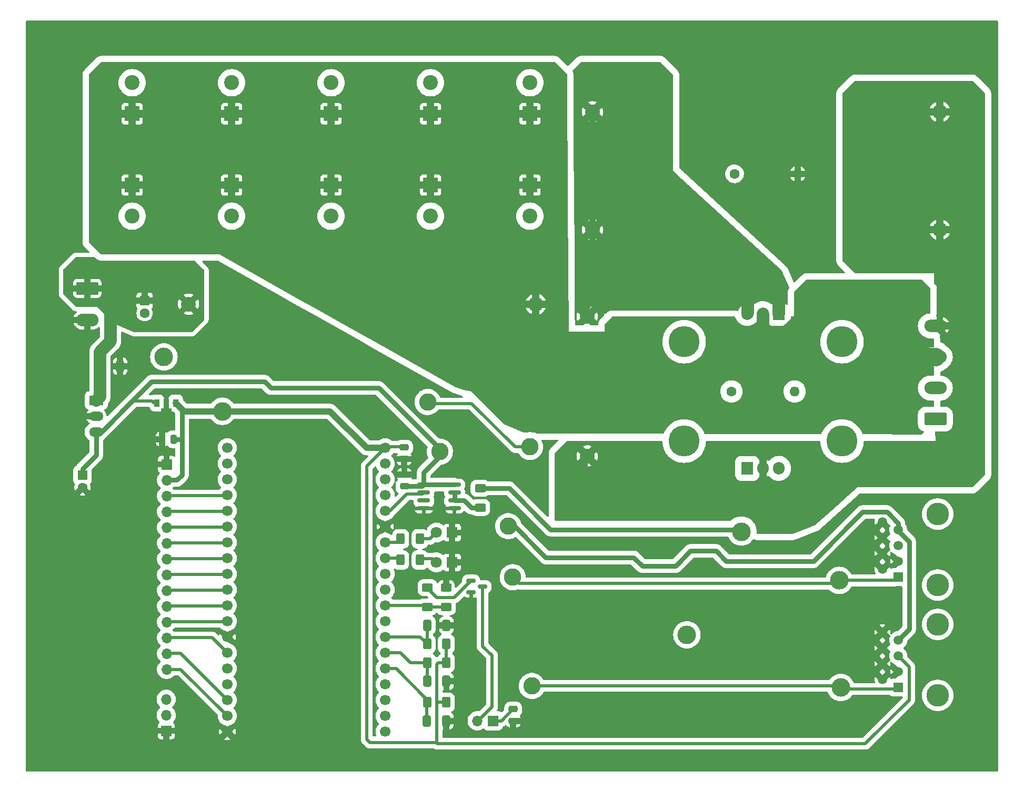
<source format=gtl>
G04 #@! TF.GenerationSoftware,KiCad,Pcbnew,(6.0.9)*
G04 #@! TF.CreationDate,2022-11-29T22:23:48+01:00*
G04 #@! TF.ProjectId,power_module,706f7765-725f-46d6-9f64-756c652e6b69,rev?*
G04 #@! TF.SameCoordinates,Original*
G04 #@! TF.FileFunction,Copper,L1,Top*
G04 #@! TF.FilePolarity,Positive*
%FSLAX46Y46*%
G04 Gerber Fmt 4.6, Leading zero omitted, Abs format (unit mm)*
G04 Created by KiCad (PCBNEW (6.0.9)) date 2022-11-29 22:23:48*
%MOMM*%
%LPD*%
G01*
G04 APERTURE LIST*
G04 Aperture macros list*
%AMRoundRect*
0 Rectangle with rounded corners*
0 $1 Rounding radius*
0 $2 $3 $4 $5 $6 $7 $8 $9 X,Y pos of 4 corners*
0 Add a 4 corners polygon primitive as box body*
4,1,4,$2,$3,$4,$5,$6,$7,$8,$9,$2,$3,0*
0 Add four circle primitives for the rounded corners*
1,1,$1+$1,$2,$3*
1,1,$1+$1,$4,$5*
1,1,$1+$1,$6,$7*
1,1,$1+$1,$8,$9*
0 Add four rect primitives between the rounded corners*
20,1,$1+$1,$2,$3,$4,$5,0*
20,1,$1+$1,$4,$5,$6,$7,0*
20,1,$1+$1,$6,$7,$8,$9,0*
20,1,$1+$1,$8,$9,$2,$3,0*%
%AMFreePoly0*
4,1,9,3.862500,-0.866500,0.737500,-0.866500,0.737500,-0.450000,-0.737500,-0.450000,-0.737500,0.450000,0.737500,0.450000,0.737500,0.866500,3.862500,0.866500,3.862500,-0.866500,3.862500,-0.866500,$1*%
G04 Aperture macros list end*
G04 #@! TA.AperFunction,SMDPad,CuDef*
%ADD10RoundRect,0.250000X-0.400000X-0.625000X0.400000X-0.625000X0.400000X0.625000X-0.400000X0.625000X0*%
G04 #@! TD*
G04 #@! TA.AperFunction,SMDPad,CuDef*
%ADD11RoundRect,0.150000X-0.825000X-0.150000X0.825000X-0.150000X0.825000X0.150000X-0.825000X0.150000X0*%
G04 #@! TD*
G04 #@! TA.AperFunction,SMDPad,CuDef*
%ADD12RoundRect,0.150000X-0.587500X-0.150000X0.587500X-0.150000X0.587500X0.150000X-0.587500X0.150000X0*%
G04 #@! TD*
G04 #@! TA.AperFunction,SMDPad,CuDef*
%ADD13RoundRect,0.250000X-0.412500X-0.650000X0.412500X-0.650000X0.412500X0.650000X-0.412500X0.650000X0*%
G04 #@! TD*
G04 #@! TA.AperFunction,ComponentPad*
%ADD14R,2.400000X2.400000*%
G04 #@! TD*
G04 #@! TA.AperFunction,ComponentPad*
%ADD15C,2.400000*%
G04 #@! TD*
G04 #@! TA.AperFunction,SMDPad,CuDef*
%ADD16RoundRect,0.250000X0.625000X-0.400000X0.625000X0.400000X-0.625000X0.400000X-0.625000X-0.400000X0*%
G04 #@! TD*
G04 #@! TA.AperFunction,ComponentPad*
%ADD17R,1.905000X2.000000*%
G04 #@! TD*
G04 #@! TA.AperFunction,ComponentPad*
%ADD18O,1.905000X2.000000*%
G04 #@! TD*
G04 #@! TA.AperFunction,ComponentPad*
%ADD19C,3.000000*%
G04 #@! TD*
G04 #@! TA.AperFunction,ComponentPad*
%ADD20R,1.700000X1.700000*%
G04 #@! TD*
G04 #@! TA.AperFunction,ComponentPad*
%ADD21O,1.700000X1.700000*%
G04 #@! TD*
G04 #@! TA.AperFunction,SMDPad,CuDef*
%ADD22R,0.900000X1.300000*%
G04 #@! TD*
G04 #@! TA.AperFunction,SMDPad,CuDef*
%ADD23FreePoly0,270.000000*%
G04 #@! TD*
G04 #@! TA.AperFunction,ComponentPad*
%ADD24RoundRect,0.250000X1.550000X-0.750000X1.550000X0.750000X-1.550000X0.750000X-1.550000X-0.750000X0*%
G04 #@! TD*
G04 #@! TA.AperFunction,ComponentPad*
%ADD25O,3.600000X2.000000*%
G04 #@! TD*
G04 #@! TA.AperFunction,ComponentPad*
%ADD26R,2.300000X1.500000*%
G04 #@! TD*
G04 #@! TA.AperFunction,ComponentPad*
%ADD27O,2.300000X1.500000*%
G04 #@! TD*
G04 #@! TA.AperFunction,ComponentPad*
%ADD28C,1.600000*%
G04 #@! TD*
G04 #@! TA.AperFunction,ComponentPad*
%ADD29O,1.600000X1.600000*%
G04 #@! TD*
G04 #@! TA.AperFunction,SMDPad,CuDef*
%ADD30RoundRect,0.250000X0.475000X-0.250000X0.475000X0.250000X-0.475000X0.250000X-0.475000X-0.250000X0*%
G04 #@! TD*
G04 #@! TA.AperFunction,ComponentPad*
%ADD31R,1.800000X1.800000*%
G04 #@! TD*
G04 #@! TA.AperFunction,ComponentPad*
%ADD32C,1.800000*%
G04 #@! TD*
G04 #@! TA.AperFunction,SMDPad,CuDef*
%ADD33RoundRect,0.250000X0.250000X0.475000X-0.250000X0.475000X-0.250000X-0.475000X0.250000X-0.475000X0*%
G04 #@! TD*
G04 #@! TA.AperFunction,ComponentPad*
%ADD34RoundRect,0.249999X-1.550001X0.790001X-1.550001X-0.790001X1.550001X-0.790001X1.550001X0.790001X0*%
G04 #@! TD*
G04 #@! TA.AperFunction,ComponentPad*
%ADD35O,3.600000X2.080000*%
G04 #@! TD*
G04 #@! TA.AperFunction,ComponentPad*
%ADD36C,1.700000*%
G04 #@! TD*
G04 #@! TA.AperFunction,ComponentPad*
%ADD37C,5.000000*%
G04 #@! TD*
G04 #@! TA.AperFunction,ComponentPad*
%ADD38O,2.400000X2.400000*%
G04 #@! TD*
G04 #@! TA.AperFunction,WasherPad*
%ADD39C,3.650000*%
G04 #@! TD*
G04 #@! TA.AperFunction,ComponentPad*
%ADD40R,1.500000X1.500000*%
G04 #@! TD*
G04 #@! TA.AperFunction,ComponentPad*
%ADD41C,1.500000*%
G04 #@! TD*
G04 #@! TA.AperFunction,SMDPad,CuDef*
%ADD42RoundRect,0.250000X-0.475000X0.250000X-0.475000X-0.250000X0.475000X-0.250000X0.475000X0.250000X0*%
G04 #@! TD*
G04 #@! TA.AperFunction,ComponentPad*
%ADD43R,1.600000X1.600000*%
G04 #@! TD*
G04 #@! TA.AperFunction,ViaPad*
%ADD44C,2.800000*%
G04 #@! TD*
G04 #@! TA.AperFunction,ViaPad*
%ADD45C,6.000000*%
G04 #@! TD*
G04 #@! TA.AperFunction,ViaPad*
%ADD46C,2.400000*%
G04 #@! TD*
G04 #@! TA.AperFunction,Conductor*
%ADD47C,0.800000*%
G04 #@! TD*
G04 #@! TA.AperFunction,Conductor*
%ADD48C,0.500000*%
G04 #@! TD*
G04 #@! TA.AperFunction,Conductor*
%ADD49C,1.000000*%
G04 #@! TD*
G04 #@! TA.AperFunction,Conductor*
%ADD50C,2.000000*%
G04 #@! TD*
G04 #@! TA.AperFunction,Conductor*
%ADD51C,3.000000*%
G04 #@! TD*
G04 #@! TA.AperFunction,Conductor*
%ADD52C,0.300000*%
G04 #@! TD*
G04 APERTURE END LIST*
D10*
X87450000Y-132125000D03*
X90550000Y-132125000D03*
D11*
X86925000Y-97095000D03*
X86925000Y-98365000D03*
X86925000Y-99635000D03*
X86925000Y-100905000D03*
X91875000Y-100905000D03*
X91875000Y-99635000D03*
X91875000Y-98365000D03*
X91875000Y-97095000D03*
D12*
X94512500Y-112550000D03*
X94512500Y-114450000D03*
X96387500Y-113500000D03*
D13*
X87437500Y-119737500D03*
X90562500Y-119737500D03*
D14*
X104000000Y-37323959D03*
D15*
X104000000Y-32323959D03*
D14*
X72000000Y-37323959D03*
D15*
X72000000Y-32323959D03*
D16*
X96000000Y-100750000D03*
X96000000Y-97650000D03*
D17*
X138960000Y-94445000D03*
D18*
X141500000Y-94445000D03*
X144040000Y-94445000D03*
D17*
X144000000Y-69500000D03*
D18*
X141460000Y-69500000D03*
X138920000Y-69500000D03*
D15*
X113200000Y-69950000D03*
X113200000Y-92450000D03*
D19*
X153750000Y-112500000D03*
D14*
X56000000Y-37323959D03*
D15*
X56000000Y-32323959D03*
D14*
X72000000Y-48823959D03*
D15*
X72000000Y-53823959D03*
D20*
X98050000Y-135125000D03*
D21*
X95510000Y-135125000D03*
D19*
X45100000Y-76500000D03*
D14*
X40000000Y-48823959D03*
D15*
X40000000Y-53823959D03*
D10*
X83200000Y-109200000D03*
X86300000Y-109200000D03*
D22*
X47000000Y-83912500D03*
D23*
X45500000Y-84000000D03*
D22*
X44000000Y-83912500D03*
D24*
X169222500Y-86500000D03*
D25*
X169222500Y-81500000D03*
X169222500Y-76500000D03*
X169222500Y-71500000D03*
D19*
X129250000Y-121250000D03*
D26*
X34207500Y-83502500D03*
D27*
X34207500Y-86042500D03*
X34207500Y-88582500D03*
D28*
X136920000Y-47000000D03*
D29*
X147080000Y-47000000D03*
D19*
X138000000Y-104700000D03*
D30*
X83800000Y-97350000D03*
X83800000Y-95450000D03*
D14*
X40000000Y-37323959D03*
D15*
X40000000Y-32323959D03*
D19*
X54500000Y-85250000D03*
D16*
X87500000Y-116750000D03*
X87500000Y-113650000D03*
D28*
X136420000Y-82055000D03*
D29*
X146580000Y-82055000D03*
D31*
X91475000Y-104800000D03*
D32*
X88935000Y-104800000D03*
D13*
X34937500Y-78000000D03*
X38062500Y-78000000D03*
D33*
X46700000Y-89750000D03*
X44800000Y-89750000D03*
D10*
X87450000Y-122737500D03*
X90550000Y-122737500D03*
D14*
X88000000Y-48823959D03*
D15*
X88000000Y-53823959D03*
D34*
X32777500Y-65460000D03*
D35*
X32777500Y-70540000D03*
D13*
X87425000Y-135125000D03*
X90550000Y-135125000D03*
D36*
X80700000Y-136860000D03*
X80700000Y-134320000D03*
X80700000Y-131780000D03*
X80700000Y-129240000D03*
X80700000Y-126700000D03*
X80700000Y-124160000D03*
X80700000Y-121620000D03*
X80700000Y-119080000D03*
X80700000Y-116540000D03*
X80700000Y-114000000D03*
X80700000Y-111460000D03*
X80700000Y-108920000D03*
X80700000Y-106380000D03*
X80700000Y-103840000D03*
X80700000Y-101300000D03*
X80700000Y-98760000D03*
X80700000Y-96220000D03*
X80700000Y-93680000D03*
X80700000Y-91140000D03*
X55300000Y-136860000D03*
X55300000Y-134320000D03*
X55300000Y-131780000D03*
X55300000Y-129240000D03*
X55300000Y-126700000D03*
X55300000Y-124160000D03*
X55300000Y-121620000D03*
X55300000Y-119080000D03*
X55300000Y-116540000D03*
X55300000Y-114000000D03*
X55300000Y-111460000D03*
X55300000Y-108920000D03*
X55300000Y-106380000D03*
X55300000Y-103840000D03*
X55300000Y-101300000D03*
X55300000Y-98760000D03*
X55300000Y-96220000D03*
X55300000Y-93680000D03*
X55300000Y-91140000D03*
D37*
X128800000Y-74055000D03*
X154200000Y-74055000D03*
D15*
X114060000Y-37000000D03*
D38*
X169940000Y-37000000D03*
D14*
X104000000Y-48823959D03*
D15*
X104000000Y-53823959D03*
D39*
X169600000Y-101820000D03*
X169600000Y-113250000D03*
D40*
X163250000Y-111980000D03*
D41*
X160710000Y-110710000D03*
X163250000Y-109440000D03*
X160710000Y-108170000D03*
X163250000Y-106900000D03*
X160710000Y-105630000D03*
X163250000Y-104360000D03*
X160710000Y-103090000D03*
D19*
X154000000Y-129750000D03*
D10*
X83200000Y-105800000D03*
X86300000Y-105800000D03*
D13*
X87437500Y-128750000D03*
X90562500Y-128750000D03*
D15*
X114060000Y-56000000D03*
D38*
X169940000Y-56000000D03*
D14*
X56000000Y-48823959D03*
D15*
X56000000Y-53823959D03*
X49060000Y-68000000D03*
D38*
X104940000Y-68000000D03*
D31*
X91475000Y-109600000D03*
D32*
X88935000Y-109600000D03*
D37*
X154200000Y-90055000D03*
X128800000Y-90055000D03*
D20*
X45475000Y-136725000D03*
D21*
X45475000Y-134185000D03*
X45475000Y-131645000D03*
D42*
X83750000Y-91050000D03*
X83750000Y-92950000D03*
D39*
X169600000Y-119590000D03*
X169600000Y-131020000D03*
D40*
X163250000Y-129750000D03*
D41*
X160710000Y-128480000D03*
X163250000Y-127210000D03*
X160710000Y-125940000D03*
X163250000Y-124670000D03*
X160710000Y-123400000D03*
X163250000Y-122130000D03*
X160710000Y-120860000D03*
D16*
X90500000Y-116750000D03*
X90500000Y-113650000D03*
D14*
X88000000Y-37323959D03*
D15*
X88000000Y-32323959D03*
D20*
X45525000Y-93800000D03*
D21*
X45525000Y-96340000D03*
X45525000Y-98880000D03*
X45525000Y-101420000D03*
X45525000Y-103960000D03*
X45525000Y-106500000D03*
X45525000Y-109040000D03*
X45525000Y-111580000D03*
X45525000Y-114120000D03*
X45525000Y-116660000D03*
X45525000Y-119200000D03*
X45525000Y-121740000D03*
X45525000Y-124280000D03*
X45525000Y-126820000D03*
D43*
X42000000Y-67444888D03*
D28*
X42000000Y-69444888D03*
D42*
X101300000Y-133250000D03*
X101300000Y-135150000D03*
D43*
X32000000Y-95544888D03*
D28*
X32000000Y-97544888D03*
D10*
X87450000Y-125750000D03*
X90550000Y-125750000D03*
D44*
X76600000Y-84800000D03*
X64200000Y-88600000D03*
X64000000Y-78000000D03*
X78000000Y-77500000D03*
X70200000Y-73100000D03*
X62100000Y-68600000D03*
X54500000Y-63900000D03*
X112400000Y-120700000D03*
X105800000Y-120800000D03*
X100500000Y-103750000D03*
X89500000Y-91750000D03*
D45*
X175000000Y-138500000D03*
D46*
X82250000Y-88000000D03*
D45*
X175000000Y-27500000D03*
D44*
X98200000Y-107800000D03*
X70750000Y-132750000D03*
X129500000Y-132250000D03*
X28000000Y-45000000D03*
D45*
X95500000Y-91000000D03*
D44*
X37500000Y-99500000D03*
X30250000Y-36000000D03*
X40000000Y-90750000D03*
X122250000Y-135500000D03*
X93500000Y-118900000D03*
X130200000Y-45200000D03*
X93700000Y-131300000D03*
X151000000Y-60200000D03*
X164750000Y-100250000D03*
X66250000Y-128500000D03*
X132000000Y-110400000D03*
X30250000Y-55250000D03*
D45*
X28000000Y-27500000D03*
D44*
X147000000Y-60200000D03*
D45*
X28000000Y-138500000D03*
D44*
X125000000Y-107400000D03*
X130250000Y-35750000D03*
X87550000Y-83750000D03*
X104000000Y-91000000D03*
X104300000Y-129500000D03*
X101230000Y-111980000D03*
D47*
X137550000Y-104300000D02*
X138000000Y-104750000D01*
X100650000Y-97650000D02*
X107300000Y-104300000D01*
X96000000Y-97650000D02*
X100650000Y-97650000D01*
X107300000Y-104300000D02*
X137550000Y-104300000D01*
X163250000Y-103299340D02*
X163250000Y-104360000D01*
X161450660Y-101500000D02*
X163250000Y-103299340D01*
X157500000Y-101500000D02*
X161450660Y-101500000D01*
X149600000Y-109400000D02*
X157500000Y-101500000D01*
X135600000Y-109400000D02*
X149600000Y-109400000D01*
X129850000Y-107750000D02*
X133950000Y-107750000D01*
X127400000Y-110200000D02*
X129850000Y-107750000D01*
X122100000Y-110200000D02*
X127400000Y-110200000D01*
X133950000Y-107750000D02*
X135600000Y-109400000D01*
X120700000Y-108800000D02*
X122100000Y-110200000D01*
X101500000Y-103750000D02*
X106550000Y-108800000D01*
X106550000Y-108800000D02*
X120700000Y-108800000D01*
X100500000Y-103750000D02*
X101500000Y-103750000D01*
D48*
X89100000Y-138800000D02*
X88900000Y-138600000D01*
X157950000Y-138800000D02*
X89100000Y-138800000D01*
X163250000Y-124670000D02*
X165000000Y-126420000D01*
X165000000Y-126420000D02*
X165000000Y-131750000D01*
X165000000Y-131750000D02*
X157950000Y-138800000D01*
X89250000Y-132125000D02*
X90550000Y-132125000D01*
X89000000Y-132375000D02*
X89250000Y-132125000D01*
X89000000Y-138600000D02*
X89000000Y-132375000D01*
X86400000Y-138600000D02*
X89000000Y-138600000D01*
D49*
X71850000Y-85250000D02*
X77740000Y-91140000D01*
X48337500Y-85250000D02*
X71850000Y-85250000D01*
X77740000Y-91140000D02*
X80700000Y-91140000D01*
X47000000Y-83912500D02*
X48337500Y-85250000D01*
D48*
X98050000Y-135125000D02*
X99425000Y-135125000D01*
X99425000Y-135125000D02*
X101300000Y-133250000D01*
X97890000Y-132874949D02*
X97890000Y-124590000D01*
X95639949Y-135125000D02*
X97890000Y-132874949D01*
X95510000Y-135125000D02*
X95639949Y-135125000D01*
X97890000Y-124590000D02*
X96400000Y-123100000D01*
X78225000Y-138600000D02*
X86400000Y-138600000D01*
X77750000Y-94090000D02*
X77750000Y-138125000D01*
X77750000Y-138125000D02*
X78225000Y-138600000D01*
X80700000Y-91140000D02*
X77750000Y-94090000D01*
D47*
X34207500Y-88582500D02*
X35030000Y-88582500D01*
X43112500Y-80500000D02*
X40000000Y-83612500D01*
X83800000Y-97350000D02*
X86670000Y-97350000D01*
X86670000Y-97350000D02*
X86925000Y-97095000D01*
X89500000Y-92500000D02*
X86925000Y-95075000D01*
X34207500Y-88582500D02*
X34207500Y-92337387D01*
X163250000Y-104500000D02*
X165000000Y-106250000D01*
X34207500Y-92337387D02*
X32000000Y-94544887D01*
X86925000Y-97095000D02*
X91875000Y-97095000D01*
X62300000Y-81500000D02*
X61300000Y-80500000D01*
D48*
X40000000Y-83612500D02*
X43200000Y-83612500D01*
D47*
X86925000Y-95075000D02*
X86925000Y-97095000D01*
X35030000Y-88582500D02*
X40000000Y-83612500D01*
X32000000Y-94544887D02*
X32000000Y-95544888D01*
X165000000Y-120380000D02*
X163250000Y-122130000D01*
X79664949Y-81500000D02*
X62300000Y-81500000D01*
X89500000Y-91335051D02*
X79664949Y-81500000D01*
D48*
X163250000Y-104360000D02*
X163250000Y-104500000D01*
D47*
X89500000Y-91750000D02*
X89500000Y-92500000D01*
X61300000Y-80500000D02*
X43112500Y-80500000D01*
D48*
X89500000Y-91750000D02*
X89500000Y-91335051D01*
X43200000Y-83612500D02*
X43500000Y-83912500D01*
D47*
X165000000Y-106250000D02*
X165000000Y-120380000D01*
D48*
X80840000Y-91000000D02*
X80700000Y-91140000D01*
X83800000Y-91000000D02*
X80840000Y-91000000D01*
D47*
X48000000Y-85412500D02*
X48000000Y-89750000D01*
X46700000Y-89750000D02*
X48000000Y-89750000D01*
D48*
X90550000Y-125750000D02*
X89250000Y-125750000D01*
X89000000Y-126000000D02*
X89000000Y-132500000D01*
D47*
X48000000Y-95500000D02*
X47185000Y-96315000D01*
D48*
X90550000Y-122737500D02*
X90550000Y-125750000D01*
D47*
X48000000Y-89750000D02*
X48000000Y-95500000D01*
D48*
X89250000Y-125750000D02*
X89000000Y-126000000D01*
D47*
X47185000Y-96315000D02*
X45525000Y-96315000D01*
D48*
X89000000Y-115250000D02*
X91812500Y-115250000D01*
X91812500Y-115250000D02*
X94512500Y-112550000D01*
X87500000Y-113750000D02*
X89000000Y-115250000D01*
X87500000Y-113650000D02*
X87500000Y-113750000D01*
X41960000Y-65460000D02*
X46520000Y-65460000D01*
X36500000Y-65500000D02*
X36500000Y-68000000D01*
D50*
X36500000Y-73982500D02*
X34800000Y-75682500D01*
X34800000Y-82910000D02*
X34207500Y-83502500D01*
D48*
X32777500Y-65460000D02*
X41960000Y-65460000D01*
X42000000Y-65500000D02*
X41960000Y-65460000D01*
X46520000Y-65460000D02*
X49060000Y-68000000D01*
X42000000Y-67444888D02*
X42000000Y-65500000D01*
D50*
X34800000Y-75682500D02*
X34800000Y-82910000D01*
X36500000Y-68000000D02*
X36500000Y-73982500D01*
D51*
X165500000Y-76500000D02*
X169222500Y-76500000D01*
D49*
X104940000Y-68000000D02*
X104940000Y-73940000D01*
X149000000Y-68000000D02*
X157000000Y-68000000D01*
X138000000Y-79000000D02*
X142000000Y-75000000D01*
X157000000Y-68000000D02*
X165500000Y-76500000D01*
D48*
X141460000Y-73230000D02*
X140845000Y-73845000D01*
D49*
X140845000Y-73845000D02*
X142000000Y-75000000D01*
D50*
X141460000Y-69500000D02*
X141460000Y-73230000D01*
D49*
X104940000Y-73940000D02*
X110000000Y-79000000D01*
X142000000Y-75000000D02*
X149000000Y-68000000D01*
X110000000Y-79000000D02*
X138000000Y-79000000D01*
X169940000Y-56000000D02*
X169940000Y-70782500D01*
D48*
X141500000Y-94445000D02*
X141500000Y-96040000D01*
D49*
X144500000Y-98000000D02*
X142000000Y-98000000D01*
X169940000Y-37000000D02*
X169940000Y-56000000D01*
X141500000Y-97500000D02*
X141500000Y-96040000D01*
X139290000Y-98250000D02*
X115250000Y-98250000D01*
X142000000Y-98000000D02*
X141500000Y-97500000D01*
X141500000Y-96040000D02*
X139290000Y-98250000D01*
X165000000Y-96000000D02*
X146500000Y-96000000D01*
X146500000Y-96000000D02*
X144500000Y-98000000D01*
X112750000Y-95750000D02*
X112750000Y-93750000D01*
X173000000Y-88000000D02*
X165000000Y-96000000D01*
X173000000Y-75277500D02*
X173000000Y-88000000D01*
X115250000Y-98250000D02*
X112750000Y-95750000D01*
X169222500Y-71500000D02*
X173000000Y-75277500D01*
X169940000Y-70782500D02*
X169222500Y-71500000D01*
D48*
X87450000Y-125750000D02*
X87450000Y-128737500D01*
X87450000Y-128737500D02*
X87437500Y-128750000D01*
X84750000Y-125750000D02*
X87450000Y-125750000D01*
X80700000Y-124160000D02*
X83160000Y-124160000D01*
X83160000Y-124160000D02*
X84750000Y-125750000D01*
X87450000Y-119750000D02*
X87437500Y-119737500D01*
X87450000Y-122737500D02*
X87450000Y-119750000D01*
X94625000Y-84000000D02*
X101625000Y-91000000D01*
X80700000Y-121620000D02*
X86332500Y-121620000D01*
X86332500Y-121620000D02*
X87450000Y-122737500D01*
X101625000Y-91000000D02*
X104000000Y-91000000D01*
X87550000Y-83750000D02*
X87800000Y-84000000D01*
X87800000Y-84000000D02*
X94625000Y-84000000D01*
X87400000Y-135100000D02*
X87425000Y-135125000D01*
X87400000Y-132525000D02*
X87400000Y-135100000D01*
X82450000Y-126700000D02*
X87400000Y-131650000D01*
X80700000Y-126700000D02*
X82450000Y-126700000D01*
X84200000Y-98600000D02*
X81500000Y-101300000D01*
X86925000Y-98365000D02*
X86690000Y-98600000D01*
X81500000Y-101300000D02*
X80700000Y-101300000D01*
X86690000Y-98600000D02*
X84200000Y-98600000D01*
X96387500Y-123140000D02*
X96387500Y-113500000D01*
X87290000Y-116540000D02*
X87500000Y-116750000D01*
X87500000Y-116750000D02*
X90500000Y-116750000D01*
X80700000Y-116540000D02*
X87290000Y-116540000D01*
X154000000Y-130000000D02*
X163000000Y-130000000D01*
X163000000Y-130000000D02*
X163250000Y-129750000D01*
X153500000Y-129500000D02*
X154000000Y-130000000D01*
X104300000Y-129500000D02*
X153500000Y-129500000D01*
X153750000Y-112000000D02*
X154250000Y-112500000D01*
X101230000Y-111980000D02*
X102250000Y-113000000D01*
X152750000Y-113000000D02*
X153750000Y-112000000D01*
X154250000Y-112500000D02*
X162730000Y-112500000D01*
X102250000Y-113000000D02*
X152750000Y-113000000D01*
X162730000Y-112500000D02*
X163250000Y-111980000D01*
D49*
X139000000Y-69420000D02*
X138920000Y-69500000D01*
X112750000Y-68750000D02*
X112750000Y-69950000D01*
X138000000Y-66500000D02*
X136500000Y-68000000D01*
X139000000Y-66500000D02*
X138000000Y-66500000D01*
X114500000Y-68000000D02*
X114000000Y-67500000D01*
D48*
X139000000Y-66500000D02*
X143500000Y-66500000D01*
D49*
X114060000Y-56000000D02*
X114060000Y-67440000D01*
X114000000Y-67500000D02*
X112750000Y-68750000D01*
D48*
X143500000Y-66500000D02*
X144000000Y-67000000D01*
D49*
X114060000Y-67440000D02*
X114000000Y-67500000D01*
D50*
X144000000Y-69500000D02*
X144000000Y-67000000D01*
D49*
X136500000Y-68000000D02*
X114500000Y-68000000D01*
D50*
X139000000Y-66500000D02*
X139000000Y-69420000D01*
D49*
X114060000Y-56000000D02*
X114060000Y-37000000D01*
D48*
X45525000Y-98855000D02*
X55205000Y-98855000D01*
X55205000Y-98855000D02*
X55300000Y-98760000D01*
X55205000Y-101395000D02*
X55300000Y-101300000D01*
X45525000Y-101395000D02*
X55205000Y-101395000D01*
X55205000Y-103935000D02*
X55300000Y-103840000D01*
X45525000Y-103935000D02*
X55205000Y-103935000D01*
X55205000Y-106475000D02*
X55300000Y-106380000D01*
X45525000Y-106475000D02*
X55205000Y-106475000D01*
X45525000Y-109015000D02*
X55205000Y-109015000D01*
X55205000Y-109015000D02*
X55300000Y-108920000D01*
X55205000Y-111555000D02*
X55300000Y-111460000D01*
X45525000Y-111555000D02*
X55205000Y-111555000D01*
X45525000Y-114095000D02*
X55205000Y-114095000D01*
X55205000Y-114095000D02*
X55300000Y-114000000D01*
X55205000Y-116635000D02*
X55300000Y-116540000D01*
X45525000Y-116635000D02*
X55205000Y-116635000D01*
X45525000Y-119175000D02*
X55205000Y-119175000D01*
X55205000Y-119175000D02*
X55300000Y-119080000D01*
X45525000Y-121715000D02*
X52855000Y-121715000D01*
X52855000Y-121715000D02*
X55300000Y-124160000D01*
X45525000Y-124255000D02*
X47775000Y-124255000D01*
X47775000Y-124255000D02*
X55300000Y-131780000D01*
X45600000Y-126820000D02*
X47800000Y-126820000D01*
X47800000Y-126820000D02*
X55300000Y-134320000D01*
D47*
X94550000Y-100750000D02*
X96000000Y-100750000D01*
X91875000Y-99635000D02*
X93435000Y-99635000D01*
X93435000Y-99635000D02*
X94550000Y-100750000D01*
X91875000Y-98365000D02*
X91875000Y-99635000D01*
D48*
X88335000Y-109000000D02*
X88935000Y-109600000D01*
X86300000Y-109000000D02*
X88335000Y-109000000D01*
X87935000Y-105800000D02*
X88935000Y-104800000D01*
X86300000Y-105800000D02*
X87935000Y-105800000D01*
X80700000Y-108920000D02*
X83120000Y-108920000D01*
D52*
X83120000Y-108920000D02*
X83200000Y-109000000D01*
D48*
X82620000Y-106380000D02*
X83200000Y-105800000D01*
X80700000Y-106380000D02*
X82620000Y-106380000D01*
G04 #@! TA.AperFunction,Conductor*
G36*
X125015931Y-29020002D02*
G01*
X125036905Y-29036905D01*
X126963095Y-30963095D01*
X126997121Y-31025407D01*
X127000000Y-31052190D01*
X127000000Y-46500000D01*
X128471089Y-47854951D01*
X128471090Y-47854952D01*
X136500000Y-55250000D01*
X144509486Y-62627158D01*
X144539517Y-62669237D01*
X145697108Y-65309227D01*
X145706145Y-65379646D01*
X145686879Y-65429224D01*
X145632004Y-65512380D01*
X145555231Y-65700789D01*
X145535229Y-65768910D01*
X145515083Y-65849784D01*
X145494500Y-66052190D01*
X145494500Y-67953310D01*
X145474498Y-68021431D01*
X145457595Y-68042405D01*
X145419800Y-68080200D01*
X145357488Y-68114226D01*
X145286673Y-68109161D01*
X145255140Y-68091931D01*
X145206149Y-68055214D01*
X145190554Y-68046676D01*
X145070106Y-68001522D01*
X145054851Y-67997895D01*
X145003986Y-67992369D01*
X144997172Y-67992000D01*
X144618115Y-67992000D01*
X144602876Y-67996475D01*
X144601671Y-67997865D01*
X144600000Y-68005548D01*
X144600000Y-68900000D01*
X144000000Y-69500000D01*
X143460500Y-69500000D01*
X143460500Y-69427830D01*
X143445601Y-69217407D01*
X143432204Y-69155177D01*
X143402822Y-69018705D01*
X143400000Y-68992186D01*
X143400000Y-68010116D01*
X143395525Y-67994877D01*
X143394135Y-67993672D01*
X143386452Y-67992001D01*
X143002831Y-67992001D01*
X142996010Y-67992371D01*
X142945150Y-67997895D01*
X142929893Y-68001522D01*
X142904117Y-68011185D01*
X142833310Y-68016368D01*
X142783446Y-67993366D01*
X142781658Y-67992001D01*
X142736753Y-67957731D01*
X142564667Y-67826398D01*
X142564663Y-67826395D01*
X142561126Y-67823696D01*
X142497179Y-67787884D01*
X142317837Y-67687448D01*
X142317832Y-67687445D01*
X142313947Y-67685270D01*
X142309789Y-67683662D01*
X142309784Y-67683659D01*
X142053885Y-67584659D01*
X142053879Y-67584657D01*
X142049730Y-67583052D01*
X142045398Y-67582048D01*
X142045395Y-67582047D01*
X141970141Y-67564604D01*
X141773747Y-67519082D01*
X141491503Y-67494637D01*
X141487068Y-67494881D01*
X141487064Y-67494881D01*
X141213073Y-67509960D01*
X141213066Y-67509961D01*
X141208630Y-67510205D01*
X141070743Y-67537632D01*
X140935146Y-67564604D01*
X140935141Y-67564605D01*
X140930774Y-67565474D01*
X140926571Y-67566950D01*
X140667684Y-67657864D01*
X140667681Y-67657865D01*
X140663476Y-67659342D01*
X140659523Y-67661395D01*
X140659517Y-67661398D01*
X140517135Y-67735360D01*
X140412072Y-67789936D01*
X140408457Y-67792519D01*
X140408451Y-67792523D01*
X140361048Y-67826398D01*
X140181576Y-67954651D01*
X140178349Y-67957729D01*
X140178347Y-67957731D01*
X139991130Y-68136327D01*
X139976588Y-68150199D01*
X139920758Y-68221019D01*
X139862879Y-68262132D01*
X139791959Y-68265426D01*
X139743716Y-68241894D01*
X139735058Y-68235056D01*
X139726469Y-68229350D01*
X139530565Y-68121205D01*
X139522999Y-68120794D01*
X139520000Y-68126518D01*
X139520000Y-68995861D01*
X139516284Y-69026237D01*
X139486364Y-69146688D01*
X139484255Y-69155177D01*
X139459500Y-69396790D01*
X139459500Y-69500000D01*
X138320000Y-69500000D01*
X138320000Y-68136327D01*
X138316027Y-68122796D01*
X138312958Y-68122355D01*
X138310555Y-68123129D01*
X138143656Y-68210011D01*
X138134931Y-68215505D01*
X137951148Y-68353493D01*
X137943441Y-68360336D01*
X137784661Y-68526491D01*
X137778174Y-68534501D01*
X137648670Y-68724347D01*
X137643571Y-68733321D01*
X137546813Y-68941769D01*
X137543254Y-68951445D01*
X137527453Y-69008421D01*
X137489974Y-69068719D01*
X137425845Y-69099182D01*
X137358489Y-69091434D01*
X137272599Y-69056436D01*
X137272593Y-69056434D01*
X137269641Y-69055231D01*
X137201520Y-69035229D01*
X137200239Y-69034910D01*
X137200232Y-69034908D01*
X137135186Y-69018705D01*
X137120646Y-69015083D01*
X137041738Y-69007059D01*
X136921419Y-68994823D01*
X136921414Y-68994823D01*
X136918240Y-68994500D01*
X117252190Y-68994500D01*
X117195288Y-68997549D01*
X117146417Y-69000168D01*
X117146407Y-69000169D01*
X117144724Y-69000259D01*
X117117941Y-69003138D01*
X117115011Y-69003738D01*
X117115007Y-69003739D01*
X117011476Y-69024953D01*
X116931021Y-69041439D01*
X116743510Y-69120379D01*
X116681198Y-69154405D01*
X116609776Y-69197341D01*
X116606291Y-69200182D01*
X116606289Y-69200184D01*
X116454577Y-69323888D01*
X116454572Y-69323893D01*
X116452099Y-69325909D01*
X116278008Y-69500000D01*
X115900000Y-69500000D01*
X115900000Y-69878008D01*
X115289004Y-70489004D01*
X115287207Y-70491152D01*
X115287204Y-70491155D01*
X115281752Y-70497671D01*
X115174722Y-70625590D01*
X115171819Y-70630820D01*
X115171817Y-70630823D01*
X115110431Y-70741421D01*
X115075988Y-70803475D01*
X115015083Y-70997594D01*
X114994500Y-71200000D01*
X114994500Y-71268500D01*
X114974498Y-71336621D01*
X114920842Y-71383114D01*
X114868500Y-71394500D01*
X113848162Y-71394500D01*
X113780041Y-71374498D01*
X113759067Y-71357595D01*
X113212812Y-70811340D01*
X113198868Y-70803726D01*
X113197035Y-70803857D01*
X113190420Y-70808108D01*
X112640933Y-71357595D01*
X112578621Y-71391621D01*
X112551838Y-71394500D01*
X111355128Y-71394500D01*
X111287007Y-71374498D01*
X111240514Y-71320842D01*
X111229130Y-71269167D01*
X111221939Y-69909835D01*
X111488022Y-69909835D01*
X111499754Y-70154064D01*
X111500891Y-70163324D01*
X111548593Y-70403143D01*
X111551082Y-70412118D01*
X111633708Y-70642250D01*
X111634778Y-70644654D01*
X111643444Y-70653437D01*
X111650677Y-70650795D01*
X112338660Y-69962812D01*
X112345038Y-69951132D01*
X114053726Y-69951132D01*
X114053857Y-69952965D01*
X114058108Y-69959580D01*
X114742284Y-70643756D01*
X114754664Y-70650516D01*
X114759429Y-70646949D01*
X114807572Y-70540076D01*
X114810767Y-70531298D01*
X114877135Y-70295973D01*
X114878993Y-70286844D01*
X114910044Y-70042770D01*
X114910525Y-70036483D01*
X114912706Y-69953160D01*
X114912555Y-69946851D01*
X114894321Y-69701486D01*
X114892944Y-69692280D01*
X114838979Y-69453786D01*
X114836255Y-69444875D01*
X114763694Y-69258284D01*
X114755087Y-69247113D01*
X114750305Y-69248223D01*
X114061340Y-69937188D01*
X114053726Y-69951132D01*
X112345038Y-69951132D01*
X112346274Y-69948868D01*
X112346143Y-69947035D01*
X112341892Y-69940420D01*
X111657158Y-69255686D01*
X111644778Y-69248926D01*
X111640449Y-69252166D01*
X111577529Y-69402215D01*
X111574573Y-69411049D01*
X111514384Y-69648042D01*
X111512763Y-69657232D01*
X111488267Y-69900510D01*
X111488022Y-69909835D01*
X111221939Y-69909835D01*
X111213933Y-68396579D01*
X112499246Y-68396579D01*
X112500999Y-68402471D01*
X113187188Y-69088660D01*
X113201132Y-69096274D01*
X113202965Y-69096143D01*
X113209580Y-69091892D01*
X113894390Y-68407082D01*
X113901150Y-68394702D01*
X113897096Y-68389286D01*
X113845810Y-68363995D01*
X113837177Y-68360507D01*
X113604288Y-68285958D01*
X113595238Y-68283785D01*
X113353891Y-68244480D01*
X113344602Y-68243668D01*
X113100114Y-68240467D01*
X113090803Y-68241037D01*
X112848522Y-68274010D01*
X112839403Y-68275948D01*
X112604658Y-68344370D01*
X112595927Y-68347633D01*
X112509869Y-68387307D01*
X112499246Y-68396579D01*
X111213933Y-68396579D01*
X111156587Y-57556774D01*
X113357374Y-57556774D01*
X113361840Y-57562740D01*
X113372892Y-57568555D01*
X113381441Y-57572272D01*
X113612282Y-57652885D01*
X113621291Y-57655299D01*
X113861518Y-57700908D01*
X113870775Y-57701962D01*
X114115107Y-57711563D01*
X114124420Y-57711237D01*
X114367478Y-57684618D01*
X114376655Y-57682917D01*
X114613107Y-57620665D01*
X114621927Y-57617628D01*
X114750197Y-57562519D01*
X114761059Y-57553528D01*
X114759607Y-57548135D01*
X114072812Y-56861340D01*
X114058868Y-56853726D01*
X114057035Y-56853857D01*
X114050420Y-56858108D01*
X113364134Y-57544394D01*
X113357374Y-57556774D01*
X111156587Y-57556774D01*
X111148139Y-55959835D01*
X112348022Y-55959835D01*
X112359754Y-56204064D01*
X112360891Y-56213324D01*
X112408593Y-56453143D01*
X112411082Y-56462118D01*
X112493708Y-56692250D01*
X112494778Y-56694654D01*
X112503444Y-56703437D01*
X112510677Y-56700795D01*
X113198660Y-56012812D01*
X113205038Y-56001132D01*
X114913726Y-56001132D01*
X114913857Y-56002965D01*
X114918108Y-56009580D01*
X115602284Y-56693756D01*
X115614664Y-56700516D01*
X115619429Y-56696949D01*
X115667572Y-56590076D01*
X115670767Y-56581298D01*
X115737135Y-56345973D01*
X115738993Y-56336844D01*
X115770044Y-56092770D01*
X115770525Y-56086483D01*
X115772706Y-56003160D01*
X115772555Y-55996851D01*
X115754321Y-55751486D01*
X115752944Y-55742280D01*
X115698979Y-55503786D01*
X115696255Y-55494875D01*
X115623694Y-55308284D01*
X115615087Y-55297113D01*
X115610305Y-55298223D01*
X114921340Y-55987188D01*
X114913726Y-56001132D01*
X113205038Y-56001132D01*
X113206274Y-55998868D01*
X113206143Y-55997035D01*
X113201892Y-55990420D01*
X112517158Y-55305686D01*
X112504778Y-55298926D01*
X112500449Y-55302166D01*
X112437529Y-55452215D01*
X112434573Y-55461049D01*
X112374384Y-55698042D01*
X112372763Y-55707232D01*
X112348267Y-55950510D01*
X112348022Y-55959835D01*
X111148139Y-55959835D01*
X111140133Y-54446579D01*
X113359246Y-54446579D01*
X113360999Y-54452471D01*
X114047188Y-55138660D01*
X114061132Y-55146274D01*
X114062965Y-55146143D01*
X114069580Y-55141892D01*
X114754390Y-54457082D01*
X114761150Y-54444702D01*
X114757096Y-54439286D01*
X114705810Y-54413995D01*
X114697177Y-54410507D01*
X114464288Y-54335958D01*
X114455238Y-54333785D01*
X114213891Y-54294480D01*
X114204602Y-54293668D01*
X113960114Y-54290467D01*
X113950803Y-54291037D01*
X113708522Y-54324010D01*
X113699403Y-54325948D01*
X113464658Y-54394370D01*
X113455927Y-54397633D01*
X113369869Y-54437307D01*
X113359246Y-54446579D01*
X111140133Y-54446579D01*
X111056072Y-38556774D01*
X113357374Y-38556774D01*
X113361840Y-38562740D01*
X113372892Y-38568555D01*
X113381441Y-38572272D01*
X113612282Y-38652885D01*
X113621291Y-38655299D01*
X113861518Y-38700908D01*
X113870775Y-38701962D01*
X114115107Y-38711563D01*
X114124420Y-38711237D01*
X114367478Y-38684618D01*
X114376655Y-38682917D01*
X114613107Y-38620665D01*
X114621927Y-38617628D01*
X114750197Y-38562519D01*
X114761059Y-38553528D01*
X114759607Y-38548135D01*
X114072812Y-37861340D01*
X114058868Y-37853726D01*
X114057035Y-37853857D01*
X114050420Y-37858108D01*
X113364134Y-38544394D01*
X113357374Y-38556774D01*
X111056072Y-38556774D01*
X111047624Y-36959835D01*
X112348022Y-36959835D01*
X112359754Y-37204064D01*
X112360891Y-37213324D01*
X112408593Y-37453143D01*
X112411082Y-37462118D01*
X112493708Y-37692250D01*
X112494778Y-37694654D01*
X112503444Y-37703437D01*
X112510677Y-37700795D01*
X113198660Y-37012812D01*
X113205038Y-37001132D01*
X114913726Y-37001132D01*
X114913857Y-37002965D01*
X114918108Y-37009580D01*
X115602284Y-37693756D01*
X115614664Y-37700516D01*
X115619429Y-37696949D01*
X115667572Y-37590076D01*
X115670767Y-37581298D01*
X115737135Y-37345973D01*
X115738993Y-37336844D01*
X115770044Y-37092770D01*
X115770525Y-37086483D01*
X115772706Y-37003160D01*
X115772555Y-36996851D01*
X115754321Y-36751486D01*
X115752944Y-36742280D01*
X115698979Y-36503786D01*
X115696255Y-36494875D01*
X115623694Y-36308284D01*
X115615087Y-36297113D01*
X115610305Y-36298223D01*
X114921340Y-36987188D01*
X114913726Y-37001132D01*
X113205038Y-37001132D01*
X113206274Y-36998868D01*
X113206143Y-36997035D01*
X113201892Y-36990420D01*
X112517158Y-36305686D01*
X112504778Y-36298926D01*
X112500449Y-36302166D01*
X112437529Y-36452215D01*
X112434573Y-36461049D01*
X112374384Y-36698042D01*
X112372763Y-36707232D01*
X112348267Y-36950510D01*
X112348022Y-36959835D01*
X111047624Y-36959835D01*
X111039618Y-35446579D01*
X113359246Y-35446579D01*
X113360999Y-35452471D01*
X114047188Y-36138660D01*
X114061132Y-36146274D01*
X114062965Y-36146143D01*
X114069580Y-36141892D01*
X114754390Y-35457082D01*
X114761150Y-35444702D01*
X114757096Y-35439286D01*
X114705810Y-35413995D01*
X114697177Y-35410507D01*
X114464288Y-35335958D01*
X114455238Y-35333785D01*
X114213891Y-35294480D01*
X114204602Y-35293668D01*
X113960114Y-35290467D01*
X113950803Y-35291037D01*
X113708522Y-35324010D01*
X113699403Y-35325948D01*
X113464658Y-35394370D01*
X113455927Y-35397633D01*
X113369869Y-35437307D01*
X113359246Y-35446579D01*
X111039618Y-35446579D01*
X111016350Y-31048326D01*
X111016350Y-31048321D01*
X111016341Y-31046648D01*
X111015104Y-31025407D01*
X111010255Y-30942157D01*
X111010254Y-30942139D01*
X111010159Y-30940517D01*
X111007210Y-30914075D01*
X110968567Y-30728606D01*
X110889133Y-30541305D01*
X110854943Y-30479083D01*
X110854255Y-30477945D01*
X110854181Y-30477817D01*
X110837472Y-30408815D01*
X110860721Y-30341733D01*
X110874232Y-30325768D01*
X112163095Y-29036905D01*
X112225407Y-29002879D01*
X112252190Y-29000000D01*
X124947810Y-29000000D01*
X125015931Y-29020002D01*
G37*
G04 #@! TD.AperFunction*
G04 #@! TA.AperFunction,Conductor*
G36*
X175215931Y-32020002D02*
G01*
X175236905Y-32036905D01*
X177163095Y-33963095D01*
X177197121Y-34025407D01*
X177200000Y-34052190D01*
X177200000Y-95447810D01*
X177179998Y-95515931D01*
X177163095Y-95536905D01*
X175236905Y-97463095D01*
X175174593Y-97497121D01*
X175147810Y-97500000D01*
X156750000Y-97500000D01*
X155250325Y-98823243D01*
X155250324Y-98823243D01*
X152500000Y-101250000D01*
X149766938Y-103661525D01*
X149728140Y-103684900D01*
X148681016Y-104080822D01*
X146271536Y-104991857D01*
X146226974Y-105000000D01*
X140620746Y-105000000D01*
X140552625Y-104979998D01*
X140506132Y-104926342D01*
X140494995Y-104866089D01*
X140505195Y-104703958D01*
X140505444Y-104700000D01*
X140485688Y-104385985D01*
X140426731Y-104076921D01*
X140329503Y-103777685D01*
X140327814Y-103774095D01*
X140197225Y-103496579D01*
X140197221Y-103496572D01*
X140195537Y-103492993D01*
X140026947Y-103227337D01*
X139882713Y-103052988D01*
X139828915Y-102987958D01*
X139828914Y-102987957D01*
X139826390Y-102984906D01*
X139597030Y-102769522D01*
X139433210Y-102650500D01*
X139345693Y-102586915D01*
X139345688Y-102586912D01*
X139342484Y-102584584D01*
X139066766Y-102433006D01*
X138907363Y-102369894D01*
X138777908Y-102318639D01*
X138777905Y-102318638D01*
X138774225Y-102317181D01*
X138770391Y-102316197D01*
X138770383Y-102316194D01*
X138581926Y-102267807D01*
X138469473Y-102238934D01*
X138465545Y-102238438D01*
X138465541Y-102238437D01*
X138341625Y-102222783D01*
X138157318Y-102199500D01*
X137842682Y-102199500D01*
X137658375Y-102222783D01*
X137534459Y-102238437D01*
X137534455Y-102238438D01*
X137530527Y-102238934D01*
X137418074Y-102267807D01*
X137229617Y-102316194D01*
X137229609Y-102316197D01*
X137225775Y-102317181D01*
X137222095Y-102318638D01*
X137222092Y-102318639D01*
X137092638Y-102369894D01*
X136933234Y-102433006D01*
X136657516Y-102584584D01*
X136654312Y-102586912D01*
X136654307Y-102586915D01*
X136566790Y-102650500D01*
X136402970Y-102769522D01*
X136342996Y-102825842D01*
X136300924Y-102865350D01*
X136237574Y-102897401D01*
X136214671Y-102899500D01*
X108126000Y-102899500D01*
X108057879Y-102879498D01*
X108011386Y-102825842D01*
X108000000Y-102773500D01*
X108000000Y-95502816D01*
X137007000Y-95502816D01*
X137017734Y-95623087D01*
X137073759Y-95818470D01*
X137167927Y-95998596D01*
X137296391Y-96156109D01*
X137453904Y-96284573D01*
X137459557Y-96287528D01*
X137459558Y-96287529D01*
X137479991Y-96298211D01*
X137634030Y-96378741D01*
X137829413Y-96434766D01*
X137861045Y-96437589D01*
X137946891Y-96445251D01*
X137946897Y-96445251D01*
X137949684Y-96445500D01*
X139970316Y-96445500D01*
X139973103Y-96445251D01*
X139973109Y-96445251D01*
X140058955Y-96437589D01*
X140090587Y-96434766D01*
X140285970Y-96378741D01*
X140440009Y-96298211D01*
X140460442Y-96287529D01*
X140460443Y-96287528D01*
X140466096Y-96284573D01*
X140623609Y-96156109D01*
X140752073Y-95998596D01*
X140807174Y-95893198D01*
X140856460Y-95842098D01*
X140875311Y-95837647D01*
X140896174Y-95825785D01*
X140900000Y-95818482D01*
X140900000Y-95643777D01*
X140901740Y-95624920D01*
X140902266Y-95623087D01*
X140913000Y-95502816D01*
X140913000Y-94562961D01*
X142087000Y-94562961D01*
X142099384Y-94737864D01*
X142099685Y-94742114D01*
X142100000Y-94751013D01*
X142100000Y-95808673D01*
X142103973Y-95822204D01*
X142107042Y-95822645D01*
X142109445Y-95821871D01*
X142276344Y-95734989D01*
X142285069Y-95729495D01*
X142338217Y-95689590D01*
X142404702Y-95664684D01*
X142474097Y-95679676D01*
X142515221Y-95715491D01*
X142551133Y-95764112D01*
X142554262Y-95767291D01*
X142554265Y-95767294D01*
X142599580Y-95813326D01*
X142745159Y-95961209D01*
X142748706Y-95963916D01*
X142961478Y-96126300D01*
X142961482Y-96126303D01*
X142965019Y-96129002D01*
X142968903Y-96131177D01*
X143202439Y-96261963D01*
X143202444Y-96261966D01*
X143206329Y-96264141D01*
X143210487Y-96265749D01*
X143210492Y-96265752D01*
X143460117Y-96362325D01*
X143460123Y-96362327D01*
X143464272Y-96363932D01*
X143468604Y-96364936D01*
X143468607Y-96364937D01*
X143535755Y-96380501D01*
X143733703Y-96426383D01*
X144009245Y-96450247D01*
X144013680Y-96450003D01*
X144013684Y-96450003D01*
X144116923Y-96444321D01*
X144285401Y-96435050D01*
X144289761Y-96434183D01*
X144289767Y-96434182D01*
X144422625Y-96407755D01*
X144556661Y-96381093D01*
X144817611Y-96289453D01*
X144821562Y-96287400D01*
X144821568Y-96287398D01*
X144956300Y-96217410D01*
X145063046Y-96161960D01*
X145066661Y-96159377D01*
X145066667Y-96159373D01*
X145175350Y-96081706D01*
X145288069Y-96001156D01*
X145291298Y-95998076D01*
X145484967Y-95813326D01*
X145484970Y-95813323D01*
X145488190Y-95810251D01*
X145659415Y-95593053D01*
X145743779Y-95447810D01*
X145796094Y-95357743D01*
X145796097Y-95357737D01*
X145798328Y-95353896D01*
X145820871Y-95298241D01*
X145900485Y-95101684D01*
X145900488Y-95101676D01*
X145902158Y-95097552D01*
X145968833Y-94829135D01*
X145993000Y-94593266D01*
X145993000Y-94327039D01*
X145978455Y-94121617D01*
X145967486Y-94070665D01*
X145921182Y-93855594D01*
X145921181Y-93855592D01*
X145920244Y-93851238D01*
X145824518Y-93591759D01*
X145807453Y-93560131D01*
X145695298Y-93352273D01*
X145693185Y-93348357D01*
X145528867Y-93125888D01*
X145486895Y-93083251D01*
X145337972Y-92931972D01*
X145334841Y-92928791D01*
X145282395Y-92888765D01*
X145118522Y-92763700D01*
X145118518Y-92763697D01*
X145114981Y-92760998D01*
X145052466Y-92725988D01*
X144877561Y-92628037D01*
X144877556Y-92628034D01*
X144873671Y-92625859D01*
X144869513Y-92624251D01*
X144869508Y-92624248D01*
X144619883Y-92527675D01*
X144619877Y-92527673D01*
X144615728Y-92526068D01*
X144611396Y-92525064D01*
X144611393Y-92525063D01*
X144537870Y-92508021D01*
X144346297Y-92463617D01*
X144070755Y-92439753D01*
X144066320Y-92439997D01*
X144066316Y-92439997D01*
X143963077Y-92445679D01*
X143794599Y-92454950D01*
X143790239Y-92455817D01*
X143790233Y-92455818D01*
X143657375Y-92482245D01*
X143523339Y-92508907D01*
X143262389Y-92600547D01*
X143258438Y-92602600D01*
X143258432Y-92602602D01*
X143213661Y-92625859D01*
X143016954Y-92728040D01*
X143013339Y-92730623D01*
X143013333Y-92730627D01*
X142934666Y-92786844D01*
X142791931Y-92888844D01*
X142788704Y-92891922D01*
X142788702Y-92891924D01*
X142600426Y-93071530D01*
X142591810Y-93079749D01*
X142589051Y-93083249D01*
X142589049Y-93083251D01*
X142514960Y-93177233D01*
X142457080Y-93218347D01*
X142386159Y-93221641D01*
X142337918Y-93198110D01*
X142315056Y-93180055D01*
X142306469Y-93174350D01*
X142110565Y-93066205D01*
X142102999Y-93065794D01*
X142100000Y-93071518D01*
X142100000Y-94163414D01*
X142099344Y-94176257D01*
X142087000Y-94296734D01*
X142087000Y-94562961D01*
X140913000Y-94562961D01*
X140913000Y-93387184D01*
X140902266Y-93266913D01*
X140901740Y-93265080D01*
X140900000Y-93246223D01*
X140900000Y-93081327D01*
X140895525Y-93066088D01*
X140893102Y-93063988D01*
X140839351Y-93039441D01*
X140810200Y-93002591D01*
X140773282Y-92931972D01*
X140752073Y-92891404D01*
X140623609Y-92733891D01*
X140466096Y-92605427D01*
X140456762Y-92600547D01*
X140426162Y-92584550D01*
X140285970Y-92511259D01*
X140090587Y-92455234D01*
X140058955Y-92452411D01*
X139973109Y-92444749D01*
X139973103Y-92444749D01*
X139970316Y-92444500D01*
X137949684Y-92444500D01*
X137946897Y-92444749D01*
X137946891Y-92444749D01*
X137861045Y-92452411D01*
X137829413Y-92455234D01*
X137634030Y-92511259D01*
X137493838Y-92584550D01*
X137463239Y-92600547D01*
X137453904Y-92605427D01*
X137296391Y-92733891D01*
X137167927Y-92891404D01*
X137073759Y-93071530D01*
X137017734Y-93266913D01*
X137007000Y-93387184D01*
X137007000Y-95502816D01*
X108000000Y-95502816D01*
X108000000Y-94006774D01*
X112497374Y-94006774D01*
X112501840Y-94012740D01*
X112512892Y-94018555D01*
X112521441Y-94022272D01*
X112752282Y-94102885D01*
X112761291Y-94105299D01*
X113001518Y-94150908D01*
X113010775Y-94151962D01*
X113255107Y-94161563D01*
X113264420Y-94161237D01*
X113507478Y-94134618D01*
X113516655Y-94132917D01*
X113753107Y-94070665D01*
X113761927Y-94067628D01*
X113890197Y-94012519D01*
X113901059Y-94003528D01*
X113899607Y-93998135D01*
X113212812Y-93311340D01*
X113198868Y-93303726D01*
X113197035Y-93303857D01*
X113190420Y-93308108D01*
X112504134Y-93994394D01*
X112497374Y-94006774D01*
X108000000Y-94006774D01*
X108000000Y-92409835D01*
X111488022Y-92409835D01*
X111499754Y-92654064D01*
X111500891Y-92663324D01*
X111548593Y-92903143D01*
X111551082Y-92912118D01*
X111633708Y-93142250D01*
X111634778Y-93144654D01*
X111643444Y-93153437D01*
X111650677Y-93150795D01*
X112338660Y-92462812D01*
X112345038Y-92451132D01*
X114053726Y-92451132D01*
X114053857Y-92452965D01*
X114058108Y-92459580D01*
X114742284Y-93143756D01*
X114754664Y-93150516D01*
X114759429Y-93146949D01*
X114807572Y-93040076D01*
X114810767Y-93031298D01*
X114877135Y-92795973D01*
X114878993Y-92786844D01*
X114910044Y-92542770D01*
X114910525Y-92536483D01*
X114912706Y-92453160D01*
X114912555Y-92446851D01*
X114894321Y-92201486D01*
X114892944Y-92192280D01*
X114838979Y-91953786D01*
X114836255Y-91944875D01*
X114763694Y-91758284D01*
X114755087Y-91747113D01*
X114750305Y-91748223D01*
X114061340Y-92437188D01*
X114053726Y-92451132D01*
X112345038Y-92451132D01*
X112346274Y-92448868D01*
X112346143Y-92447035D01*
X112341892Y-92440420D01*
X111657158Y-91755686D01*
X111644778Y-91748926D01*
X111640449Y-91752166D01*
X111577529Y-91902215D01*
X111574573Y-91911049D01*
X111514384Y-92148042D01*
X111512763Y-92157232D01*
X111488267Y-92400506D01*
X111488022Y-92409835D01*
X108000000Y-92409835D01*
X108000000Y-92052190D01*
X108020002Y-91984069D01*
X108036905Y-91963095D01*
X109103421Y-90896579D01*
X112499246Y-90896579D01*
X112500999Y-90902471D01*
X113187188Y-91588660D01*
X113201132Y-91596274D01*
X113202965Y-91596143D01*
X113209580Y-91591892D01*
X113894390Y-90907082D01*
X113901150Y-90894702D01*
X113897096Y-90889286D01*
X113845810Y-90863995D01*
X113837177Y-90860507D01*
X113604288Y-90785958D01*
X113595238Y-90783785D01*
X113353891Y-90744480D01*
X113344602Y-90743668D01*
X113100114Y-90740467D01*
X113090803Y-90741037D01*
X112848522Y-90774010D01*
X112839403Y-90775948D01*
X112604658Y-90844370D01*
X112595927Y-90847633D01*
X112509869Y-90887307D01*
X112499246Y-90896579D01*
X109103421Y-90896579D01*
X109963095Y-90036905D01*
X110025407Y-90002879D01*
X110052190Y-90000000D01*
X125172244Y-90000000D01*
X125240365Y-90020002D01*
X125286858Y-90073658D01*
X125298071Y-90119406D01*
X125313898Y-90421404D01*
X125371295Y-90783794D01*
X125466258Y-91138199D01*
X125597745Y-91480736D01*
X125599243Y-91483676D01*
X125739164Y-91758284D01*
X125764318Y-91807652D01*
X125766114Y-91810418D01*
X125766116Y-91810421D01*
X125853431Y-91944875D01*
X125964149Y-92115366D01*
X126195051Y-92400506D01*
X126454494Y-92659949D01*
X126739634Y-92890851D01*
X126793888Y-92926084D01*
X127032943Y-93081327D01*
X127047348Y-93090682D01*
X127050282Y-93092177D01*
X127050289Y-93092181D01*
X127222751Y-93180055D01*
X127374264Y-93257255D01*
X127477666Y-93296947D01*
X127621796Y-93352273D01*
X127716801Y-93388742D01*
X128071206Y-93483705D01*
X128263752Y-93514201D01*
X128430348Y-93540588D01*
X128430356Y-93540589D01*
X128433596Y-93541102D01*
X128800000Y-93560304D01*
X129166404Y-93541102D01*
X129169644Y-93540589D01*
X129169652Y-93540588D01*
X129336248Y-93514201D01*
X129528794Y-93483705D01*
X129883199Y-93388742D01*
X129978205Y-93352273D01*
X130122334Y-93296947D01*
X130225736Y-93257255D01*
X130377249Y-93180055D01*
X130549711Y-93092181D01*
X130549718Y-93092177D01*
X130552652Y-93090682D01*
X130567058Y-93081327D01*
X130806112Y-92926084D01*
X130860366Y-92890851D01*
X131145506Y-92659949D01*
X131404949Y-92400506D01*
X131635851Y-92115366D01*
X131746569Y-91944875D01*
X131833884Y-91810421D01*
X131833886Y-91810418D01*
X131835682Y-91807652D01*
X131860837Y-91758284D01*
X132000757Y-91483676D01*
X132002255Y-91480736D01*
X132133742Y-91138199D01*
X132228705Y-90783794D01*
X132286102Y-90421404D01*
X132299117Y-90173058D01*
X132322656Y-90106077D01*
X132378672Y-90062456D01*
X132424760Y-90053652D01*
X150573485Y-90027191D01*
X150641635Y-90047094D01*
X150688206Y-90100682D01*
X150699496Y-90146597D01*
X150713898Y-90421404D01*
X150771295Y-90783794D01*
X150866258Y-91138199D01*
X150997745Y-91480736D01*
X150999243Y-91483676D01*
X151139164Y-91758284D01*
X151164318Y-91807652D01*
X151166114Y-91810418D01*
X151166116Y-91810421D01*
X151253431Y-91944875D01*
X151364149Y-92115366D01*
X151595051Y-92400506D01*
X151854494Y-92659949D01*
X152139634Y-92890851D01*
X152193888Y-92926084D01*
X152432943Y-93081327D01*
X152447348Y-93090682D01*
X152450282Y-93092177D01*
X152450289Y-93092181D01*
X152622751Y-93180055D01*
X152774264Y-93257255D01*
X152877666Y-93296947D01*
X153021796Y-93352273D01*
X153116801Y-93388742D01*
X153471206Y-93483705D01*
X153663752Y-93514201D01*
X153830348Y-93540588D01*
X153830356Y-93540589D01*
X153833596Y-93541102D01*
X154200000Y-93560304D01*
X154566404Y-93541102D01*
X154569644Y-93540589D01*
X154569652Y-93540588D01*
X154736248Y-93514201D01*
X154928794Y-93483705D01*
X155283199Y-93388742D01*
X155378205Y-93352273D01*
X155522334Y-93296947D01*
X155625736Y-93257255D01*
X155777249Y-93180055D01*
X155949711Y-93092181D01*
X155949718Y-93092177D01*
X155952652Y-93090682D01*
X155967058Y-93081327D01*
X156206112Y-92926084D01*
X156260366Y-92890851D01*
X156545506Y-92659949D01*
X156804949Y-92400506D01*
X157035851Y-92115366D01*
X157146569Y-91944875D01*
X157233884Y-91810421D01*
X157233886Y-91810418D01*
X157235682Y-91807652D01*
X157260837Y-91758284D01*
X157400757Y-91483676D01*
X157402255Y-91480736D01*
X157533742Y-91138199D01*
X157628705Y-90783794D01*
X157686102Y-90421404D01*
X157701058Y-90136021D01*
X157724597Y-90069040D01*
X157780613Y-90025419D01*
X157826700Y-90016615D01*
X158985195Y-90014926D01*
X169222500Y-90000000D01*
X169210143Y-88500500D01*
X170834638Y-88500500D01*
X170837177Y-88500293D01*
X170837189Y-88500293D01*
X170911268Y-88494267D01*
X170975402Y-88489051D01*
X171191613Y-88433537D01*
X171196716Y-88431201D01*
X171196718Y-88431200D01*
X171268415Y-88398374D01*
X171394575Y-88340614D01*
X171552263Y-88231018D01*
X171573267Y-88216420D01*
X171573269Y-88216418D01*
X171577875Y-88213217D01*
X171735717Y-88055375D01*
X171863114Y-87872075D01*
X171956037Y-87669113D01*
X172011551Y-87452902D01*
X172023000Y-87312138D01*
X172023000Y-85687862D01*
X172011551Y-85547098D01*
X171956037Y-85330887D01*
X171863114Y-85127925D01*
X171735717Y-84944625D01*
X171577875Y-84786783D01*
X171573269Y-84783582D01*
X171573267Y-84783580D01*
X171399181Y-84662587D01*
X171399179Y-84662586D01*
X171394575Y-84659386D01*
X171268415Y-84601626D01*
X171196718Y-84568800D01*
X171196716Y-84568799D01*
X171191613Y-84566463D01*
X170975402Y-84510949D01*
X170911268Y-84505733D01*
X170837189Y-84499707D01*
X170837177Y-84499707D01*
X170834638Y-84499500D01*
X170131500Y-84499500D01*
X170063379Y-84479498D01*
X170016886Y-84425842D01*
X170005500Y-84373500D01*
X170005500Y-83626500D01*
X170006606Y-83626500D01*
X170021897Y-83561846D01*
X170072997Y-83512557D01*
X170122479Y-83498531D01*
X170134487Y-83497681D01*
X170305093Y-83485601D01*
X170309448Y-83484663D01*
X170309451Y-83484663D01*
X170577700Y-83426911D01*
X170577702Y-83426911D01*
X170582047Y-83425975D01*
X170847837Y-83327920D01*
X171097160Y-83193393D01*
X171325040Y-83025078D01*
X171526930Y-82826334D01*
X171529631Y-82822794D01*
X171529637Y-82822788D01*
X171696102Y-82604667D01*
X171696105Y-82604663D01*
X171698804Y-82601126D01*
X171729149Y-82546942D01*
X171835052Y-82357837D01*
X171835055Y-82357832D01*
X171837230Y-82353947D01*
X171846860Y-82329057D01*
X171937841Y-82093885D01*
X171937843Y-82093879D01*
X171939448Y-82089730D01*
X172003418Y-81813747D01*
X172027863Y-81531503D01*
X172012295Y-81248630D01*
X171957026Y-80970774D01*
X171863158Y-80703476D01*
X171861105Y-80699523D01*
X171861102Y-80699517D01*
X171734616Y-80456023D01*
X171732564Y-80452072D01*
X171729981Y-80448457D01*
X171729977Y-80448451D01*
X171650358Y-80337037D01*
X171567849Y-80221576D01*
X171372301Y-80016588D01*
X171149820Y-79841199D01*
X171039573Y-79777163D01*
X170908693Y-79701141D01*
X170908687Y-79701138D01*
X170904846Y-79698907D01*
X170642268Y-79592552D01*
X170637955Y-79591481D01*
X170637950Y-79591479D01*
X170371644Y-79525328D01*
X170371639Y-79525327D01*
X170367323Y-79524255D01*
X170362895Y-79523801D01*
X170362893Y-79523801D01*
X170287193Y-79516045D01*
X170125710Y-79499500D01*
X170124683Y-79499500D01*
X170058045Y-79476180D01*
X170014350Y-79420222D01*
X170006654Y-79373500D01*
X170005500Y-79373500D01*
X170005500Y-78966313D01*
X170025502Y-78898192D01*
X170079158Y-78851699D01*
X170092565Y-78846480D01*
X170141038Y-78830731D01*
X170141049Y-78830727D01*
X170144815Y-78829503D01*
X170148401Y-78827816D01*
X170148405Y-78827814D01*
X170425921Y-78697225D01*
X170425928Y-78697221D01*
X170429507Y-78695537D01*
X170695163Y-78526947D01*
X170937594Y-78326390D01*
X171012864Y-78246236D01*
X171044882Y-78221601D01*
X171093244Y-78195506D01*
X171097160Y-78193393D01*
X171325040Y-78025078D01*
X171526930Y-77826334D01*
X171529631Y-77822794D01*
X171529637Y-77822788D01*
X171696102Y-77604667D01*
X171696105Y-77604663D01*
X171698804Y-77601126D01*
X171837230Y-77353947D01*
X171939448Y-77089730D01*
X172003418Y-76813747D01*
X172027863Y-76531503D01*
X172012295Y-76248630D01*
X171957026Y-75970774D01*
X171863158Y-75703476D01*
X171861105Y-75699523D01*
X171861102Y-75699517D01*
X171734616Y-75456023D01*
X171732564Y-75452072D01*
X171729981Y-75448457D01*
X171729977Y-75448451D01*
X171650358Y-75337037D01*
X171567849Y-75221576D01*
X171372301Y-75016588D01*
X171149820Y-74841199D01*
X171045097Y-74780371D01*
X171016532Y-74757670D01*
X170940309Y-74676501D01*
X170940308Y-74676500D01*
X170937594Y-74673610D01*
X170695163Y-74473053D01*
X170429507Y-74304463D01*
X170425928Y-74302779D01*
X170425921Y-74302775D01*
X170148405Y-74172186D01*
X170148401Y-74172184D01*
X170144815Y-74170497D01*
X170141049Y-74169273D01*
X170141038Y-74169269D01*
X170092565Y-74153520D01*
X170033959Y-74113447D01*
X170006321Y-74048051D01*
X170005500Y-74033687D01*
X170005500Y-73626500D01*
X169982522Y-73412771D01*
X169971136Y-73360429D01*
X169946605Y-73268734D01*
X169944743Y-73264450D01*
X169944739Y-73264438D01*
X169909877Y-73184222D01*
X169901069Y-73113774D01*
X169931747Y-73049747D01*
X169992170Y-73012470D01*
X170025435Y-73008000D01*
X170080956Y-73008000D01*
X170085988Y-73007798D01*
X170259343Y-72993850D01*
X170269296Y-72992238D01*
X170495133Y-72936767D01*
X170504703Y-72933584D01*
X170718765Y-72842720D01*
X170727707Y-72838045D01*
X170924487Y-72714126D01*
X170932560Y-72708086D01*
X171107000Y-72554297D01*
X171114004Y-72547044D01*
X171261610Y-72367346D01*
X171267366Y-72359064D01*
X171384341Y-72158081D01*
X171388703Y-72148976D01*
X171401010Y-72116915D01*
X171402150Y-72102856D01*
X171397036Y-72100000D01*
X169074991Y-72100000D01*
X169065102Y-70900000D01*
X171388531Y-70900000D01*
X171402062Y-70896027D01*
X171402705Y-70891550D01*
X171340101Y-70757295D01*
X171335122Y-70748529D01*
X171204413Y-70556198D01*
X171198081Y-70548323D01*
X171038314Y-70379374D01*
X171030805Y-70372613D01*
X170846074Y-70231375D01*
X170837595Y-70225911D01*
X170632653Y-70116022D01*
X170623401Y-70111980D01*
X170403529Y-70036273D01*
X170393757Y-70033764D01*
X170163529Y-69993996D01*
X170155657Y-69993141D01*
X170131949Y-69992064D01*
X170129116Y-69992000D01*
X169463768Y-69992000D01*
X169395647Y-69971998D01*
X169349154Y-69918342D01*
X169339050Y-69848068D01*
X169347083Y-69818454D01*
X169383064Y-69730152D01*
X169383066Y-69730146D01*
X169384269Y-69727194D01*
X169404271Y-69659073D01*
X169424417Y-69578199D01*
X169445000Y-69375793D01*
X169445000Y-65491690D01*
X169439241Y-65384224D01*
X169436362Y-65357441D01*
X169398061Y-65170521D01*
X169319121Y-64983010D01*
X169285095Y-64920698D01*
X169242159Y-64849276D01*
X169113591Y-64691599D01*
X169013112Y-64591120D01*
X169000000Y-63000000D01*
X167001897Y-63000000D01*
X166950989Y-62994823D01*
X166950984Y-62994823D01*
X166947810Y-62994500D01*
X156346690Y-62994500D01*
X156278569Y-62974498D01*
X156257595Y-62957595D01*
X154336905Y-61036905D01*
X154302879Y-60974593D01*
X154300000Y-60947810D01*
X154300000Y-56610253D01*
X168344268Y-56610253D01*
X168373706Y-56692245D01*
X168377506Y-56700780D01*
X168493234Y-56916160D01*
X168498245Y-56924027D01*
X168644550Y-57119953D01*
X168650656Y-57126977D01*
X168824316Y-57299127D01*
X168831398Y-57305176D01*
X169028586Y-57449760D01*
X169036505Y-57454708D01*
X169252880Y-57568548D01*
X169261446Y-57572273D01*
X169322897Y-57593733D01*
X169336981Y-57594443D01*
X169340000Y-57588627D01*
X169340000Y-57583155D01*
X170540000Y-57583155D01*
X170543973Y-57596686D01*
X170548991Y-57597407D01*
X170726584Y-57521107D01*
X170734856Y-57516800D01*
X170942777Y-57388135D01*
X170950317Y-57382657D01*
X171136943Y-57224668D01*
X171143593Y-57218132D01*
X171304813Y-57034295D01*
X171310420Y-57026854D01*
X171442700Y-56821202D01*
X171447147Y-56813011D01*
X171535662Y-56616516D01*
X171537597Y-56602550D01*
X171533584Y-56600000D01*
X170558115Y-56600000D01*
X170542876Y-56604475D01*
X170541671Y-56605865D01*
X170540000Y-56613548D01*
X170540000Y-57583155D01*
X169340000Y-57583155D01*
X169340000Y-56618115D01*
X169335525Y-56602876D01*
X169334135Y-56601671D01*
X169326452Y-56600000D01*
X168358702Y-56600000D01*
X168345171Y-56603973D01*
X168344268Y-56610253D01*
X154300000Y-56610253D01*
X154300000Y-55397308D01*
X168344861Y-55397308D01*
X168349353Y-55400000D01*
X169321885Y-55400000D01*
X169337124Y-55395525D01*
X169338329Y-55394135D01*
X169340000Y-55386452D01*
X169340000Y-55381885D01*
X170540000Y-55381885D01*
X170544475Y-55397124D01*
X170545865Y-55398329D01*
X170553548Y-55400000D01*
X171521245Y-55400000D01*
X171534776Y-55396027D01*
X171535596Y-55390321D01*
X171487633Y-55266983D01*
X171483619Y-55258567D01*
X171362286Y-55046281D01*
X171357070Y-55038548D01*
X171205692Y-54846525D01*
X171199399Y-54839657D01*
X171021294Y-54672112D01*
X171014060Y-54666254D01*
X170813141Y-54526872D01*
X170805115Y-54522144D01*
X170585813Y-54413997D01*
X170577171Y-54410505D01*
X170557254Y-54404130D01*
X170543156Y-54403789D01*
X170540000Y-54410279D01*
X170540000Y-55381885D01*
X169340000Y-55381885D01*
X169340000Y-54413871D01*
X169336027Y-54400340D01*
X169331475Y-54399686D01*
X169113869Y-54500004D01*
X169105714Y-54504524D01*
X168901233Y-54638587D01*
X168893828Y-54644270D01*
X168711413Y-54807082D01*
X168704935Y-54813790D01*
X168548584Y-55001781D01*
X168543163Y-55009381D01*
X168416322Y-55218409D01*
X168412084Y-55226726D01*
X168346430Y-55383293D01*
X168344861Y-55397308D01*
X154300000Y-55397308D01*
X154300000Y-37610253D01*
X168344268Y-37610253D01*
X168373706Y-37692245D01*
X168377506Y-37700780D01*
X168493234Y-37916160D01*
X168498245Y-37924027D01*
X168644550Y-38119953D01*
X168650656Y-38126977D01*
X168824316Y-38299127D01*
X168831398Y-38305176D01*
X169028586Y-38449760D01*
X169036505Y-38454708D01*
X169252880Y-38568548D01*
X169261446Y-38572273D01*
X169322897Y-38593733D01*
X169336981Y-38594443D01*
X169340000Y-38588627D01*
X169340000Y-38583155D01*
X170540000Y-38583155D01*
X170543973Y-38596686D01*
X170548991Y-38597407D01*
X170726584Y-38521107D01*
X170734856Y-38516800D01*
X170942777Y-38388135D01*
X170950317Y-38382657D01*
X171136943Y-38224668D01*
X171143593Y-38218132D01*
X171304813Y-38034295D01*
X171310420Y-38026854D01*
X171442700Y-37821202D01*
X171447147Y-37813011D01*
X171535662Y-37616516D01*
X171537597Y-37602550D01*
X171533584Y-37600000D01*
X170558115Y-37600000D01*
X170542876Y-37604475D01*
X170541671Y-37605865D01*
X170540000Y-37613548D01*
X170540000Y-38583155D01*
X169340000Y-38583155D01*
X169340000Y-37618115D01*
X169335525Y-37602876D01*
X169334135Y-37601671D01*
X169326452Y-37600000D01*
X168358702Y-37600000D01*
X168345171Y-37603973D01*
X168344268Y-37610253D01*
X154300000Y-37610253D01*
X154300000Y-36397308D01*
X168344861Y-36397308D01*
X168349353Y-36400000D01*
X169321885Y-36400000D01*
X169337124Y-36395525D01*
X169338329Y-36394135D01*
X169340000Y-36386452D01*
X169340000Y-36381885D01*
X170540000Y-36381885D01*
X170544475Y-36397124D01*
X170545865Y-36398329D01*
X170553548Y-36400000D01*
X171521245Y-36400000D01*
X171534776Y-36396027D01*
X171535596Y-36390321D01*
X171487633Y-36266983D01*
X171483619Y-36258567D01*
X171362286Y-36046281D01*
X171357070Y-36038548D01*
X171205692Y-35846525D01*
X171199399Y-35839657D01*
X171021294Y-35672112D01*
X171014060Y-35666254D01*
X170813141Y-35526872D01*
X170805115Y-35522144D01*
X170585813Y-35413997D01*
X170577171Y-35410505D01*
X170557254Y-35404130D01*
X170543156Y-35403789D01*
X170540000Y-35410279D01*
X170540000Y-36381885D01*
X169340000Y-36381885D01*
X169340000Y-35413871D01*
X169336027Y-35400340D01*
X169331475Y-35399686D01*
X169113869Y-35500004D01*
X169105714Y-35504524D01*
X168901233Y-35638587D01*
X168893828Y-35644270D01*
X168711413Y-35807082D01*
X168704935Y-35813790D01*
X168548584Y-36001781D01*
X168543163Y-36009381D01*
X168416322Y-36218409D01*
X168412084Y-36226726D01*
X168346430Y-36383293D01*
X168344861Y-36397308D01*
X154300000Y-36397308D01*
X154300000Y-34052190D01*
X154320002Y-33984069D01*
X154336905Y-33963095D01*
X156263095Y-32036905D01*
X156325407Y-32002879D01*
X156352190Y-32000000D01*
X175147810Y-32000000D01*
X175215931Y-32020002D01*
G37*
G04 #@! TD.AperFunction*
G04 #@! TA.AperFunction,Conductor*
G36*
X108016125Y-29020002D02*
G01*
X108036863Y-29036669D01*
X109973716Y-30963303D01*
X110007906Y-31025525D01*
X110010855Y-31051967D01*
X110123062Y-52261923D01*
X110229598Y-72400000D01*
X116000000Y-72400000D01*
X116000000Y-71200000D01*
X117163095Y-70036905D01*
X117225407Y-70002879D01*
X117252190Y-70000000D01*
X136918240Y-70000000D01*
X136986361Y-70020002D01*
X137032854Y-70073658D01*
X137038978Y-70090149D01*
X137039756Y-70093762D01*
X137135482Y-70353241D01*
X137266815Y-70596643D01*
X137431133Y-70819112D01*
X137434262Y-70822291D01*
X137434265Y-70822294D01*
X137498480Y-70887525D01*
X137625159Y-71016209D01*
X137628706Y-71018916D01*
X137841478Y-71181300D01*
X137841482Y-71181303D01*
X137845019Y-71184002D01*
X137853790Y-71188914D01*
X138082439Y-71316963D01*
X138082444Y-71316966D01*
X138086329Y-71319141D01*
X138090487Y-71320749D01*
X138090492Y-71320752D01*
X138340117Y-71417325D01*
X138340123Y-71417327D01*
X138344272Y-71418932D01*
X138348604Y-71419936D01*
X138348607Y-71419937D01*
X138415755Y-71435501D01*
X138613703Y-71481383D01*
X138889245Y-71505247D01*
X138893680Y-71505003D01*
X138893684Y-71505003D01*
X138996923Y-71499321D01*
X139165401Y-71490050D01*
X139169761Y-71489183D01*
X139169767Y-71489182D01*
X139302625Y-71462755D01*
X139436661Y-71436093D01*
X139697611Y-71344453D01*
X139701562Y-71342400D01*
X139701568Y-71342398D01*
X139880717Y-71249337D01*
X139943046Y-71216960D01*
X139946661Y-71214377D01*
X139946667Y-71214373D01*
X140164442Y-71058748D01*
X140164443Y-71058747D01*
X140168069Y-71056156D01*
X140211534Y-71014692D01*
X140225231Y-71003361D01*
X140278424Y-70965349D01*
X140302472Y-70942409D01*
X140480175Y-70772889D01*
X140543271Y-70740342D01*
X140613948Y-70747074D01*
X140640428Y-70762396D01*
X140640636Y-70762083D01*
X140653531Y-70770650D01*
X140849435Y-70878795D01*
X140857001Y-70879206D01*
X140860000Y-70873482D01*
X140860000Y-70181461D01*
X140869216Y-70134159D01*
X140905777Y-70043894D01*
X140905778Y-70043891D01*
X140907448Y-70039768D01*
X140912358Y-70020002D01*
X140917327Y-70000000D01*
X142047000Y-70000000D01*
X142047000Y-70557816D01*
X142047249Y-70560603D01*
X142047249Y-70560609D01*
X142047989Y-70568898D01*
X142057734Y-70678087D01*
X142058260Y-70679920D01*
X142060000Y-70698777D01*
X142060000Y-70863673D01*
X142064475Y-70878912D01*
X142066898Y-70881012D01*
X142120649Y-70905559D01*
X142149799Y-70942407D01*
X142207927Y-71053596D01*
X142211958Y-71058539D01*
X142211959Y-71058540D01*
X142312079Y-71181300D01*
X142336391Y-71211109D01*
X142493904Y-71339573D01*
X142499557Y-71342528D01*
X142499558Y-71342529D01*
X142533838Y-71360450D01*
X142674030Y-71433741D01*
X142869413Y-71489766D01*
X142901045Y-71492589D01*
X142986891Y-71500251D01*
X142986897Y-71500251D01*
X142989684Y-71500500D01*
X143906903Y-71500500D01*
X143917774Y-71500970D01*
X143968497Y-71505363D01*
X143972932Y-71505119D01*
X143972936Y-71505119D01*
X144053406Y-71500690D01*
X144060330Y-71500500D01*
X145010316Y-71500500D01*
X145013103Y-71500251D01*
X145013109Y-71500251D01*
X145098955Y-71492589D01*
X145130587Y-71489766D01*
X145325970Y-71433741D01*
X145466162Y-71360450D01*
X145500442Y-71342529D01*
X145500443Y-71342528D01*
X145506096Y-71339573D01*
X145663609Y-71211109D01*
X145687921Y-71181300D01*
X145788041Y-71058540D01*
X145788042Y-71058539D01*
X145792073Y-71053596D01*
X145886241Y-70873470D01*
X145942266Y-70678087D01*
X145952011Y-70568898D01*
X145952751Y-70560609D01*
X145952751Y-70560603D01*
X145953000Y-70557816D01*
X145953000Y-70000000D01*
X146500000Y-70000000D01*
X146500000Y-66052190D01*
X146520002Y-65984069D01*
X146536905Y-65963095D01*
X148463095Y-64036905D01*
X148525407Y-64002879D01*
X148552190Y-64000000D01*
X166947810Y-64000000D01*
X167015931Y-64020002D01*
X167036905Y-64036905D01*
X168402595Y-65402595D01*
X168436621Y-65464907D01*
X168439500Y-65491690D01*
X168439500Y-69375793D01*
X168419498Y-69443914D01*
X168365842Y-69490407D01*
X168322401Y-69501478D01*
X168139907Y-69514399D01*
X168135552Y-69515337D01*
X168135549Y-69515337D01*
X167867300Y-69573089D01*
X167867298Y-69573089D01*
X167862953Y-69574025D01*
X167597163Y-69672080D01*
X167593245Y-69674194D01*
X167425280Y-69764823D01*
X167347840Y-69806607D01*
X167119960Y-69974922D01*
X167116781Y-69978051D01*
X167116778Y-69978054D01*
X167049896Y-70043894D01*
X166918070Y-70173666D01*
X166915369Y-70177206D01*
X166915363Y-70177212D01*
X166781022Y-70353241D01*
X166746196Y-70398874D01*
X166744021Y-70402758D01*
X166618835Y-70626295D01*
X166607770Y-70646053D01*
X166606162Y-70650211D01*
X166606159Y-70650216D01*
X166507159Y-70906115D01*
X166505552Y-70910270D01*
X166504548Y-70914602D01*
X166504547Y-70914605D01*
X166493499Y-70962269D01*
X166441582Y-71186253D01*
X166417137Y-71468497D01*
X166417381Y-71472932D01*
X166417381Y-71472936D01*
X166422324Y-71562741D01*
X166432705Y-71751370D01*
X166433574Y-71755737D01*
X166484428Y-72011397D01*
X166487974Y-72029226D01*
X166581842Y-72296524D01*
X166583895Y-72300477D01*
X166583898Y-72300483D01*
X166640083Y-72408642D01*
X166712436Y-72547928D01*
X166715019Y-72551543D01*
X166715023Y-72551549D01*
X166772764Y-72632349D01*
X166877151Y-72778424D01*
X166880229Y-72781651D01*
X166880231Y-72781653D01*
X167064669Y-72974994D01*
X167072699Y-72983412D01*
X167295180Y-73158801D01*
X167405427Y-73222837D01*
X167536307Y-73298859D01*
X167536313Y-73298862D01*
X167540154Y-73301093D01*
X167544277Y-73302763D01*
X167787941Y-73401457D01*
X167802732Y-73407448D01*
X167807045Y-73408519D01*
X167807050Y-73408521D01*
X168073356Y-73474672D01*
X168073361Y-73474673D01*
X168077677Y-73475745D01*
X168082105Y-73476199D01*
X168082107Y-73476199D01*
X168157807Y-73483955D01*
X168319290Y-73500500D01*
X168874000Y-73500500D01*
X168942121Y-73520502D01*
X168988614Y-73574158D01*
X169000000Y-73626500D01*
X169000000Y-74866000D01*
X168979998Y-74934121D01*
X168926342Y-74980614D01*
X168874000Y-74992000D01*
X168364044Y-74992000D01*
X168359012Y-74992202D01*
X168185657Y-75006150D01*
X168175704Y-75007762D01*
X167949867Y-75063233D01*
X167940297Y-75066416D01*
X167726235Y-75157280D01*
X167717293Y-75161955D01*
X167520513Y-75285874D01*
X167512440Y-75291914D01*
X167338000Y-75445703D01*
X167330996Y-75452956D01*
X167183390Y-75632654D01*
X167177634Y-75640936D01*
X167060659Y-75841919D01*
X167056297Y-75851024D01*
X167043990Y-75883085D01*
X167042850Y-75897144D01*
X167047964Y-75900000D01*
X169000000Y-75900000D01*
X169000000Y-77100000D01*
X167056469Y-77100000D01*
X167042938Y-77103973D01*
X167042295Y-77108450D01*
X167104899Y-77242705D01*
X167109878Y-77251471D01*
X167240587Y-77443802D01*
X167246919Y-77451677D01*
X167406686Y-77620626D01*
X167414195Y-77627387D01*
X167598926Y-77768625D01*
X167607405Y-77774089D01*
X167812347Y-77883978D01*
X167821599Y-77888020D01*
X168041471Y-77963727D01*
X168051243Y-77966236D01*
X168281471Y-78006004D01*
X168289343Y-78006859D01*
X168313051Y-78007936D01*
X168315884Y-78008000D01*
X168874000Y-78008000D01*
X168942121Y-78028002D01*
X168988614Y-78081658D01*
X169000000Y-78134000D01*
X169000000Y-79373500D01*
X168979998Y-79441621D01*
X168926342Y-79488114D01*
X168874000Y-79499500D01*
X168350330Y-79499500D01*
X168139907Y-79514399D01*
X168135552Y-79515337D01*
X168135549Y-79515337D01*
X167867300Y-79573089D01*
X167867298Y-79573089D01*
X167862953Y-79574025D01*
X167597163Y-79672080D01*
X167347840Y-79806607D01*
X167119960Y-79974922D01*
X166918070Y-80173666D01*
X166915369Y-80177206D01*
X166915363Y-80177212D01*
X166771473Y-80365753D01*
X166746196Y-80398874D01*
X166744021Y-80402758D01*
X166619180Y-80625679D01*
X166607770Y-80646053D01*
X166606162Y-80650211D01*
X166606159Y-80650216D01*
X166507159Y-80906115D01*
X166505552Y-80910270D01*
X166441582Y-81186253D01*
X166417137Y-81468497D01*
X166417381Y-81472932D01*
X166417381Y-81472936D01*
X166430934Y-81719184D01*
X166432705Y-81751370D01*
X166439524Y-81785649D01*
X166484629Y-82012408D01*
X166487974Y-82029226D01*
X166489450Y-82033429D01*
X166574298Y-82275041D01*
X166581842Y-82296524D01*
X166583895Y-82300477D01*
X166583898Y-82300483D01*
X166611671Y-82353947D01*
X166712436Y-82547928D01*
X166715019Y-82551543D01*
X166715023Y-82551549D01*
X166743404Y-82591264D01*
X166877151Y-82778424D01*
X166880229Y-82781651D01*
X166880231Y-82781653D01*
X167058954Y-82969003D01*
X167072699Y-82983412D01*
X167295180Y-83158801D01*
X167405427Y-83222837D01*
X167536307Y-83298859D01*
X167536313Y-83298862D01*
X167540154Y-83301093D01*
X167544277Y-83302763D01*
X167634478Y-83339298D01*
X167802732Y-83407448D01*
X167807045Y-83408519D01*
X167807050Y-83408521D01*
X168073356Y-83474672D01*
X168073361Y-83474673D01*
X168077677Y-83475745D01*
X168082105Y-83476199D01*
X168082107Y-83476199D01*
X168157807Y-83483955D01*
X168319290Y-83500500D01*
X168874000Y-83500500D01*
X168942121Y-83520502D01*
X168988614Y-83574158D01*
X169000000Y-83626500D01*
X169000000Y-84373500D01*
X168979998Y-84441621D01*
X168926342Y-84488114D01*
X168874000Y-84499500D01*
X167610362Y-84499500D01*
X167607823Y-84499707D01*
X167607811Y-84499707D01*
X167533732Y-84505733D01*
X167469598Y-84510949D01*
X167253387Y-84566463D01*
X167248284Y-84568799D01*
X167248282Y-84568800D01*
X167176585Y-84601626D01*
X167050425Y-84659386D01*
X167045821Y-84662586D01*
X167045819Y-84662587D01*
X166871733Y-84783580D01*
X166871731Y-84783582D01*
X166867125Y-84786783D01*
X166709283Y-84944625D01*
X166706082Y-84949231D01*
X166706080Y-84949233D01*
X166590107Y-85116096D01*
X166581886Y-85127925D01*
X166488963Y-85330887D01*
X166433449Y-85547098D01*
X166422000Y-85687862D01*
X166422000Y-87312138D01*
X166433449Y-87452902D01*
X166488963Y-87669113D01*
X166491299Y-87674216D01*
X166491300Y-87674218D01*
X166508630Y-87712069D01*
X166581886Y-87872075D01*
X166585086Y-87876679D01*
X166585087Y-87876681D01*
X166668996Y-87997409D01*
X166709283Y-88055375D01*
X166867125Y-88213217D01*
X166871731Y-88216418D01*
X166871733Y-88216420D01*
X166999599Y-88305289D01*
X167050425Y-88340614D01*
X167152523Y-88387358D01*
X167248282Y-88431200D01*
X167248284Y-88431201D01*
X167253387Y-88433537D01*
X167284645Y-88441563D01*
X167345649Y-88477875D01*
X167377339Y-88541407D01*
X167369649Y-88611986D01*
X167342273Y-88652830D01*
X167037045Y-88957156D01*
X166974682Y-88991089D01*
X166947708Y-88993928D01*
X157617865Y-88966325D01*
X157549804Y-88946122D01*
X157503470Y-88892329D01*
X157500607Y-88885480D01*
X157415877Y-88664751D01*
X157402255Y-88629264D01*
X157336646Y-88500500D01*
X157237181Y-88305289D01*
X157237177Y-88305282D01*
X157235682Y-88302348D01*
X157204426Y-88254217D01*
X157077875Y-88059346D01*
X157035851Y-87994634D01*
X156804949Y-87709494D01*
X156545506Y-87450051D01*
X156260366Y-87219149D01*
X156023951Y-87065620D01*
X155955421Y-87021116D01*
X155955418Y-87021114D01*
X155952652Y-87019318D01*
X155949718Y-87017823D01*
X155949711Y-87017819D01*
X155628676Y-86854243D01*
X155625736Y-86852745D01*
X155370350Y-86754712D01*
X155286289Y-86722444D01*
X155286287Y-86722443D01*
X155283199Y-86721258D01*
X154928794Y-86626295D01*
X154736248Y-86595799D01*
X154569652Y-86569412D01*
X154569644Y-86569411D01*
X154566404Y-86568898D01*
X154200000Y-86549696D01*
X153833596Y-86568898D01*
X153830356Y-86569411D01*
X153830348Y-86569412D01*
X153663752Y-86595799D01*
X153471206Y-86626295D01*
X153116801Y-86721258D01*
X153113713Y-86722443D01*
X153113711Y-86722444D01*
X153029650Y-86754712D01*
X152774264Y-86852745D01*
X152771324Y-86854243D01*
X152450289Y-87017819D01*
X152450282Y-87017823D01*
X152447348Y-87019318D01*
X152444582Y-87021114D01*
X152444579Y-87021116D01*
X152376049Y-87065620D01*
X152139634Y-87219149D01*
X151854494Y-87450051D01*
X151595051Y-87709494D01*
X151364149Y-87994634D01*
X151322125Y-88059346D01*
X151195575Y-88254217D01*
X151164318Y-88302348D01*
X151162823Y-88305282D01*
X151162819Y-88305289D01*
X151063354Y-88500500D01*
X150997745Y-88629264D01*
X150928273Y-88810247D01*
X150907149Y-88865277D01*
X150864064Y-88921705D01*
X150797310Y-88945882D01*
X150789151Y-88946122D01*
X146366684Y-88933038D01*
X132188986Y-88891091D01*
X132120925Y-88870888D01*
X132074591Y-88817095D01*
X132071728Y-88810247D01*
X132036772Y-88719184D01*
X132002255Y-88629264D01*
X131936646Y-88500500D01*
X131837181Y-88305289D01*
X131837177Y-88305282D01*
X131835682Y-88302348D01*
X131804426Y-88254217D01*
X131677875Y-88059346D01*
X131635851Y-87994634D01*
X131404949Y-87709494D01*
X131145506Y-87450051D01*
X130860366Y-87219149D01*
X130623951Y-87065620D01*
X130555421Y-87021116D01*
X130555418Y-87021114D01*
X130552652Y-87019318D01*
X130549718Y-87017823D01*
X130549711Y-87017819D01*
X130228676Y-86854243D01*
X130225736Y-86852745D01*
X129970350Y-86754712D01*
X129886289Y-86722444D01*
X129886287Y-86722443D01*
X129883199Y-86721258D01*
X129528794Y-86626295D01*
X129336248Y-86595799D01*
X129169652Y-86569412D01*
X129169644Y-86569411D01*
X129166404Y-86568898D01*
X128800000Y-86549696D01*
X128433596Y-86568898D01*
X128430356Y-86569411D01*
X128430348Y-86569412D01*
X128263752Y-86595799D01*
X128071206Y-86626295D01*
X127716801Y-86721258D01*
X127713713Y-86722443D01*
X127713711Y-86722444D01*
X127629650Y-86754712D01*
X127374264Y-86852745D01*
X127371324Y-86854243D01*
X127050289Y-87017819D01*
X127050282Y-87017823D01*
X127047348Y-87019318D01*
X127044582Y-87021114D01*
X127044579Y-87021116D01*
X126976049Y-87065620D01*
X126739634Y-87219149D01*
X126454494Y-87450051D01*
X126195051Y-87709494D01*
X125964149Y-87994634D01*
X125922125Y-88059346D01*
X125795575Y-88254217D01*
X125764318Y-88302348D01*
X125762823Y-88305282D01*
X125762819Y-88305289D01*
X125663354Y-88500500D01*
X125597745Y-88629264D01*
X125584123Y-88664751D01*
X125535962Y-88790214D01*
X125492876Y-88846642D01*
X125426123Y-88870819D01*
X125417958Y-88871059D01*
X125314248Y-88870752D01*
X105015000Y-88810695D01*
X104968998Y-88801850D01*
X104743262Y-88712475D01*
X104450698Y-88637358D01*
X104151027Y-88599500D01*
X103848973Y-88599500D01*
X103549302Y-88637358D01*
X103256738Y-88712475D01*
X103253050Y-88713935D01*
X103253032Y-88713941D01*
X103182064Y-88715971D01*
X103166545Y-88710794D01*
X102985103Y-88636861D01*
X99988120Y-87415670D01*
X99947876Y-87389365D01*
X94407964Y-82007736D01*
X134615070Y-82007736D01*
X134627909Y-82275041D01*
X134680118Y-82537512D01*
X134770549Y-82789383D01*
X134772765Y-82793507D01*
X134840982Y-82920465D01*
X134897215Y-83025121D01*
X134900010Y-83028864D01*
X134900012Y-83028867D01*
X134984199Y-83141607D01*
X135057335Y-83239547D01*
X135060642Y-83242825D01*
X135060647Y-83242831D01*
X135244074Y-83424663D01*
X135247390Y-83427950D01*
X135463205Y-83586192D01*
X135467340Y-83588368D01*
X135467344Y-83588370D01*
X135596918Y-83656542D01*
X135700039Y-83710797D01*
X135704458Y-83712340D01*
X135948273Y-83797484D01*
X135948279Y-83797486D01*
X135952690Y-83799026D01*
X135957283Y-83799898D01*
X136089555Y-83825011D01*
X136215606Y-83848943D01*
X136342616Y-83853933D01*
X136478345Y-83859266D01*
X136478350Y-83859266D01*
X136483013Y-83859449D01*
X136578943Y-83848943D01*
X136744382Y-83830825D01*
X136744387Y-83830824D01*
X136749035Y-83830315D01*
X136864567Y-83799898D01*
X137003309Y-83763370D01*
X137007829Y-83762180D01*
X137141465Y-83704766D01*
X137249407Y-83658391D01*
X137249410Y-83658389D01*
X137253710Y-83656542D01*
X137257690Y-83654079D01*
X137257694Y-83654077D01*
X137477302Y-83518179D01*
X137477306Y-83518176D01*
X137481275Y-83515720D01*
X137573006Y-83438064D01*
X137681960Y-83345828D01*
X137681961Y-83345827D01*
X137685526Y-83342809D01*
X137816561Y-83193393D01*
X137858894Y-83145122D01*
X137858898Y-83145117D01*
X137861976Y-83141607D01*
X137864506Y-83137674D01*
X138004219Y-82920465D01*
X138004222Y-82920460D01*
X138006747Y-82916534D01*
X138116661Y-82672534D01*
X138144334Y-82574413D01*
X138188032Y-82419473D01*
X138188033Y-82419470D01*
X138189302Y-82414969D01*
X138207397Y-82272734D01*
X138222677Y-82152625D01*
X138222677Y-82152621D01*
X138223075Y-82149495D01*
X138225549Y-82055000D01*
X138222037Y-82007736D01*
X144775070Y-82007736D01*
X144787909Y-82275041D01*
X144840118Y-82537512D01*
X144930549Y-82789383D01*
X144932765Y-82793507D01*
X145000982Y-82920465D01*
X145057215Y-83025121D01*
X145060010Y-83028864D01*
X145060012Y-83028867D01*
X145144199Y-83141607D01*
X145217335Y-83239547D01*
X145220642Y-83242825D01*
X145220647Y-83242831D01*
X145404074Y-83424663D01*
X145407390Y-83427950D01*
X145623205Y-83586192D01*
X145627340Y-83588368D01*
X145627344Y-83588370D01*
X145756918Y-83656542D01*
X145860039Y-83710797D01*
X145864458Y-83712340D01*
X146108273Y-83797484D01*
X146108279Y-83797486D01*
X146112690Y-83799026D01*
X146117283Y-83799898D01*
X146249555Y-83825011D01*
X146375606Y-83848943D01*
X146502616Y-83853933D01*
X146638345Y-83859266D01*
X146638350Y-83859266D01*
X146643013Y-83859449D01*
X146738943Y-83848943D01*
X146904382Y-83830825D01*
X146904387Y-83830824D01*
X146909035Y-83830315D01*
X147024567Y-83799898D01*
X147163309Y-83763370D01*
X147167829Y-83762180D01*
X147301465Y-83704766D01*
X147409407Y-83658391D01*
X147409410Y-83658389D01*
X147413710Y-83656542D01*
X147417690Y-83654079D01*
X147417694Y-83654077D01*
X147637302Y-83518179D01*
X147637306Y-83518176D01*
X147641275Y-83515720D01*
X147733006Y-83438064D01*
X147841960Y-83345828D01*
X147841961Y-83345827D01*
X147845526Y-83342809D01*
X147976561Y-83193393D01*
X148018894Y-83145122D01*
X148018898Y-83145117D01*
X148021976Y-83141607D01*
X148024506Y-83137674D01*
X148164219Y-82920465D01*
X148164222Y-82920460D01*
X148166747Y-82916534D01*
X148276661Y-82672534D01*
X148304334Y-82574413D01*
X148348032Y-82419473D01*
X148348033Y-82419470D01*
X148349302Y-82414969D01*
X148367397Y-82272734D01*
X148382677Y-82152625D01*
X148382677Y-82152621D01*
X148383075Y-82149495D01*
X148385549Y-82055000D01*
X148381462Y-82000000D01*
X148366064Y-81792788D01*
X148366063Y-81792784D01*
X148365717Y-81788123D01*
X148355161Y-81741470D01*
X148307686Y-81531666D01*
X148306655Y-81527109D01*
X148287471Y-81477776D01*
X148211355Y-81282044D01*
X148211354Y-81282042D01*
X148209662Y-81277691D01*
X148076868Y-81045350D01*
X147911190Y-80835189D01*
X147716269Y-80651825D01*
X147496385Y-80499286D01*
X147482292Y-80492336D01*
X147260559Y-80382989D01*
X147260556Y-80382988D01*
X147256371Y-80380924D01*
X147001497Y-80299338D01*
X146856134Y-80275665D01*
X146741976Y-80257073D01*
X146741975Y-80257073D01*
X146737364Y-80256322D01*
X146603569Y-80254571D01*
X146474451Y-80252880D01*
X146474448Y-80252880D01*
X146469774Y-80252819D01*
X146204605Y-80288907D01*
X146200118Y-80290215D01*
X146200117Y-80290215D01*
X146168817Y-80299338D01*
X145947683Y-80363792D01*
X145943430Y-80365752D01*
X145943429Y-80365753D01*
X145891512Y-80389687D01*
X145704652Y-80475831D01*
X145700743Y-80478394D01*
X145484764Y-80619996D01*
X145484759Y-80620000D01*
X145480851Y-80622562D01*
X145281197Y-80800760D01*
X145110075Y-81006512D01*
X145107652Y-81010505D01*
X144998312Y-81190692D01*
X144971244Y-81235298D01*
X144969437Y-81239606D01*
X144969437Y-81239607D01*
X144875981Y-81462475D01*
X144867755Y-81482091D01*
X144866604Y-81486623D01*
X144866603Y-81486626D01*
X144844497Y-81573668D01*
X144801881Y-81741470D01*
X144801412Y-81746126D01*
X144801412Y-81746127D01*
X144797183Y-81788123D01*
X144775070Y-82007736D01*
X138222037Y-82007736D01*
X138221462Y-82000000D01*
X138206064Y-81792788D01*
X138206063Y-81792784D01*
X138205717Y-81788123D01*
X138195161Y-81741470D01*
X138147686Y-81531666D01*
X138146655Y-81527109D01*
X138127471Y-81477776D01*
X138051355Y-81282044D01*
X138051354Y-81282042D01*
X138049662Y-81277691D01*
X137916868Y-81045350D01*
X137751190Y-80835189D01*
X137556269Y-80651825D01*
X137336385Y-80499286D01*
X137322292Y-80492336D01*
X137100559Y-80382989D01*
X137100556Y-80382988D01*
X137096371Y-80380924D01*
X136841497Y-80299338D01*
X136696134Y-80275665D01*
X136581976Y-80257073D01*
X136581975Y-80257073D01*
X136577364Y-80256322D01*
X136443569Y-80254571D01*
X136314451Y-80252880D01*
X136314448Y-80252880D01*
X136309774Y-80252819D01*
X136044605Y-80288907D01*
X136040118Y-80290215D01*
X136040117Y-80290215D01*
X136008817Y-80299338D01*
X135787683Y-80363792D01*
X135783430Y-80365752D01*
X135783429Y-80365753D01*
X135731512Y-80389687D01*
X135544652Y-80475831D01*
X135540743Y-80478394D01*
X135324764Y-80619996D01*
X135324759Y-80620000D01*
X135320851Y-80622562D01*
X135121197Y-80800760D01*
X134950075Y-81006512D01*
X134947652Y-81010505D01*
X134838312Y-81190692D01*
X134811244Y-81235298D01*
X134809437Y-81239606D01*
X134809437Y-81239607D01*
X134715981Y-81462475D01*
X134707755Y-81482091D01*
X134706604Y-81486623D01*
X134706603Y-81486626D01*
X134684497Y-81573668D01*
X134641881Y-81741470D01*
X134641412Y-81746126D01*
X134641412Y-81746127D01*
X134637183Y-81788123D01*
X134615070Y-82007736D01*
X94407964Y-82007736D01*
X94400000Y-82000000D01*
X93600000Y-81900000D01*
X93596129Y-81898725D01*
X93596126Y-81898724D01*
X92108752Y-81408913D01*
X92086444Y-81399084D01*
X79015322Y-74055000D01*
X125294696Y-74055000D01*
X125313898Y-74421404D01*
X125314411Y-74424644D01*
X125314412Y-74424652D01*
X125328527Y-74513768D01*
X125371295Y-74783794D01*
X125466258Y-75138199D01*
X125597745Y-75480736D01*
X125599243Y-75483676D01*
X125715823Y-75712475D01*
X125764318Y-75807652D01*
X125766114Y-75810418D01*
X125766116Y-75810421D01*
X125824289Y-75900000D01*
X125964149Y-76115366D01*
X126195051Y-76400506D01*
X126454494Y-76659949D01*
X126739634Y-76890851D01*
X127047348Y-77090682D01*
X127050282Y-77092177D01*
X127050289Y-77092181D01*
X127259036Y-77198543D01*
X127374264Y-77257255D01*
X127716801Y-77388742D01*
X128071206Y-77483705D01*
X128263752Y-77514201D01*
X128430348Y-77540588D01*
X128430356Y-77540589D01*
X128433596Y-77541102D01*
X128800000Y-77560304D01*
X129166404Y-77541102D01*
X129169644Y-77540589D01*
X129169652Y-77540588D01*
X129336248Y-77514201D01*
X129528794Y-77483705D01*
X129883199Y-77388742D01*
X130225736Y-77257255D01*
X130340964Y-77198543D01*
X130549711Y-77092181D01*
X130549718Y-77092177D01*
X130552652Y-77090682D01*
X130860366Y-76890851D01*
X131145506Y-76659949D01*
X131404949Y-76400506D01*
X131635851Y-76115366D01*
X131775711Y-75900000D01*
X131833884Y-75810421D01*
X131833886Y-75810418D01*
X131835682Y-75807652D01*
X131884178Y-75712475D01*
X132000757Y-75483676D01*
X132002255Y-75480736D01*
X132133742Y-75138199D01*
X132228705Y-74783794D01*
X132271473Y-74513768D01*
X132285588Y-74424652D01*
X132285589Y-74424644D01*
X132286102Y-74421404D01*
X132305304Y-74055000D01*
X150694696Y-74055000D01*
X150713898Y-74421404D01*
X150714411Y-74424644D01*
X150714412Y-74424652D01*
X150728527Y-74513768D01*
X150771295Y-74783794D01*
X150866258Y-75138199D01*
X150997745Y-75480736D01*
X150999243Y-75483676D01*
X151115823Y-75712475D01*
X151164318Y-75807652D01*
X151166114Y-75810418D01*
X151166116Y-75810421D01*
X151224289Y-75900000D01*
X151364149Y-76115366D01*
X151595051Y-76400506D01*
X151854494Y-76659949D01*
X152139634Y-76890851D01*
X152447348Y-77090682D01*
X152450282Y-77092177D01*
X152450289Y-77092181D01*
X152659036Y-77198543D01*
X152774264Y-77257255D01*
X153116801Y-77388742D01*
X153471206Y-77483705D01*
X153663752Y-77514201D01*
X153830348Y-77540588D01*
X153830356Y-77540589D01*
X153833596Y-77541102D01*
X154200000Y-77560304D01*
X154566404Y-77541102D01*
X154569644Y-77540589D01*
X154569652Y-77540588D01*
X154736248Y-77514201D01*
X154928794Y-77483705D01*
X155283199Y-77388742D01*
X155625736Y-77257255D01*
X155740964Y-77198543D01*
X155949711Y-77092181D01*
X155949718Y-77092177D01*
X155952652Y-77090682D01*
X156260366Y-76890851D01*
X156545506Y-76659949D01*
X156804949Y-76400506D01*
X157035851Y-76115366D01*
X157175711Y-75900000D01*
X157233884Y-75810421D01*
X157233886Y-75810418D01*
X157235682Y-75807652D01*
X157284178Y-75712475D01*
X157400757Y-75483676D01*
X157402255Y-75480736D01*
X157533742Y-75138199D01*
X157628705Y-74783794D01*
X157671473Y-74513768D01*
X157685588Y-74424652D01*
X157685589Y-74424644D01*
X157686102Y-74421404D01*
X157705304Y-74055000D01*
X157686102Y-73688596D01*
X157659479Y-73520502D01*
X157656310Y-73500500D01*
X157628705Y-73326206D01*
X157533742Y-72971801D01*
X157402255Y-72629264D01*
X157289842Y-72408642D01*
X157237181Y-72305289D01*
X157237177Y-72305282D01*
X157235682Y-72302348D01*
X157035851Y-71994634D01*
X156804949Y-71709494D01*
X156545506Y-71450051D01*
X156260366Y-71219149D01*
X156003919Y-71052611D01*
X155955421Y-71021116D01*
X155955418Y-71021114D01*
X155952652Y-71019318D01*
X155949718Y-71017823D01*
X155949711Y-71017819D01*
X155628676Y-70854243D01*
X155625736Y-70852745D01*
X155283199Y-70721258D01*
X154928794Y-70626295D01*
X154736248Y-70595799D01*
X154569652Y-70569412D01*
X154569644Y-70569411D01*
X154566404Y-70568898D01*
X154200000Y-70549696D01*
X153833596Y-70568898D01*
X153830356Y-70569411D01*
X153830348Y-70569412D01*
X153663752Y-70595799D01*
X153471206Y-70626295D01*
X153116801Y-70721258D01*
X152774264Y-70852745D01*
X152771324Y-70854243D01*
X152450289Y-71017819D01*
X152450282Y-71017823D01*
X152447348Y-71019318D01*
X152444582Y-71021114D01*
X152444579Y-71021116D01*
X152396081Y-71052611D01*
X152139634Y-71219149D01*
X151854494Y-71450051D01*
X151595051Y-71709494D01*
X151364149Y-71994634D01*
X151164318Y-72302348D01*
X151162823Y-72305282D01*
X151162819Y-72305289D01*
X151110158Y-72408642D01*
X150997745Y-72629264D01*
X150866258Y-72971801D01*
X150771295Y-73326206D01*
X150743690Y-73500500D01*
X150740522Y-73520502D01*
X150713898Y-73688596D01*
X150694696Y-74055000D01*
X132305304Y-74055000D01*
X132286102Y-73688596D01*
X132259479Y-73520502D01*
X132256310Y-73500500D01*
X132228705Y-73326206D01*
X132133742Y-72971801D01*
X132002255Y-72629264D01*
X131889842Y-72408642D01*
X131837181Y-72305289D01*
X131837177Y-72305282D01*
X131835682Y-72302348D01*
X131635851Y-71994634D01*
X131404949Y-71709494D01*
X131145506Y-71450051D01*
X130860366Y-71219149D01*
X130603919Y-71052611D01*
X130555421Y-71021116D01*
X130555418Y-71021114D01*
X130552652Y-71019318D01*
X130549718Y-71017823D01*
X130549711Y-71017819D01*
X130228676Y-70854243D01*
X130225736Y-70852745D01*
X129883199Y-70721258D01*
X129528794Y-70626295D01*
X129336248Y-70595799D01*
X129169652Y-70569412D01*
X129169644Y-70569411D01*
X129166404Y-70568898D01*
X128800000Y-70549696D01*
X128433596Y-70568898D01*
X128430356Y-70569411D01*
X128430348Y-70569412D01*
X128263752Y-70595799D01*
X128071206Y-70626295D01*
X127716801Y-70721258D01*
X127374264Y-70852745D01*
X127371324Y-70854243D01*
X127050289Y-71017819D01*
X127050282Y-71017823D01*
X127047348Y-71019318D01*
X127044582Y-71021114D01*
X127044579Y-71021116D01*
X126996081Y-71052611D01*
X126739634Y-71219149D01*
X126454494Y-71450051D01*
X126195051Y-71709494D01*
X125964149Y-71994634D01*
X125764318Y-72302348D01*
X125762823Y-72305282D01*
X125762819Y-72305289D01*
X125710158Y-72408642D01*
X125597745Y-72629264D01*
X125466258Y-72971801D01*
X125371295Y-73326206D01*
X125343690Y-73500500D01*
X125340522Y-73520502D01*
X125313898Y-73688596D01*
X125294696Y-74055000D01*
X79015322Y-74055000D01*
X74476752Y-71504979D01*
X72510142Y-70400028D01*
X69324671Y-68610253D01*
X103344268Y-68610253D01*
X103373706Y-68692245D01*
X103377506Y-68700780D01*
X103493234Y-68916160D01*
X103498245Y-68924027D01*
X103644550Y-69119953D01*
X103650656Y-69126977D01*
X103824316Y-69299127D01*
X103831398Y-69305176D01*
X104028586Y-69449760D01*
X104036505Y-69454708D01*
X104252880Y-69568548D01*
X104261446Y-69572273D01*
X104322897Y-69593733D01*
X104336981Y-69594443D01*
X104340000Y-69588627D01*
X104340000Y-69583155D01*
X105540000Y-69583155D01*
X105543973Y-69596686D01*
X105548991Y-69597407D01*
X105726584Y-69521107D01*
X105734856Y-69516800D01*
X105942777Y-69388135D01*
X105950317Y-69382657D01*
X106136943Y-69224668D01*
X106143593Y-69218132D01*
X106304813Y-69034295D01*
X106310420Y-69026854D01*
X106442700Y-68821202D01*
X106447147Y-68813011D01*
X106535662Y-68616516D01*
X106537597Y-68602550D01*
X106533584Y-68600000D01*
X105558115Y-68600000D01*
X105542876Y-68604475D01*
X105541671Y-68605865D01*
X105540000Y-68613548D01*
X105540000Y-69583155D01*
X104340000Y-69583155D01*
X104340000Y-68618115D01*
X104335525Y-68602876D01*
X104334135Y-68601671D01*
X104326452Y-68600000D01*
X103358702Y-68600000D01*
X103345171Y-68603973D01*
X103344268Y-68610253D01*
X69324671Y-68610253D01*
X67165851Y-67397308D01*
X103344861Y-67397308D01*
X103349353Y-67400000D01*
X104321885Y-67400000D01*
X104337124Y-67395525D01*
X104338329Y-67394135D01*
X104340000Y-67386452D01*
X104340000Y-67381885D01*
X105540000Y-67381885D01*
X105544475Y-67397124D01*
X105545865Y-67398329D01*
X105553548Y-67400000D01*
X106521245Y-67400000D01*
X106534776Y-67396027D01*
X106535596Y-67390321D01*
X106487633Y-67266983D01*
X106483619Y-67258567D01*
X106362286Y-67046281D01*
X106357070Y-67038548D01*
X106205692Y-66846525D01*
X106199399Y-66839657D01*
X106021294Y-66672112D01*
X106014060Y-66666254D01*
X105813141Y-66526872D01*
X105805115Y-66522144D01*
X105585813Y-66413997D01*
X105577171Y-66410505D01*
X105557254Y-66404130D01*
X105543156Y-66403789D01*
X105540000Y-66410279D01*
X105540000Y-67381885D01*
X104340000Y-67381885D01*
X104340000Y-66413871D01*
X104336027Y-66400340D01*
X104331475Y-66399686D01*
X104113869Y-66500004D01*
X104105714Y-66504524D01*
X103901233Y-66638587D01*
X103893828Y-66644270D01*
X103711413Y-66807082D01*
X103704935Y-66813790D01*
X103548584Y-67001781D01*
X103543163Y-67009381D01*
X103416322Y-67218409D01*
X103412084Y-67226726D01*
X103346430Y-67383293D01*
X103344861Y-67397308D01*
X67165851Y-67397308D01*
X54000000Y-60000000D01*
X35052190Y-60000000D01*
X34984069Y-59979998D01*
X34963095Y-59963095D01*
X33036905Y-58036905D01*
X33002879Y-57974593D01*
X33000000Y-57947810D01*
X33000000Y-53823959D01*
X37794778Y-53823959D01*
X37813644Y-54111798D01*
X37869919Y-54394712D01*
X37871245Y-54398618D01*
X37871246Y-54398622D01*
X37961317Y-54663961D01*
X37962641Y-54667861D01*
X37964462Y-54671554D01*
X37964463Y-54671556D01*
X38075832Y-54897389D01*
X38090222Y-54926570D01*
X38092516Y-54930003D01*
X38243588Y-55156098D01*
X38250480Y-55166413D01*
X38253194Y-55169507D01*
X38253198Y-55169513D01*
X38437964Y-55380197D01*
X38440673Y-55383286D01*
X38443762Y-55385995D01*
X38654446Y-55570761D01*
X38654452Y-55570765D01*
X38657546Y-55573479D01*
X38660972Y-55575768D01*
X38660977Y-55575772D01*
X38840567Y-55695770D01*
X38897389Y-55733737D01*
X38901088Y-55735561D01*
X38901093Y-55735564D01*
X39152403Y-55859496D01*
X39156098Y-55861318D01*
X39159996Y-55862641D01*
X39159998Y-55862642D01*
X39425337Y-55952713D01*
X39425341Y-55952714D01*
X39429247Y-55954040D01*
X39433291Y-55954844D01*
X39433297Y-55954846D01*
X39708118Y-56009511D01*
X39708121Y-56009511D01*
X39712161Y-56010315D01*
X39716272Y-56010584D01*
X39716276Y-56010585D01*
X39995881Y-56028911D01*
X40000000Y-56029181D01*
X40004119Y-56028911D01*
X40283724Y-56010585D01*
X40283728Y-56010584D01*
X40287839Y-56010315D01*
X40291879Y-56009511D01*
X40291882Y-56009511D01*
X40566703Y-55954846D01*
X40566709Y-55954844D01*
X40570753Y-55954040D01*
X40574659Y-55952714D01*
X40574663Y-55952713D01*
X40840002Y-55862642D01*
X40840004Y-55862641D01*
X40843902Y-55861318D01*
X40847597Y-55859496D01*
X41098907Y-55735564D01*
X41098912Y-55735561D01*
X41102611Y-55733737D01*
X41159433Y-55695770D01*
X41339023Y-55575772D01*
X41339028Y-55575768D01*
X41342454Y-55573479D01*
X41345548Y-55570765D01*
X41345554Y-55570761D01*
X41556238Y-55385995D01*
X41559327Y-55383286D01*
X41562036Y-55380197D01*
X41746802Y-55169513D01*
X41746806Y-55169507D01*
X41749520Y-55166413D01*
X41756413Y-55156098D01*
X41907484Y-54930003D01*
X41909778Y-54926570D01*
X41924169Y-54897389D01*
X42035537Y-54671556D01*
X42035538Y-54671554D01*
X42037359Y-54667861D01*
X42038683Y-54663961D01*
X42128754Y-54398622D01*
X42128755Y-54398618D01*
X42130081Y-54394712D01*
X42186356Y-54111798D01*
X42205222Y-53823959D01*
X53794778Y-53823959D01*
X53813644Y-54111798D01*
X53869919Y-54394712D01*
X53871245Y-54398618D01*
X53871246Y-54398622D01*
X53961317Y-54663961D01*
X53962641Y-54667861D01*
X53964462Y-54671554D01*
X53964463Y-54671556D01*
X54075832Y-54897389D01*
X54090222Y-54926570D01*
X54092516Y-54930003D01*
X54243588Y-55156098D01*
X54250480Y-55166413D01*
X54253194Y-55169507D01*
X54253198Y-55169513D01*
X54437964Y-55380197D01*
X54440673Y-55383286D01*
X54443762Y-55385995D01*
X54654446Y-55570761D01*
X54654452Y-55570765D01*
X54657546Y-55573479D01*
X54660972Y-55575768D01*
X54660977Y-55575772D01*
X54840567Y-55695770D01*
X54897389Y-55733737D01*
X54901088Y-55735561D01*
X54901093Y-55735564D01*
X55152403Y-55859496D01*
X55156098Y-55861318D01*
X55159996Y-55862641D01*
X55159998Y-55862642D01*
X55425337Y-55952713D01*
X55425341Y-55952714D01*
X55429247Y-55954040D01*
X55433291Y-55954844D01*
X55433297Y-55954846D01*
X55708118Y-56009511D01*
X55708121Y-56009511D01*
X55712161Y-56010315D01*
X55716272Y-56010584D01*
X55716276Y-56010585D01*
X55995881Y-56028911D01*
X56000000Y-56029181D01*
X56004119Y-56028911D01*
X56283724Y-56010585D01*
X56283728Y-56010584D01*
X56287839Y-56010315D01*
X56291879Y-56009511D01*
X56291882Y-56009511D01*
X56566703Y-55954846D01*
X56566709Y-55954844D01*
X56570753Y-55954040D01*
X56574659Y-55952714D01*
X56574663Y-55952713D01*
X56840002Y-55862642D01*
X56840004Y-55862641D01*
X56843902Y-55861318D01*
X56847597Y-55859496D01*
X57098907Y-55735564D01*
X57098912Y-55735561D01*
X57102611Y-55733737D01*
X57159433Y-55695770D01*
X57339023Y-55575772D01*
X57339028Y-55575768D01*
X57342454Y-55573479D01*
X57345548Y-55570765D01*
X57345554Y-55570761D01*
X57556238Y-55385995D01*
X57559327Y-55383286D01*
X57562036Y-55380197D01*
X57746802Y-55169513D01*
X57746806Y-55169507D01*
X57749520Y-55166413D01*
X57756413Y-55156098D01*
X57907484Y-54930003D01*
X57909778Y-54926570D01*
X57924169Y-54897389D01*
X58035537Y-54671556D01*
X58035538Y-54671554D01*
X58037359Y-54667861D01*
X58038683Y-54663961D01*
X58128754Y-54398622D01*
X58128755Y-54398618D01*
X58130081Y-54394712D01*
X58186356Y-54111798D01*
X58205222Y-53823959D01*
X69794778Y-53823959D01*
X69813644Y-54111798D01*
X69869919Y-54394712D01*
X69871245Y-54398618D01*
X69871246Y-54398622D01*
X69961317Y-54663961D01*
X69962641Y-54667861D01*
X69964462Y-54671554D01*
X69964463Y-54671556D01*
X70075832Y-54897389D01*
X70090222Y-54926570D01*
X70092516Y-54930003D01*
X70243588Y-55156098D01*
X70250480Y-55166413D01*
X70253194Y-55169507D01*
X70253198Y-55169513D01*
X70437964Y-55380197D01*
X70440673Y-55383286D01*
X70443762Y-55385995D01*
X70654446Y-55570761D01*
X70654452Y-55570765D01*
X70657546Y-55573479D01*
X70660972Y-55575768D01*
X70660977Y-55575772D01*
X70840567Y-55695770D01*
X70897389Y-55733737D01*
X70901088Y-55735561D01*
X70901093Y-55735564D01*
X71152403Y-55859496D01*
X71156098Y-55861318D01*
X71159996Y-55862641D01*
X71159998Y-55862642D01*
X71425337Y-55952713D01*
X71425341Y-55952714D01*
X71429247Y-55954040D01*
X71433291Y-55954844D01*
X71433297Y-55954846D01*
X71708118Y-56009511D01*
X71708121Y-56009511D01*
X71712161Y-56010315D01*
X71716272Y-56010584D01*
X71716276Y-56010585D01*
X71995881Y-56028911D01*
X72000000Y-56029181D01*
X72004119Y-56028911D01*
X72283724Y-56010585D01*
X72283728Y-56010584D01*
X72287839Y-56010315D01*
X72291879Y-56009511D01*
X72291882Y-56009511D01*
X72566703Y-55954846D01*
X72566709Y-55954844D01*
X72570753Y-55954040D01*
X72574659Y-55952714D01*
X72574663Y-55952713D01*
X72840002Y-55862642D01*
X72840004Y-55862641D01*
X72843902Y-55861318D01*
X72847597Y-55859496D01*
X73098907Y-55735564D01*
X73098912Y-55735561D01*
X73102611Y-55733737D01*
X73159433Y-55695770D01*
X73339023Y-55575772D01*
X73339028Y-55575768D01*
X73342454Y-55573479D01*
X73345548Y-55570765D01*
X73345554Y-55570761D01*
X73556238Y-55385995D01*
X73559327Y-55383286D01*
X73562036Y-55380197D01*
X73746802Y-55169513D01*
X73746806Y-55169507D01*
X73749520Y-55166413D01*
X73756413Y-55156098D01*
X73907484Y-54930003D01*
X73909778Y-54926570D01*
X73924169Y-54897389D01*
X74035537Y-54671556D01*
X74035538Y-54671554D01*
X74037359Y-54667861D01*
X74038683Y-54663961D01*
X74128754Y-54398622D01*
X74128755Y-54398618D01*
X74130081Y-54394712D01*
X74186356Y-54111798D01*
X74205222Y-53823959D01*
X85794778Y-53823959D01*
X85813644Y-54111798D01*
X85869919Y-54394712D01*
X85871245Y-54398618D01*
X85871246Y-54398622D01*
X85961317Y-54663961D01*
X85962641Y-54667861D01*
X85964462Y-54671554D01*
X85964463Y-54671556D01*
X86075832Y-54897389D01*
X86090222Y-54926570D01*
X86092516Y-54930003D01*
X86243588Y-55156098D01*
X86250480Y-55166413D01*
X86253194Y-55169507D01*
X86253198Y-55169513D01*
X86437964Y-55380197D01*
X86440673Y-55383286D01*
X86443762Y-55385995D01*
X86654446Y-55570761D01*
X86654452Y-55570765D01*
X86657546Y-55573479D01*
X86660972Y-55575768D01*
X86660977Y-55575772D01*
X86840567Y-55695770D01*
X86897389Y-55733737D01*
X86901088Y-55735561D01*
X86901093Y-55735564D01*
X87152403Y-55859496D01*
X87156098Y-55861318D01*
X87159996Y-55862641D01*
X87159998Y-55862642D01*
X87425337Y-55952713D01*
X87425341Y-55952714D01*
X87429247Y-55954040D01*
X87433291Y-55954844D01*
X87433297Y-55954846D01*
X87708118Y-56009511D01*
X87708121Y-56009511D01*
X87712161Y-56010315D01*
X87716272Y-56010584D01*
X87716276Y-56010585D01*
X87995881Y-56028911D01*
X88000000Y-56029181D01*
X88004119Y-56028911D01*
X88283724Y-56010585D01*
X88283728Y-56010584D01*
X88287839Y-56010315D01*
X88291879Y-56009511D01*
X88291882Y-56009511D01*
X88566703Y-55954846D01*
X88566709Y-55954844D01*
X88570753Y-55954040D01*
X88574659Y-55952714D01*
X88574663Y-55952713D01*
X88840002Y-55862642D01*
X88840004Y-55862641D01*
X88843902Y-55861318D01*
X88847597Y-55859496D01*
X89098907Y-55735564D01*
X89098912Y-55735561D01*
X89102611Y-55733737D01*
X89159433Y-55695770D01*
X89339023Y-55575772D01*
X89339028Y-55575768D01*
X89342454Y-55573479D01*
X89345548Y-55570765D01*
X89345554Y-55570761D01*
X89556238Y-55385995D01*
X89559327Y-55383286D01*
X89562036Y-55380197D01*
X89746802Y-55169513D01*
X89746806Y-55169507D01*
X89749520Y-55166413D01*
X89756413Y-55156098D01*
X89907484Y-54930003D01*
X89909778Y-54926570D01*
X89924169Y-54897389D01*
X90035537Y-54671556D01*
X90035538Y-54671554D01*
X90037359Y-54667861D01*
X90038683Y-54663961D01*
X90128754Y-54398622D01*
X90128755Y-54398618D01*
X90130081Y-54394712D01*
X90186356Y-54111798D01*
X90205222Y-53823959D01*
X101794778Y-53823959D01*
X101813644Y-54111798D01*
X101869919Y-54394712D01*
X101871245Y-54398618D01*
X101871246Y-54398622D01*
X101961317Y-54663961D01*
X101962641Y-54667861D01*
X101964462Y-54671554D01*
X101964463Y-54671556D01*
X102075832Y-54897389D01*
X102090222Y-54926570D01*
X102092516Y-54930003D01*
X102243588Y-55156098D01*
X102250480Y-55166413D01*
X102253194Y-55169507D01*
X102253198Y-55169513D01*
X102437964Y-55380197D01*
X102440673Y-55383286D01*
X102443762Y-55385995D01*
X102654446Y-55570761D01*
X102654452Y-55570765D01*
X102657546Y-55573479D01*
X102660972Y-55575768D01*
X102660977Y-55575772D01*
X102840567Y-55695770D01*
X102897389Y-55733737D01*
X102901088Y-55735561D01*
X102901093Y-55735564D01*
X103152403Y-55859496D01*
X103156098Y-55861318D01*
X103159996Y-55862641D01*
X103159998Y-55862642D01*
X103425337Y-55952713D01*
X103425341Y-55952714D01*
X103429247Y-55954040D01*
X103433291Y-55954844D01*
X103433297Y-55954846D01*
X103708118Y-56009511D01*
X103708121Y-56009511D01*
X103712161Y-56010315D01*
X103716272Y-56010584D01*
X103716276Y-56010585D01*
X103995881Y-56028911D01*
X104000000Y-56029181D01*
X104004119Y-56028911D01*
X104283724Y-56010585D01*
X104283728Y-56010584D01*
X104287839Y-56010315D01*
X104291879Y-56009511D01*
X104291882Y-56009511D01*
X104566703Y-55954846D01*
X104566709Y-55954844D01*
X104570753Y-55954040D01*
X104574659Y-55952714D01*
X104574663Y-55952713D01*
X104840002Y-55862642D01*
X104840004Y-55862641D01*
X104843902Y-55861318D01*
X104847597Y-55859496D01*
X105098907Y-55735564D01*
X105098912Y-55735561D01*
X105102611Y-55733737D01*
X105159433Y-55695770D01*
X105339023Y-55575772D01*
X105339028Y-55575768D01*
X105342454Y-55573479D01*
X105345548Y-55570765D01*
X105345554Y-55570761D01*
X105556238Y-55385995D01*
X105559327Y-55383286D01*
X105562036Y-55380197D01*
X105746802Y-55169513D01*
X105746806Y-55169507D01*
X105749520Y-55166413D01*
X105756413Y-55156098D01*
X105907484Y-54930003D01*
X105909778Y-54926570D01*
X105924169Y-54897389D01*
X106035537Y-54671556D01*
X106035538Y-54671554D01*
X106037359Y-54667861D01*
X106038683Y-54663961D01*
X106128754Y-54398622D01*
X106128755Y-54398618D01*
X106130081Y-54394712D01*
X106186356Y-54111798D01*
X106205222Y-53823959D01*
X106186356Y-53536120D01*
X106130081Y-53253206D01*
X106037359Y-52980057D01*
X105909778Y-52721348D01*
X105749520Y-52481505D01*
X105746806Y-52478411D01*
X105746802Y-52478405D01*
X105562036Y-52267721D01*
X105559327Y-52264632D01*
X105556238Y-52261923D01*
X105345554Y-52077157D01*
X105345548Y-52077153D01*
X105342454Y-52074439D01*
X105339028Y-52072150D01*
X105339023Y-52072146D01*
X105106044Y-51916475D01*
X105102611Y-51914181D01*
X105098912Y-51912357D01*
X105098907Y-51912354D01*
X104847597Y-51788422D01*
X104847595Y-51788421D01*
X104843902Y-51786600D01*
X104840002Y-51785276D01*
X104574663Y-51695205D01*
X104574659Y-51695204D01*
X104570753Y-51693878D01*
X104566709Y-51693074D01*
X104566703Y-51693072D01*
X104291882Y-51638407D01*
X104291879Y-51638407D01*
X104287839Y-51637603D01*
X104283728Y-51637334D01*
X104283724Y-51637333D01*
X104004119Y-51619007D01*
X104000000Y-51618737D01*
X103995881Y-51619007D01*
X103716276Y-51637333D01*
X103716272Y-51637334D01*
X103712161Y-51637603D01*
X103708121Y-51638407D01*
X103708118Y-51638407D01*
X103433297Y-51693072D01*
X103433291Y-51693074D01*
X103429247Y-51693878D01*
X103425341Y-51695204D01*
X103425337Y-51695205D01*
X103159998Y-51785276D01*
X103156098Y-51786600D01*
X103152405Y-51788421D01*
X103152403Y-51788422D01*
X102901093Y-51912354D01*
X102901088Y-51912357D01*
X102897389Y-51914181D01*
X102893956Y-51916475D01*
X102660977Y-52072146D01*
X102660972Y-52072150D01*
X102657546Y-52074439D01*
X102654452Y-52077153D01*
X102654446Y-52077157D01*
X102443762Y-52261923D01*
X102440673Y-52264632D01*
X102437964Y-52267721D01*
X102253198Y-52478405D01*
X102253194Y-52478411D01*
X102250480Y-52481505D01*
X102090222Y-52721348D01*
X101962641Y-52980057D01*
X101869919Y-53253206D01*
X101813644Y-53536120D01*
X101794778Y-53823959D01*
X90205222Y-53823959D01*
X90186356Y-53536120D01*
X90130081Y-53253206D01*
X90037359Y-52980057D01*
X89909778Y-52721348D01*
X89749520Y-52481505D01*
X89746806Y-52478411D01*
X89746802Y-52478405D01*
X89562036Y-52267721D01*
X89559327Y-52264632D01*
X89556238Y-52261923D01*
X89345554Y-52077157D01*
X89345548Y-52077153D01*
X89342454Y-52074439D01*
X89339028Y-52072150D01*
X89339023Y-52072146D01*
X89106044Y-51916475D01*
X89102611Y-51914181D01*
X89098912Y-51912357D01*
X89098907Y-51912354D01*
X88847597Y-51788422D01*
X88847595Y-51788421D01*
X88843902Y-51786600D01*
X88840002Y-51785276D01*
X88574663Y-51695205D01*
X88574659Y-51695204D01*
X88570753Y-51693878D01*
X88566709Y-51693074D01*
X88566703Y-51693072D01*
X88291882Y-51638407D01*
X88291879Y-51638407D01*
X88287839Y-51637603D01*
X88283728Y-51637334D01*
X88283724Y-51637333D01*
X88004119Y-51619007D01*
X88000000Y-51618737D01*
X87995881Y-51619007D01*
X87716276Y-51637333D01*
X87716272Y-51637334D01*
X87712161Y-51637603D01*
X87708121Y-51638407D01*
X87708118Y-51638407D01*
X87433297Y-51693072D01*
X87433291Y-51693074D01*
X87429247Y-51693878D01*
X87425341Y-51695204D01*
X87425337Y-51695205D01*
X87159998Y-51785276D01*
X87156098Y-51786600D01*
X87152405Y-51788421D01*
X87152403Y-51788422D01*
X86901093Y-51912354D01*
X86901088Y-51912357D01*
X86897389Y-51914181D01*
X86893956Y-51916475D01*
X86660977Y-52072146D01*
X86660972Y-52072150D01*
X86657546Y-52074439D01*
X86654452Y-52077153D01*
X86654446Y-52077157D01*
X86443762Y-52261923D01*
X86440673Y-52264632D01*
X86437964Y-52267721D01*
X86253198Y-52478405D01*
X86253194Y-52478411D01*
X86250480Y-52481505D01*
X86090222Y-52721348D01*
X85962641Y-52980057D01*
X85869919Y-53253206D01*
X85813644Y-53536120D01*
X85794778Y-53823959D01*
X74205222Y-53823959D01*
X74186356Y-53536120D01*
X74130081Y-53253206D01*
X74037359Y-52980057D01*
X73909778Y-52721348D01*
X73749520Y-52481505D01*
X73746806Y-52478411D01*
X73746802Y-52478405D01*
X73562036Y-52267721D01*
X73559327Y-52264632D01*
X73556238Y-52261923D01*
X73345554Y-52077157D01*
X73345548Y-52077153D01*
X73342454Y-52074439D01*
X73339028Y-52072150D01*
X73339023Y-52072146D01*
X73106044Y-51916475D01*
X73102611Y-51914181D01*
X73098912Y-51912357D01*
X73098907Y-51912354D01*
X72847597Y-51788422D01*
X72847595Y-51788421D01*
X72843902Y-51786600D01*
X72840002Y-51785276D01*
X72574663Y-51695205D01*
X72574659Y-51695204D01*
X72570753Y-51693878D01*
X72566709Y-51693074D01*
X72566703Y-51693072D01*
X72291882Y-51638407D01*
X72291879Y-51638407D01*
X72287839Y-51637603D01*
X72283728Y-51637334D01*
X72283724Y-51637333D01*
X72004119Y-51619007D01*
X72000000Y-51618737D01*
X71995881Y-51619007D01*
X71716276Y-51637333D01*
X71716272Y-51637334D01*
X71712161Y-51637603D01*
X71708121Y-51638407D01*
X71708118Y-51638407D01*
X71433297Y-51693072D01*
X71433291Y-51693074D01*
X71429247Y-51693878D01*
X71425341Y-51695204D01*
X71425337Y-51695205D01*
X71159998Y-51785276D01*
X71156098Y-51786600D01*
X71152405Y-51788421D01*
X71152403Y-51788422D01*
X70901093Y-51912354D01*
X70901088Y-51912357D01*
X70897389Y-51914181D01*
X70893956Y-51916475D01*
X70660977Y-52072146D01*
X70660972Y-52072150D01*
X70657546Y-52074439D01*
X70654452Y-52077153D01*
X70654446Y-52077157D01*
X70443762Y-52261923D01*
X70440673Y-52264632D01*
X70437964Y-52267721D01*
X70253198Y-52478405D01*
X70253194Y-52478411D01*
X70250480Y-52481505D01*
X70090222Y-52721348D01*
X69962641Y-52980057D01*
X69869919Y-53253206D01*
X69813644Y-53536120D01*
X69794778Y-53823959D01*
X58205222Y-53823959D01*
X58186356Y-53536120D01*
X58130081Y-53253206D01*
X58037359Y-52980057D01*
X57909778Y-52721348D01*
X57749520Y-52481505D01*
X57746806Y-52478411D01*
X57746802Y-52478405D01*
X57562036Y-52267721D01*
X57559327Y-52264632D01*
X57556238Y-52261923D01*
X57345554Y-52077157D01*
X57345548Y-52077153D01*
X57342454Y-52074439D01*
X57339028Y-52072150D01*
X57339023Y-52072146D01*
X57106044Y-51916475D01*
X57102611Y-51914181D01*
X57098912Y-51912357D01*
X57098907Y-51912354D01*
X56847597Y-51788422D01*
X56847595Y-51788421D01*
X56843902Y-51786600D01*
X56840002Y-51785276D01*
X56574663Y-51695205D01*
X56574659Y-51695204D01*
X56570753Y-51693878D01*
X56566709Y-51693074D01*
X56566703Y-51693072D01*
X56291882Y-51638407D01*
X56291879Y-51638407D01*
X56287839Y-51637603D01*
X56283728Y-51637334D01*
X56283724Y-51637333D01*
X56004119Y-51619007D01*
X56000000Y-51618737D01*
X55995881Y-51619007D01*
X55716276Y-51637333D01*
X55716272Y-51637334D01*
X55712161Y-51637603D01*
X55708121Y-51638407D01*
X55708118Y-51638407D01*
X55433297Y-51693072D01*
X55433291Y-51693074D01*
X55429247Y-51693878D01*
X55425341Y-51695204D01*
X55425337Y-51695205D01*
X55159998Y-51785276D01*
X55156098Y-51786600D01*
X55152405Y-51788421D01*
X55152403Y-51788422D01*
X54901093Y-51912354D01*
X54901088Y-51912357D01*
X54897389Y-51914181D01*
X54893956Y-51916475D01*
X54660977Y-52072146D01*
X54660972Y-52072150D01*
X54657546Y-52074439D01*
X54654452Y-52077153D01*
X54654446Y-52077157D01*
X54443762Y-52261923D01*
X54440673Y-52264632D01*
X54437964Y-52267721D01*
X54253198Y-52478405D01*
X54253194Y-52478411D01*
X54250480Y-52481505D01*
X54090222Y-52721348D01*
X53962641Y-52980057D01*
X53869919Y-53253206D01*
X53813644Y-53536120D01*
X53794778Y-53823959D01*
X42205222Y-53823959D01*
X42186356Y-53536120D01*
X42130081Y-53253206D01*
X42037359Y-52980057D01*
X41909778Y-52721348D01*
X41749520Y-52481505D01*
X41746806Y-52478411D01*
X41746802Y-52478405D01*
X41562036Y-52267721D01*
X41559327Y-52264632D01*
X41556238Y-52261923D01*
X41345554Y-52077157D01*
X41345548Y-52077153D01*
X41342454Y-52074439D01*
X41339028Y-52072150D01*
X41339023Y-52072146D01*
X41106044Y-51916475D01*
X41102611Y-51914181D01*
X41098912Y-51912357D01*
X41098907Y-51912354D01*
X40847597Y-51788422D01*
X40847595Y-51788421D01*
X40843902Y-51786600D01*
X40840002Y-51785276D01*
X40574663Y-51695205D01*
X40574659Y-51695204D01*
X40570753Y-51693878D01*
X40566709Y-51693074D01*
X40566703Y-51693072D01*
X40291882Y-51638407D01*
X40291879Y-51638407D01*
X40287839Y-51637603D01*
X40283728Y-51637334D01*
X40283724Y-51637333D01*
X40004119Y-51619007D01*
X40000000Y-51618737D01*
X39995881Y-51619007D01*
X39716276Y-51637333D01*
X39716272Y-51637334D01*
X39712161Y-51637603D01*
X39708121Y-51638407D01*
X39708118Y-51638407D01*
X39433297Y-51693072D01*
X39433291Y-51693074D01*
X39429247Y-51693878D01*
X39425341Y-51695204D01*
X39425337Y-51695205D01*
X39159998Y-51785276D01*
X39156098Y-51786600D01*
X39152405Y-51788421D01*
X39152403Y-51788422D01*
X38901093Y-51912354D01*
X38901088Y-51912357D01*
X38897389Y-51914181D01*
X38893956Y-51916475D01*
X38660977Y-52072146D01*
X38660972Y-52072150D01*
X38657546Y-52074439D01*
X38654452Y-52077153D01*
X38654446Y-52077157D01*
X38443762Y-52261923D01*
X38440673Y-52264632D01*
X38437964Y-52267721D01*
X38253198Y-52478405D01*
X38253194Y-52478411D01*
X38250480Y-52481505D01*
X38090222Y-52721348D01*
X37962641Y-52980057D01*
X37869919Y-53253206D01*
X37813644Y-53536120D01*
X37794778Y-53823959D01*
X33000000Y-53823959D01*
X33000000Y-50068628D01*
X38292001Y-50068628D01*
X38292371Y-50075449D01*
X38297895Y-50126311D01*
X38301521Y-50141563D01*
X38346676Y-50262013D01*
X38355214Y-50277608D01*
X38431715Y-50379683D01*
X38444276Y-50392244D01*
X38546351Y-50468745D01*
X38561946Y-50477283D01*
X38682394Y-50522437D01*
X38697649Y-50526064D01*
X38748514Y-50531590D01*
X38755328Y-50531959D01*
X39381885Y-50531959D01*
X39397124Y-50527484D01*
X39398329Y-50526094D01*
X39400000Y-50518411D01*
X39400000Y-50513843D01*
X40600000Y-50513843D01*
X40604475Y-50529082D01*
X40605865Y-50530287D01*
X40613548Y-50531958D01*
X41244669Y-50531958D01*
X41251490Y-50531588D01*
X41302352Y-50526064D01*
X41317604Y-50522438D01*
X41438054Y-50477283D01*
X41453649Y-50468745D01*
X41555724Y-50392244D01*
X41568285Y-50379683D01*
X41644786Y-50277608D01*
X41653324Y-50262013D01*
X41698478Y-50141565D01*
X41702105Y-50126310D01*
X41707631Y-50075445D01*
X41708000Y-50068631D01*
X41708000Y-50068628D01*
X54292001Y-50068628D01*
X54292371Y-50075449D01*
X54297895Y-50126311D01*
X54301521Y-50141563D01*
X54346676Y-50262013D01*
X54355214Y-50277608D01*
X54431715Y-50379683D01*
X54444276Y-50392244D01*
X54546351Y-50468745D01*
X54561946Y-50477283D01*
X54682394Y-50522437D01*
X54697649Y-50526064D01*
X54748514Y-50531590D01*
X54755328Y-50531959D01*
X55381885Y-50531959D01*
X55397124Y-50527484D01*
X55398329Y-50526094D01*
X55400000Y-50518411D01*
X55400000Y-50513843D01*
X56600000Y-50513843D01*
X56604475Y-50529082D01*
X56605865Y-50530287D01*
X56613548Y-50531958D01*
X57244669Y-50531958D01*
X57251490Y-50531588D01*
X57302352Y-50526064D01*
X57317604Y-50522438D01*
X57438054Y-50477283D01*
X57453649Y-50468745D01*
X57555724Y-50392244D01*
X57568285Y-50379683D01*
X57644786Y-50277608D01*
X57653324Y-50262013D01*
X57698478Y-50141565D01*
X57702105Y-50126310D01*
X57707631Y-50075445D01*
X57708000Y-50068631D01*
X57708000Y-50068628D01*
X70292001Y-50068628D01*
X70292371Y-50075449D01*
X70297895Y-50126311D01*
X70301521Y-50141563D01*
X70346676Y-50262013D01*
X70355214Y-50277608D01*
X70431715Y-50379683D01*
X70444276Y-50392244D01*
X70546351Y-50468745D01*
X70561946Y-50477283D01*
X70682394Y-50522437D01*
X70697649Y-50526064D01*
X70748514Y-50531590D01*
X70755328Y-50531959D01*
X71381885Y-50531959D01*
X71397124Y-50527484D01*
X71398329Y-50526094D01*
X71400000Y-50518411D01*
X71400000Y-50513843D01*
X72600000Y-50513843D01*
X72604475Y-50529082D01*
X72605865Y-50530287D01*
X72613548Y-50531958D01*
X73244669Y-50531958D01*
X73251490Y-50531588D01*
X73302352Y-50526064D01*
X73317604Y-50522438D01*
X73438054Y-50477283D01*
X73453649Y-50468745D01*
X73555724Y-50392244D01*
X73568285Y-50379683D01*
X73644786Y-50277608D01*
X73653324Y-50262013D01*
X73698478Y-50141565D01*
X73702105Y-50126310D01*
X73707631Y-50075445D01*
X73708000Y-50068631D01*
X73708000Y-50068628D01*
X86292001Y-50068628D01*
X86292371Y-50075449D01*
X86297895Y-50126311D01*
X86301521Y-50141563D01*
X86346676Y-50262013D01*
X86355214Y-50277608D01*
X86431715Y-50379683D01*
X86444276Y-50392244D01*
X86546351Y-50468745D01*
X86561946Y-50477283D01*
X86682394Y-50522437D01*
X86697649Y-50526064D01*
X86748514Y-50531590D01*
X86755328Y-50531959D01*
X87381885Y-50531959D01*
X87397124Y-50527484D01*
X87398329Y-50526094D01*
X87400000Y-50518411D01*
X87400000Y-50513843D01*
X88600000Y-50513843D01*
X88604475Y-50529082D01*
X88605865Y-50530287D01*
X88613548Y-50531958D01*
X89244669Y-50531958D01*
X89251490Y-50531588D01*
X89302352Y-50526064D01*
X89317604Y-50522438D01*
X89438054Y-50477283D01*
X89453649Y-50468745D01*
X89555724Y-50392244D01*
X89568285Y-50379683D01*
X89644786Y-50277608D01*
X89653324Y-50262013D01*
X89698478Y-50141565D01*
X89702105Y-50126310D01*
X89707631Y-50075445D01*
X89708000Y-50068631D01*
X89708000Y-50068628D01*
X102292001Y-50068628D01*
X102292371Y-50075449D01*
X102297895Y-50126311D01*
X102301521Y-50141563D01*
X102346676Y-50262013D01*
X102355214Y-50277608D01*
X102431715Y-50379683D01*
X102444276Y-50392244D01*
X102546351Y-50468745D01*
X102561946Y-50477283D01*
X102682394Y-50522437D01*
X102697649Y-50526064D01*
X102748514Y-50531590D01*
X102755328Y-50531959D01*
X103381885Y-50531959D01*
X103397124Y-50527484D01*
X103398329Y-50526094D01*
X103400000Y-50518411D01*
X103400000Y-50513843D01*
X104600000Y-50513843D01*
X104604475Y-50529082D01*
X104605865Y-50530287D01*
X104613548Y-50531958D01*
X105244669Y-50531958D01*
X105251490Y-50531588D01*
X105302352Y-50526064D01*
X105317604Y-50522438D01*
X105438054Y-50477283D01*
X105453649Y-50468745D01*
X105555724Y-50392244D01*
X105568285Y-50379683D01*
X105644786Y-50277608D01*
X105653324Y-50262013D01*
X105698478Y-50141565D01*
X105702105Y-50126310D01*
X105707631Y-50075445D01*
X105708000Y-50068631D01*
X105708000Y-49442074D01*
X105703525Y-49426835D01*
X105702135Y-49425630D01*
X105694452Y-49423959D01*
X104618115Y-49423959D01*
X104602876Y-49428434D01*
X104601671Y-49429824D01*
X104600000Y-49437507D01*
X104600000Y-50513843D01*
X103400000Y-50513843D01*
X103400000Y-49442074D01*
X103395525Y-49426835D01*
X103394135Y-49425630D01*
X103386452Y-49423959D01*
X102310116Y-49423959D01*
X102294877Y-49428434D01*
X102293672Y-49429824D01*
X102292001Y-49437507D01*
X102292001Y-50068628D01*
X89708000Y-50068628D01*
X89708000Y-49442074D01*
X89703525Y-49426835D01*
X89702135Y-49425630D01*
X89694452Y-49423959D01*
X88618115Y-49423959D01*
X88602876Y-49428434D01*
X88601671Y-49429824D01*
X88600000Y-49437507D01*
X88600000Y-50513843D01*
X87400000Y-50513843D01*
X87400000Y-49442074D01*
X87395525Y-49426835D01*
X87394135Y-49425630D01*
X87386452Y-49423959D01*
X86310116Y-49423959D01*
X86294877Y-49428434D01*
X86293672Y-49429824D01*
X86292001Y-49437507D01*
X86292001Y-50068628D01*
X73708000Y-50068628D01*
X73708000Y-49442074D01*
X73703525Y-49426835D01*
X73702135Y-49425630D01*
X73694452Y-49423959D01*
X72618115Y-49423959D01*
X72602876Y-49428434D01*
X72601671Y-49429824D01*
X72600000Y-49437507D01*
X72600000Y-50513843D01*
X71400000Y-50513843D01*
X71400000Y-49442074D01*
X71395525Y-49426835D01*
X71394135Y-49425630D01*
X71386452Y-49423959D01*
X70310116Y-49423959D01*
X70294877Y-49428434D01*
X70293672Y-49429824D01*
X70292001Y-49437507D01*
X70292001Y-50068628D01*
X57708000Y-50068628D01*
X57708000Y-49442074D01*
X57703525Y-49426835D01*
X57702135Y-49425630D01*
X57694452Y-49423959D01*
X56618115Y-49423959D01*
X56602876Y-49428434D01*
X56601671Y-49429824D01*
X56600000Y-49437507D01*
X56600000Y-50513843D01*
X55400000Y-50513843D01*
X55400000Y-49442074D01*
X55395525Y-49426835D01*
X55394135Y-49425630D01*
X55386452Y-49423959D01*
X54310116Y-49423959D01*
X54294877Y-49428434D01*
X54293672Y-49429824D01*
X54292001Y-49437507D01*
X54292001Y-50068628D01*
X41708000Y-50068628D01*
X41708000Y-49442074D01*
X41703525Y-49426835D01*
X41702135Y-49425630D01*
X41694452Y-49423959D01*
X40618115Y-49423959D01*
X40602876Y-49428434D01*
X40601671Y-49429824D01*
X40600000Y-49437507D01*
X40600000Y-50513843D01*
X39400000Y-50513843D01*
X39400000Y-49442074D01*
X39395525Y-49426835D01*
X39394135Y-49425630D01*
X39386452Y-49423959D01*
X38310116Y-49423959D01*
X38294877Y-49428434D01*
X38293672Y-49429824D01*
X38292001Y-49437507D01*
X38292001Y-50068628D01*
X33000000Y-50068628D01*
X33000000Y-48205844D01*
X38292000Y-48205844D01*
X38296475Y-48221083D01*
X38297865Y-48222288D01*
X38305548Y-48223959D01*
X39381885Y-48223959D01*
X39397124Y-48219484D01*
X39398329Y-48218094D01*
X39400000Y-48210411D01*
X39400000Y-48205844D01*
X40600000Y-48205844D01*
X40604475Y-48221083D01*
X40605865Y-48222288D01*
X40613548Y-48223959D01*
X41689884Y-48223959D01*
X41705123Y-48219484D01*
X41706328Y-48218094D01*
X41707999Y-48210411D01*
X41707999Y-48205844D01*
X54292000Y-48205844D01*
X54296475Y-48221083D01*
X54297865Y-48222288D01*
X54305548Y-48223959D01*
X55381885Y-48223959D01*
X55397124Y-48219484D01*
X55398329Y-48218094D01*
X55400000Y-48210411D01*
X55400000Y-48205844D01*
X56600000Y-48205844D01*
X56604475Y-48221083D01*
X56605865Y-48222288D01*
X56613548Y-48223959D01*
X57689884Y-48223959D01*
X57705123Y-48219484D01*
X57706328Y-48218094D01*
X57707999Y-48210411D01*
X57707999Y-48205844D01*
X70292000Y-48205844D01*
X70296475Y-48221083D01*
X70297865Y-48222288D01*
X70305548Y-48223959D01*
X71381885Y-48223959D01*
X71397124Y-48219484D01*
X71398329Y-48218094D01*
X71400000Y-48210411D01*
X71400000Y-48205844D01*
X72600000Y-48205844D01*
X72604475Y-48221083D01*
X72605865Y-48222288D01*
X72613548Y-48223959D01*
X73689884Y-48223959D01*
X73705123Y-48219484D01*
X73706328Y-48218094D01*
X73707999Y-48210411D01*
X73707999Y-48205844D01*
X86292000Y-48205844D01*
X86296475Y-48221083D01*
X86297865Y-48222288D01*
X86305548Y-48223959D01*
X87381885Y-48223959D01*
X87397124Y-48219484D01*
X87398329Y-48218094D01*
X87400000Y-48210411D01*
X87400000Y-48205844D01*
X88600000Y-48205844D01*
X88604475Y-48221083D01*
X88605865Y-48222288D01*
X88613548Y-48223959D01*
X89689884Y-48223959D01*
X89705123Y-48219484D01*
X89706328Y-48218094D01*
X89707999Y-48210411D01*
X89707999Y-48205844D01*
X102292000Y-48205844D01*
X102296475Y-48221083D01*
X102297865Y-48222288D01*
X102305548Y-48223959D01*
X103381885Y-48223959D01*
X103397124Y-48219484D01*
X103398329Y-48218094D01*
X103400000Y-48210411D01*
X103400000Y-48205844D01*
X104600000Y-48205844D01*
X104604475Y-48221083D01*
X104605865Y-48222288D01*
X104613548Y-48223959D01*
X105689884Y-48223959D01*
X105705123Y-48219484D01*
X105706328Y-48218094D01*
X105707999Y-48210411D01*
X105707999Y-47579290D01*
X105707629Y-47572469D01*
X105702105Y-47521607D01*
X105698479Y-47506355D01*
X105653324Y-47385905D01*
X105644786Y-47370310D01*
X105568285Y-47268235D01*
X105555724Y-47255674D01*
X105453649Y-47179173D01*
X105438054Y-47170635D01*
X105317606Y-47125481D01*
X105302351Y-47121854D01*
X105251486Y-47116328D01*
X105244672Y-47115959D01*
X104618115Y-47115959D01*
X104602876Y-47120434D01*
X104601671Y-47121824D01*
X104600000Y-47129507D01*
X104600000Y-48205844D01*
X103400000Y-48205844D01*
X103400000Y-47134075D01*
X103395525Y-47118836D01*
X103394135Y-47117631D01*
X103386452Y-47115960D01*
X102755331Y-47115960D01*
X102748510Y-47116330D01*
X102697648Y-47121854D01*
X102682396Y-47125480D01*
X102561946Y-47170635D01*
X102546351Y-47179173D01*
X102444276Y-47255674D01*
X102431715Y-47268235D01*
X102355214Y-47370310D01*
X102346676Y-47385905D01*
X102301522Y-47506353D01*
X102297895Y-47521608D01*
X102292369Y-47572473D01*
X102292000Y-47579287D01*
X102292000Y-48205844D01*
X89707999Y-48205844D01*
X89707999Y-47579290D01*
X89707629Y-47572469D01*
X89702105Y-47521607D01*
X89698479Y-47506355D01*
X89653324Y-47385905D01*
X89644786Y-47370310D01*
X89568285Y-47268235D01*
X89555724Y-47255674D01*
X89453649Y-47179173D01*
X89438054Y-47170635D01*
X89317606Y-47125481D01*
X89302351Y-47121854D01*
X89251486Y-47116328D01*
X89244672Y-47115959D01*
X88618115Y-47115959D01*
X88602876Y-47120434D01*
X88601671Y-47121824D01*
X88600000Y-47129507D01*
X88600000Y-48205844D01*
X87400000Y-48205844D01*
X87400000Y-47134075D01*
X87395525Y-47118836D01*
X87394135Y-47117631D01*
X87386452Y-47115960D01*
X86755331Y-47115960D01*
X86748510Y-47116330D01*
X86697648Y-47121854D01*
X86682396Y-47125480D01*
X86561946Y-47170635D01*
X86546351Y-47179173D01*
X86444276Y-47255674D01*
X86431715Y-47268235D01*
X86355214Y-47370310D01*
X86346676Y-47385905D01*
X86301522Y-47506353D01*
X86297895Y-47521608D01*
X86292369Y-47572473D01*
X86292000Y-47579287D01*
X86292000Y-48205844D01*
X73707999Y-48205844D01*
X73707999Y-47579290D01*
X73707629Y-47572469D01*
X73702105Y-47521607D01*
X73698479Y-47506355D01*
X73653324Y-47385905D01*
X73644786Y-47370310D01*
X73568285Y-47268235D01*
X73555724Y-47255674D01*
X73453649Y-47179173D01*
X73438054Y-47170635D01*
X73317606Y-47125481D01*
X73302351Y-47121854D01*
X73251486Y-47116328D01*
X73244672Y-47115959D01*
X72618115Y-47115959D01*
X72602876Y-47120434D01*
X72601671Y-47121824D01*
X72600000Y-47129507D01*
X72600000Y-48205844D01*
X71400000Y-48205844D01*
X71400000Y-47134075D01*
X71395525Y-47118836D01*
X71394135Y-47117631D01*
X71386452Y-47115960D01*
X70755331Y-47115960D01*
X70748510Y-47116330D01*
X70697648Y-47121854D01*
X70682396Y-47125480D01*
X70561946Y-47170635D01*
X70546351Y-47179173D01*
X70444276Y-47255674D01*
X70431715Y-47268235D01*
X70355214Y-47370310D01*
X70346676Y-47385905D01*
X70301522Y-47506353D01*
X70297895Y-47521608D01*
X70292369Y-47572473D01*
X70292000Y-47579287D01*
X70292000Y-48205844D01*
X57707999Y-48205844D01*
X57707999Y-47579290D01*
X57707629Y-47572469D01*
X57702105Y-47521607D01*
X57698479Y-47506355D01*
X57653324Y-47385905D01*
X57644786Y-47370310D01*
X57568285Y-47268235D01*
X57555724Y-47255674D01*
X57453649Y-47179173D01*
X57438054Y-47170635D01*
X57317606Y-47125481D01*
X57302351Y-47121854D01*
X57251486Y-47116328D01*
X57244672Y-47115959D01*
X56618115Y-47115959D01*
X56602876Y-47120434D01*
X56601671Y-47121824D01*
X56600000Y-47129507D01*
X56600000Y-48205844D01*
X55400000Y-48205844D01*
X55400000Y-47134075D01*
X55395525Y-47118836D01*
X55394135Y-47117631D01*
X55386452Y-47115960D01*
X54755331Y-47115960D01*
X54748510Y-47116330D01*
X54697648Y-47121854D01*
X54682396Y-47125480D01*
X54561946Y-47170635D01*
X54546351Y-47179173D01*
X54444276Y-47255674D01*
X54431715Y-47268235D01*
X54355214Y-47370310D01*
X54346676Y-47385905D01*
X54301522Y-47506353D01*
X54297895Y-47521608D01*
X54292369Y-47572473D01*
X54292000Y-47579287D01*
X54292000Y-48205844D01*
X41707999Y-48205844D01*
X41707999Y-47579290D01*
X41707629Y-47572469D01*
X41702105Y-47521607D01*
X41698479Y-47506355D01*
X41653324Y-47385905D01*
X41644786Y-47370310D01*
X41568285Y-47268235D01*
X41555724Y-47255674D01*
X41453649Y-47179173D01*
X41438054Y-47170635D01*
X41317606Y-47125481D01*
X41302351Y-47121854D01*
X41251486Y-47116328D01*
X41244672Y-47115959D01*
X40618115Y-47115959D01*
X40602876Y-47120434D01*
X40601671Y-47121824D01*
X40600000Y-47129507D01*
X40600000Y-48205844D01*
X39400000Y-48205844D01*
X39400000Y-47134075D01*
X39395525Y-47118836D01*
X39394135Y-47117631D01*
X39386452Y-47115960D01*
X38755331Y-47115960D01*
X38748510Y-47116330D01*
X38697648Y-47121854D01*
X38682396Y-47125480D01*
X38561946Y-47170635D01*
X38546351Y-47179173D01*
X38444276Y-47255674D01*
X38431715Y-47268235D01*
X38355214Y-47370310D01*
X38346676Y-47385905D01*
X38301522Y-47506353D01*
X38297895Y-47521608D01*
X38292369Y-47572473D01*
X38292000Y-47579287D01*
X38292000Y-48205844D01*
X33000000Y-48205844D01*
X33000000Y-38568628D01*
X38292001Y-38568628D01*
X38292371Y-38575449D01*
X38297895Y-38626311D01*
X38301521Y-38641563D01*
X38346676Y-38762013D01*
X38355214Y-38777608D01*
X38431715Y-38879683D01*
X38444276Y-38892244D01*
X38546351Y-38968745D01*
X38561946Y-38977283D01*
X38682394Y-39022437D01*
X38697649Y-39026064D01*
X38748514Y-39031590D01*
X38755328Y-39031959D01*
X39381885Y-39031959D01*
X39397124Y-39027484D01*
X39398329Y-39026094D01*
X39400000Y-39018411D01*
X39400000Y-39013843D01*
X40600000Y-39013843D01*
X40604475Y-39029082D01*
X40605865Y-39030287D01*
X40613548Y-39031958D01*
X41244669Y-39031958D01*
X41251490Y-39031588D01*
X41302352Y-39026064D01*
X41317604Y-39022438D01*
X41438054Y-38977283D01*
X41453649Y-38968745D01*
X41555724Y-38892244D01*
X41568285Y-38879683D01*
X41644786Y-38777608D01*
X41653324Y-38762013D01*
X41698478Y-38641565D01*
X41702105Y-38626310D01*
X41707631Y-38575445D01*
X41708000Y-38568631D01*
X41708000Y-38568628D01*
X54292001Y-38568628D01*
X54292371Y-38575449D01*
X54297895Y-38626311D01*
X54301521Y-38641563D01*
X54346676Y-38762013D01*
X54355214Y-38777608D01*
X54431715Y-38879683D01*
X54444276Y-38892244D01*
X54546351Y-38968745D01*
X54561946Y-38977283D01*
X54682394Y-39022437D01*
X54697649Y-39026064D01*
X54748514Y-39031590D01*
X54755328Y-39031959D01*
X55381885Y-39031959D01*
X55397124Y-39027484D01*
X55398329Y-39026094D01*
X55400000Y-39018411D01*
X55400000Y-39013843D01*
X56600000Y-39013843D01*
X56604475Y-39029082D01*
X56605865Y-39030287D01*
X56613548Y-39031958D01*
X57244669Y-39031958D01*
X57251490Y-39031588D01*
X57302352Y-39026064D01*
X57317604Y-39022438D01*
X57438054Y-38977283D01*
X57453649Y-38968745D01*
X57555724Y-38892244D01*
X57568285Y-38879683D01*
X57644786Y-38777608D01*
X57653324Y-38762013D01*
X57698478Y-38641565D01*
X57702105Y-38626310D01*
X57707631Y-38575445D01*
X57708000Y-38568631D01*
X57708000Y-38568628D01*
X70292001Y-38568628D01*
X70292371Y-38575449D01*
X70297895Y-38626311D01*
X70301521Y-38641563D01*
X70346676Y-38762013D01*
X70355214Y-38777608D01*
X70431715Y-38879683D01*
X70444276Y-38892244D01*
X70546351Y-38968745D01*
X70561946Y-38977283D01*
X70682394Y-39022437D01*
X70697649Y-39026064D01*
X70748514Y-39031590D01*
X70755328Y-39031959D01*
X71381885Y-39031959D01*
X71397124Y-39027484D01*
X71398329Y-39026094D01*
X71400000Y-39018411D01*
X71400000Y-39013843D01*
X72600000Y-39013843D01*
X72604475Y-39029082D01*
X72605865Y-39030287D01*
X72613548Y-39031958D01*
X73244669Y-39031958D01*
X73251490Y-39031588D01*
X73302352Y-39026064D01*
X73317604Y-39022438D01*
X73438054Y-38977283D01*
X73453649Y-38968745D01*
X73555724Y-38892244D01*
X73568285Y-38879683D01*
X73644786Y-38777608D01*
X73653324Y-38762013D01*
X73698478Y-38641565D01*
X73702105Y-38626310D01*
X73707631Y-38575445D01*
X73708000Y-38568631D01*
X73708000Y-38568628D01*
X86292001Y-38568628D01*
X86292371Y-38575449D01*
X86297895Y-38626311D01*
X86301521Y-38641563D01*
X86346676Y-38762013D01*
X86355214Y-38777608D01*
X86431715Y-38879683D01*
X86444276Y-38892244D01*
X86546351Y-38968745D01*
X86561946Y-38977283D01*
X86682394Y-39022437D01*
X86697649Y-39026064D01*
X86748514Y-39031590D01*
X86755328Y-39031959D01*
X87381885Y-39031959D01*
X87397124Y-39027484D01*
X87398329Y-39026094D01*
X87400000Y-39018411D01*
X87400000Y-39013843D01*
X88600000Y-39013843D01*
X88604475Y-39029082D01*
X88605865Y-39030287D01*
X88613548Y-39031958D01*
X89244669Y-39031958D01*
X89251490Y-39031588D01*
X89302352Y-39026064D01*
X89317604Y-39022438D01*
X89438054Y-38977283D01*
X89453649Y-38968745D01*
X89555724Y-38892244D01*
X89568285Y-38879683D01*
X89644786Y-38777608D01*
X89653324Y-38762013D01*
X89698478Y-38641565D01*
X89702105Y-38626310D01*
X89707631Y-38575445D01*
X89708000Y-38568631D01*
X89708000Y-38568628D01*
X102292001Y-38568628D01*
X102292371Y-38575449D01*
X102297895Y-38626311D01*
X102301521Y-38641563D01*
X102346676Y-38762013D01*
X102355214Y-38777608D01*
X102431715Y-38879683D01*
X102444276Y-38892244D01*
X102546351Y-38968745D01*
X102561946Y-38977283D01*
X102682394Y-39022437D01*
X102697649Y-39026064D01*
X102748514Y-39031590D01*
X102755328Y-39031959D01*
X103381885Y-39031959D01*
X103397124Y-39027484D01*
X103398329Y-39026094D01*
X103400000Y-39018411D01*
X103400000Y-39013843D01*
X104600000Y-39013843D01*
X104604475Y-39029082D01*
X104605865Y-39030287D01*
X104613548Y-39031958D01*
X105244669Y-39031958D01*
X105251490Y-39031588D01*
X105302352Y-39026064D01*
X105317604Y-39022438D01*
X105438054Y-38977283D01*
X105453649Y-38968745D01*
X105555724Y-38892244D01*
X105568285Y-38879683D01*
X105644786Y-38777608D01*
X105653324Y-38762013D01*
X105698478Y-38641565D01*
X105702105Y-38626310D01*
X105707631Y-38575445D01*
X105708000Y-38568631D01*
X105708000Y-37942074D01*
X105703525Y-37926835D01*
X105702135Y-37925630D01*
X105694452Y-37923959D01*
X104618115Y-37923959D01*
X104602876Y-37928434D01*
X104601671Y-37929824D01*
X104600000Y-37937507D01*
X104600000Y-39013843D01*
X103400000Y-39013843D01*
X103400000Y-37942074D01*
X103395525Y-37926835D01*
X103394135Y-37925630D01*
X103386452Y-37923959D01*
X102310116Y-37923959D01*
X102294877Y-37928434D01*
X102293672Y-37929824D01*
X102292001Y-37937507D01*
X102292001Y-38568628D01*
X89708000Y-38568628D01*
X89708000Y-37942074D01*
X89703525Y-37926835D01*
X89702135Y-37925630D01*
X89694452Y-37923959D01*
X88618115Y-37923959D01*
X88602876Y-37928434D01*
X88601671Y-37929824D01*
X88600000Y-37937507D01*
X88600000Y-39013843D01*
X87400000Y-39013843D01*
X87400000Y-37942074D01*
X87395525Y-37926835D01*
X87394135Y-37925630D01*
X87386452Y-37923959D01*
X86310116Y-37923959D01*
X86294877Y-37928434D01*
X86293672Y-37929824D01*
X86292001Y-37937507D01*
X86292001Y-38568628D01*
X73708000Y-38568628D01*
X73708000Y-37942074D01*
X73703525Y-37926835D01*
X73702135Y-37925630D01*
X73694452Y-37923959D01*
X72618115Y-37923959D01*
X72602876Y-37928434D01*
X72601671Y-37929824D01*
X72600000Y-37937507D01*
X72600000Y-39013843D01*
X71400000Y-39013843D01*
X71400000Y-37942074D01*
X71395525Y-37926835D01*
X71394135Y-37925630D01*
X71386452Y-37923959D01*
X70310116Y-37923959D01*
X70294877Y-37928434D01*
X70293672Y-37929824D01*
X70292001Y-37937507D01*
X70292001Y-38568628D01*
X57708000Y-38568628D01*
X57708000Y-37942074D01*
X57703525Y-37926835D01*
X57702135Y-37925630D01*
X57694452Y-37923959D01*
X56618115Y-37923959D01*
X56602876Y-37928434D01*
X56601671Y-37929824D01*
X56600000Y-37937507D01*
X56600000Y-39013843D01*
X55400000Y-39013843D01*
X55400000Y-37942074D01*
X55395525Y-37926835D01*
X55394135Y-37925630D01*
X55386452Y-37923959D01*
X54310116Y-37923959D01*
X54294877Y-37928434D01*
X54293672Y-37929824D01*
X54292001Y-37937507D01*
X54292001Y-38568628D01*
X41708000Y-38568628D01*
X41708000Y-37942074D01*
X41703525Y-37926835D01*
X41702135Y-37925630D01*
X41694452Y-37923959D01*
X40618115Y-37923959D01*
X40602876Y-37928434D01*
X40601671Y-37929824D01*
X40600000Y-37937507D01*
X40600000Y-39013843D01*
X39400000Y-39013843D01*
X39400000Y-37942074D01*
X39395525Y-37926835D01*
X39394135Y-37925630D01*
X39386452Y-37923959D01*
X38310116Y-37923959D01*
X38294877Y-37928434D01*
X38293672Y-37929824D01*
X38292001Y-37937507D01*
X38292001Y-38568628D01*
X33000000Y-38568628D01*
X33000000Y-36705844D01*
X38292000Y-36705844D01*
X38296475Y-36721083D01*
X38297865Y-36722288D01*
X38305548Y-36723959D01*
X39381885Y-36723959D01*
X39397124Y-36719484D01*
X39398329Y-36718094D01*
X39400000Y-36710411D01*
X39400000Y-36705844D01*
X40600000Y-36705844D01*
X40604475Y-36721083D01*
X40605865Y-36722288D01*
X40613548Y-36723959D01*
X41689884Y-36723959D01*
X41705123Y-36719484D01*
X41706328Y-36718094D01*
X41707999Y-36710411D01*
X41707999Y-36705844D01*
X54292000Y-36705844D01*
X54296475Y-36721083D01*
X54297865Y-36722288D01*
X54305548Y-36723959D01*
X55381885Y-36723959D01*
X55397124Y-36719484D01*
X55398329Y-36718094D01*
X55400000Y-36710411D01*
X55400000Y-36705844D01*
X56600000Y-36705844D01*
X56604475Y-36721083D01*
X56605865Y-36722288D01*
X56613548Y-36723959D01*
X57689884Y-36723959D01*
X57705123Y-36719484D01*
X57706328Y-36718094D01*
X57707999Y-36710411D01*
X57707999Y-36705844D01*
X70292000Y-36705844D01*
X70296475Y-36721083D01*
X70297865Y-36722288D01*
X70305548Y-36723959D01*
X71381885Y-36723959D01*
X71397124Y-36719484D01*
X71398329Y-36718094D01*
X71400000Y-36710411D01*
X71400000Y-36705844D01*
X72600000Y-36705844D01*
X72604475Y-36721083D01*
X72605865Y-36722288D01*
X72613548Y-36723959D01*
X73689884Y-36723959D01*
X73705123Y-36719484D01*
X73706328Y-36718094D01*
X73707999Y-36710411D01*
X73707999Y-36705844D01*
X86292000Y-36705844D01*
X86296475Y-36721083D01*
X86297865Y-36722288D01*
X86305548Y-36723959D01*
X87381885Y-36723959D01*
X87397124Y-36719484D01*
X87398329Y-36718094D01*
X87400000Y-36710411D01*
X87400000Y-36705844D01*
X88600000Y-36705844D01*
X88604475Y-36721083D01*
X88605865Y-36722288D01*
X88613548Y-36723959D01*
X89689884Y-36723959D01*
X89705123Y-36719484D01*
X89706328Y-36718094D01*
X89707999Y-36710411D01*
X89707999Y-36705844D01*
X102292000Y-36705844D01*
X102296475Y-36721083D01*
X102297865Y-36722288D01*
X102305548Y-36723959D01*
X103381885Y-36723959D01*
X103397124Y-36719484D01*
X103398329Y-36718094D01*
X103400000Y-36710411D01*
X103400000Y-36705844D01*
X104600000Y-36705844D01*
X104604475Y-36721083D01*
X104605865Y-36722288D01*
X104613548Y-36723959D01*
X105689884Y-36723959D01*
X105705123Y-36719484D01*
X105706328Y-36718094D01*
X105707999Y-36710411D01*
X105707999Y-36079290D01*
X105707629Y-36072469D01*
X105702105Y-36021607D01*
X105698479Y-36006355D01*
X105653324Y-35885905D01*
X105644786Y-35870310D01*
X105568285Y-35768235D01*
X105555724Y-35755674D01*
X105453649Y-35679173D01*
X105438054Y-35670635D01*
X105317606Y-35625481D01*
X105302351Y-35621854D01*
X105251486Y-35616328D01*
X105244672Y-35615959D01*
X104618115Y-35615959D01*
X104602876Y-35620434D01*
X104601671Y-35621824D01*
X104600000Y-35629507D01*
X104600000Y-36705844D01*
X103400000Y-36705844D01*
X103400000Y-35634075D01*
X103395525Y-35618836D01*
X103394135Y-35617631D01*
X103386452Y-35615960D01*
X102755331Y-35615960D01*
X102748510Y-35616330D01*
X102697648Y-35621854D01*
X102682396Y-35625480D01*
X102561946Y-35670635D01*
X102546351Y-35679173D01*
X102444276Y-35755674D01*
X102431715Y-35768235D01*
X102355214Y-35870310D01*
X102346676Y-35885905D01*
X102301522Y-36006353D01*
X102297895Y-36021608D01*
X102292369Y-36072473D01*
X102292000Y-36079287D01*
X102292000Y-36705844D01*
X89707999Y-36705844D01*
X89707999Y-36079290D01*
X89707629Y-36072469D01*
X89702105Y-36021607D01*
X89698479Y-36006355D01*
X89653324Y-35885905D01*
X89644786Y-35870310D01*
X89568285Y-35768235D01*
X89555724Y-35755674D01*
X89453649Y-35679173D01*
X89438054Y-35670635D01*
X89317606Y-35625481D01*
X89302351Y-35621854D01*
X89251486Y-35616328D01*
X89244672Y-35615959D01*
X88618115Y-35615959D01*
X88602876Y-35620434D01*
X88601671Y-35621824D01*
X88600000Y-35629507D01*
X88600000Y-36705844D01*
X87400000Y-36705844D01*
X87400000Y-35634075D01*
X87395525Y-35618836D01*
X87394135Y-35617631D01*
X87386452Y-35615960D01*
X86755331Y-35615960D01*
X86748510Y-35616330D01*
X86697648Y-35621854D01*
X86682396Y-35625480D01*
X86561946Y-35670635D01*
X86546351Y-35679173D01*
X86444276Y-35755674D01*
X86431715Y-35768235D01*
X86355214Y-35870310D01*
X86346676Y-35885905D01*
X86301522Y-36006353D01*
X86297895Y-36021608D01*
X86292369Y-36072473D01*
X86292000Y-36079287D01*
X86292000Y-36705844D01*
X73707999Y-36705844D01*
X73707999Y-36079290D01*
X73707629Y-36072469D01*
X73702105Y-36021607D01*
X73698479Y-36006355D01*
X73653324Y-35885905D01*
X73644786Y-35870310D01*
X73568285Y-35768235D01*
X73555724Y-35755674D01*
X73453649Y-35679173D01*
X73438054Y-35670635D01*
X73317606Y-35625481D01*
X73302351Y-35621854D01*
X73251486Y-35616328D01*
X73244672Y-35615959D01*
X72618115Y-35615959D01*
X72602876Y-35620434D01*
X72601671Y-35621824D01*
X72600000Y-35629507D01*
X72600000Y-36705844D01*
X71400000Y-36705844D01*
X71400000Y-35634075D01*
X71395525Y-35618836D01*
X71394135Y-35617631D01*
X71386452Y-35615960D01*
X70755331Y-35615960D01*
X70748510Y-35616330D01*
X70697648Y-35621854D01*
X70682396Y-35625480D01*
X70561946Y-35670635D01*
X70546351Y-35679173D01*
X70444276Y-35755674D01*
X70431715Y-35768235D01*
X70355214Y-35870310D01*
X70346676Y-35885905D01*
X70301522Y-36006353D01*
X70297895Y-36021608D01*
X70292369Y-36072473D01*
X70292000Y-36079287D01*
X70292000Y-36705844D01*
X57707999Y-36705844D01*
X57707999Y-36079290D01*
X57707629Y-36072469D01*
X57702105Y-36021607D01*
X57698479Y-36006355D01*
X57653324Y-35885905D01*
X57644786Y-35870310D01*
X57568285Y-35768235D01*
X57555724Y-35755674D01*
X57453649Y-35679173D01*
X57438054Y-35670635D01*
X57317606Y-35625481D01*
X57302351Y-35621854D01*
X57251486Y-35616328D01*
X57244672Y-35615959D01*
X56618115Y-35615959D01*
X56602876Y-35620434D01*
X56601671Y-35621824D01*
X56600000Y-35629507D01*
X56600000Y-36705844D01*
X55400000Y-36705844D01*
X55400000Y-35634075D01*
X55395525Y-35618836D01*
X55394135Y-35617631D01*
X55386452Y-35615960D01*
X54755331Y-35615960D01*
X54748510Y-35616330D01*
X54697648Y-35621854D01*
X54682396Y-35625480D01*
X54561946Y-35670635D01*
X54546351Y-35679173D01*
X54444276Y-35755674D01*
X54431715Y-35768235D01*
X54355214Y-35870310D01*
X54346676Y-35885905D01*
X54301522Y-36006353D01*
X54297895Y-36021608D01*
X54292369Y-36072473D01*
X54292000Y-36079287D01*
X54292000Y-36705844D01*
X41707999Y-36705844D01*
X41707999Y-36079290D01*
X41707629Y-36072469D01*
X41702105Y-36021607D01*
X41698479Y-36006355D01*
X41653324Y-35885905D01*
X41644786Y-35870310D01*
X41568285Y-35768235D01*
X41555724Y-35755674D01*
X41453649Y-35679173D01*
X41438054Y-35670635D01*
X41317606Y-35625481D01*
X41302351Y-35621854D01*
X41251486Y-35616328D01*
X41244672Y-35615959D01*
X40618115Y-35615959D01*
X40602876Y-35620434D01*
X40601671Y-35621824D01*
X40600000Y-35629507D01*
X40600000Y-36705844D01*
X39400000Y-36705844D01*
X39400000Y-35634075D01*
X39395525Y-35618836D01*
X39394135Y-35617631D01*
X39386452Y-35615960D01*
X38755331Y-35615960D01*
X38748510Y-35616330D01*
X38697648Y-35621854D01*
X38682396Y-35625480D01*
X38561946Y-35670635D01*
X38546351Y-35679173D01*
X38444276Y-35755674D01*
X38431715Y-35768235D01*
X38355214Y-35870310D01*
X38346676Y-35885905D01*
X38301522Y-36006353D01*
X38297895Y-36021608D01*
X38292369Y-36072473D01*
X38292000Y-36079287D01*
X38292000Y-36705844D01*
X33000000Y-36705844D01*
X33000000Y-32323959D01*
X37794778Y-32323959D01*
X37813644Y-32611798D01*
X37869919Y-32894712D01*
X37962641Y-33167861D01*
X37964462Y-33171554D01*
X37964463Y-33171556D01*
X38070885Y-33387358D01*
X38090222Y-33426570D01*
X38250480Y-33666413D01*
X38253194Y-33669507D01*
X38253198Y-33669513D01*
X38296759Y-33719184D01*
X38440673Y-33883286D01*
X38443762Y-33885995D01*
X38654446Y-34070761D01*
X38654452Y-34070765D01*
X38657546Y-34073479D01*
X38660972Y-34075768D01*
X38660977Y-34075772D01*
X38840567Y-34195770D01*
X38897389Y-34233737D01*
X38901088Y-34235561D01*
X38901093Y-34235564D01*
X39152403Y-34359496D01*
X39156098Y-34361318D01*
X39159996Y-34362641D01*
X39159998Y-34362642D01*
X39425337Y-34452713D01*
X39425341Y-34452714D01*
X39429247Y-34454040D01*
X39433291Y-34454844D01*
X39433297Y-34454846D01*
X39708118Y-34509511D01*
X39708121Y-34509511D01*
X39712161Y-34510315D01*
X39716272Y-34510584D01*
X39716276Y-34510585D01*
X39995881Y-34528911D01*
X40000000Y-34529181D01*
X40004119Y-34528911D01*
X40283724Y-34510585D01*
X40283728Y-34510584D01*
X40287839Y-34510315D01*
X40291879Y-34509511D01*
X40291882Y-34509511D01*
X40566703Y-34454846D01*
X40566709Y-34454844D01*
X40570753Y-34454040D01*
X40574659Y-34452714D01*
X40574663Y-34452713D01*
X40840002Y-34362642D01*
X40840004Y-34362641D01*
X40843902Y-34361318D01*
X40847597Y-34359496D01*
X41098907Y-34235564D01*
X41098912Y-34235561D01*
X41102611Y-34233737D01*
X41159433Y-34195770D01*
X41339023Y-34075772D01*
X41339028Y-34075768D01*
X41342454Y-34073479D01*
X41345548Y-34070765D01*
X41345554Y-34070761D01*
X41556238Y-33885995D01*
X41559327Y-33883286D01*
X41703241Y-33719184D01*
X41746802Y-33669513D01*
X41746806Y-33669507D01*
X41749520Y-33666413D01*
X41909778Y-33426570D01*
X41929116Y-33387358D01*
X42035537Y-33171556D01*
X42035538Y-33171554D01*
X42037359Y-33167861D01*
X42130081Y-32894712D01*
X42186356Y-32611798D01*
X42205222Y-32323959D01*
X53794778Y-32323959D01*
X53813644Y-32611798D01*
X53869919Y-32894712D01*
X53962641Y-33167861D01*
X53964462Y-33171554D01*
X53964463Y-33171556D01*
X54070885Y-33387358D01*
X54090222Y-33426570D01*
X54250480Y-33666413D01*
X54253194Y-33669507D01*
X54253198Y-33669513D01*
X54296759Y-33719184D01*
X54440673Y-33883286D01*
X54443762Y-33885995D01*
X54654446Y-34070761D01*
X54654452Y-34070765D01*
X54657546Y-34073479D01*
X54660972Y-34075768D01*
X54660977Y-34075772D01*
X54840567Y-34195770D01*
X54897389Y-34233737D01*
X54901088Y-34235561D01*
X54901093Y-34235564D01*
X55152403Y-34359496D01*
X55156098Y-34361318D01*
X55159996Y-34362641D01*
X55159998Y-34362642D01*
X55425337Y-34452713D01*
X55425341Y-34452714D01*
X55429247Y-34454040D01*
X55433291Y-34454844D01*
X55433297Y-34454846D01*
X55708118Y-34509511D01*
X55708121Y-34509511D01*
X55712161Y-34510315D01*
X55716272Y-34510584D01*
X55716276Y-34510585D01*
X55995881Y-34528911D01*
X56000000Y-34529181D01*
X56004119Y-34528911D01*
X56283724Y-34510585D01*
X56283728Y-34510584D01*
X56287839Y-34510315D01*
X56291879Y-34509511D01*
X56291882Y-34509511D01*
X56566703Y-34454846D01*
X56566709Y-34454844D01*
X56570753Y-34454040D01*
X56574659Y-34452714D01*
X56574663Y-34452713D01*
X56840002Y-34362642D01*
X56840004Y-34362641D01*
X56843902Y-34361318D01*
X56847597Y-34359496D01*
X57098907Y-34235564D01*
X57098912Y-34235561D01*
X57102611Y-34233737D01*
X57159433Y-34195770D01*
X57339023Y-34075772D01*
X57339028Y-34075768D01*
X57342454Y-34073479D01*
X57345548Y-34070765D01*
X57345554Y-34070761D01*
X57556238Y-33885995D01*
X57559327Y-33883286D01*
X57703241Y-33719184D01*
X57746802Y-33669513D01*
X57746806Y-33669507D01*
X57749520Y-33666413D01*
X57909778Y-33426570D01*
X57929116Y-33387358D01*
X58035537Y-33171556D01*
X58035538Y-33171554D01*
X58037359Y-33167861D01*
X58130081Y-32894712D01*
X58186356Y-32611798D01*
X58205222Y-32323959D01*
X69794778Y-32323959D01*
X69813644Y-32611798D01*
X69869919Y-32894712D01*
X69962641Y-33167861D01*
X69964462Y-33171554D01*
X69964463Y-33171556D01*
X70070885Y-33387358D01*
X70090222Y-33426570D01*
X70250480Y-33666413D01*
X70253194Y-33669507D01*
X70253198Y-33669513D01*
X70296759Y-33719184D01*
X70440673Y-33883286D01*
X70443762Y-33885995D01*
X70654446Y-34070761D01*
X70654452Y-34070765D01*
X70657546Y-34073479D01*
X70660972Y-34075768D01*
X70660977Y-34075772D01*
X70840567Y-34195770D01*
X70897389Y-34233737D01*
X70901088Y-34235561D01*
X70901093Y-34235564D01*
X71152403Y-34359496D01*
X71156098Y-34361318D01*
X71159996Y-34362641D01*
X71159998Y-34362642D01*
X71425337Y-34452713D01*
X71425341Y-34452714D01*
X71429247Y-34454040D01*
X71433291Y-34454844D01*
X71433297Y-34454846D01*
X71708118Y-34509511D01*
X71708121Y-34509511D01*
X71712161Y-34510315D01*
X71716272Y-34510584D01*
X71716276Y-34510585D01*
X71995881Y-34528911D01*
X72000000Y-34529181D01*
X72004119Y-34528911D01*
X72283724Y-34510585D01*
X72283728Y-34510584D01*
X72287839Y-34510315D01*
X72291879Y-34509511D01*
X72291882Y-34509511D01*
X72566703Y-34454846D01*
X72566709Y-34454844D01*
X72570753Y-34454040D01*
X72574659Y-34452714D01*
X72574663Y-34452713D01*
X72840002Y-34362642D01*
X72840004Y-34362641D01*
X72843902Y-34361318D01*
X72847597Y-34359496D01*
X73098907Y-34235564D01*
X73098912Y-34235561D01*
X73102611Y-34233737D01*
X73159433Y-34195770D01*
X73339023Y-34075772D01*
X73339028Y-34075768D01*
X73342454Y-34073479D01*
X73345548Y-34070765D01*
X73345554Y-34070761D01*
X73556238Y-33885995D01*
X73559327Y-33883286D01*
X73703241Y-33719184D01*
X73746802Y-33669513D01*
X73746806Y-33669507D01*
X73749520Y-33666413D01*
X73909778Y-33426570D01*
X73929116Y-33387358D01*
X74035537Y-33171556D01*
X74035538Y-33171554D01*
X74037359Y-33167861D01*
X74130081Y-32894712D01*
X74186356Y-32611798D01*
X74205222Y-32323959D01*
X85794778Y-32323959D01*
X85813644Y-32611798D01*
X85869919Y-32894712D01*
X85962641Y-33167861D01*
X85964462Y-33171554D01*
X85964463Y-33171556D01*
X86070885Y-33387358D01*
X86090222Y-33426570D01*
X86250480Y-33666413D01*
X86253194Y-33669507D01*
X86253198Y-33669513D01*
X86296759Y-33719184D01*
X86440673Y-33883286D01*
X86443762Y-33885995D01*
X86654446Y-34070761D01*
X86654452Y-34070765D01*
X86657546Y-34073479D01*
X86660972Y-34075768D01*
X86660977Y-34075772D01*
X86840567Y-34195770D01*
X86897389Y-34233737D01*
X86901088Y-34235561D01*
X86901093Y-34235564D01*
X87152403Y-34359496D01*
X87156098Y-34361318D01*
X87159996Y-34362641D01*
X87159998Y-34362642D01*
X87425337Y-34452713D01*
X87425341Y-34452714D01*
X87429247Y-34454040D01*
X87433291Y-34454844D01*
X87433297Y-34454846D01*
X87708118Y-34509511D01*
X87708121Y-34509511D01*
X87712161Y-34510315D01*
X87716272Y-34510584D01*
X87716276Y-34510585D01*
X87995881Y-34528911D01*
X88000000Y-34529181D01*
X88004119Y-34528911D01*
X88283724Y-34510585D01*
X88283728Y-34510584D01*
X88287839Y-34510315D01*
X88291879Y-34509511D01*
X88291882Y-34509511D01*
X88566703Y-34454846D01*
X88566709Y-34454844D01*
X88570753Y-34454040D01*
X88574659Y-34452714D01*
X88574663Y-34452713D01*
X88840002Y-34362642D01*
X88840004Y-34362641D01*
X88843902Y-34361318D01*
X88847597Y-34359496D01*
X89098907Y-34235564D01*
X89098912Y-34235561D01*
X89102611Y-34233737D01*
X89159433Y-34195770D01*
X89339023Y-34075772D01*
X89339028Y-34075768D01*
X89342454Y-34073479D01*
X89345548Y-34070765D01*
X89345554Y-34070761D01*
X89556238Y-33885995D01*
X89559327Y-33883286D01*
X89703241Y-33719184D01*
X89746802Y-33669513D01*
X89746806Y-33669507D01*
X89749520Y-33666413D01*
X89909778Y-33426570D01*
X89929116Y-33387358D01*
X90035537Y-33171556D01*
X90035538Y-33171554D01*
X90037359Y-33167861D01*
X90130081Y-32894712D01*
X90186356Y-32611798D01*
X90205222Y-32323959D01*
X101794778Y-32323959D01*
X101813644Y-32611798D01*
X101869919Y-32894712D01*
X101962641Y-33167861D01*
X101964462Y-33171554D01*
X101964463Y-33171556D01*
X102070885Y-33387358D01*
X102090222Y-33426570D01*
X102250480Y-33666413D01*
X102253194Y-33669507D01*
X102253198Y-33669513D01*
X102296759Y-33719184D01*
X102440673Y-33883286D01*
X102443762Y-33885995D01*
X102654446Y-34070761D01*
X102654452Y-34070765D01*
X102657546Y-34073479D01*
X102660972Y-34075768D01*
X102660977Y-34075772D01*
X102840567Y-34195770D01*
X102897389Y-34233737D01*
X102901088Y-34235561D01*
X102901093Y-34235564D01*
X103152403Y-34359496D01*
X103156098Y-34361318D01*
X103159996Y-34362641D01*
X103159998Y-34362642D01*
X103425337Y-34452713D01*
X103425341Y-34452714D01*
X103429247Y-34454040D01*
X103433291Y-34454844D01*
X103433297Y-34454846D01*
X103708118Y-34509511D01*
X103708121Y-34509511D01*
X103712161Y-34510315D01*
X103716272Y-34510584D01*
X103716276Y-34510585D01*
X103995881Y-34528911D01*
X104000000Y-34529181D01*
X104004119Y-34528911D01*
X104283724Y-34510585D01*
X104283728Y-34510584D01*
X104287839Y-34510315D01*
X104291879Y-34509511D01*
X104291882Y-34509511D01*
X104566703Y-34454846D01*
X104566709Y-34454844D01*
X104570753Y-34454040D01*
X104574659Y-34452714D01*
X104574663Y-34452713D01*
X104840002Y-34362642D01*
X104840004Y-34362641D01*
X104843902Y-34361318D01*
X104847597Y-34359496D01*
X105098907Y-34235564D01*
X105098912Y-34235561D01*
X105102611Y-34233737D01*
X105159433Y-34195770D01*
X105339023Y-34075772D01*
X105339028Y-34075768D01*
X105342454Y-34073479D01*
X105345548Y-34070765D01*
X105345554Y-34070761D01*
X105556238Y-33885995D01*
X105559327Y-33883286D01*
X105703241Y-33719184D01*
X105746802Y-33669513D01*
X105746806Y-33669507D01*
X105749520Y-33666413D01*
X105909778Y-33426570D01*
X105929116Y-33387358D01*
X106035537Y-33171556D01*
X106035538Y-33171554D01*
X106037359Y-33167861D01*
X106130081Y-32894712D01*
X106186356Y-32611798D01*
X106205222Y-32323959D01*
X106186356Y-32036120D01*
X106130081Y-31753206D01*
X106037359Y-31480057D01*
X105909778Y-31221348D01*
X105871811Y-31164526D01*
X105751813Y-30984936D01*
X105751809Y-30984931D01*
X105749520Y-30981505D01*
X105746806Y-30978411D01*
X105746802Y-30978405D01*
X105562036Y-30767721D01*
X105559327Y-30764632D01*
X105556238Y-30761923D01*
X105345554Y-30577157D01*
X105345548Y-30577153D01*
X105342454Y-30574439D01*
X105339028Y-30572150D01*
X105339023Y-30572146D01*
X105106044Y-30416475D01*
X105102611Y-30414181D01*
X105098912Y-30412357D01*
X105098907Y-30412354D01*
X104847597Y-30288422D01*
X104847595Y-30288421D01*
X104843902Y-30286600D01*
X104840002Y-30285276D01*
X104574663Y-30195205D01*
X104574659Y-30195204D01*
X104570753Y-30193878D01*
X104566709Y-30193074D01*
X104566703Y-30193072D01*
X104291882Y-30138407D01*
X104291879Y-30138407D01*
X104287839Y-30137603D01*
X104283728Y-30137334D01*
X104283724Y-30137333D01*
X104004119Y-30119007D01*
X104000000Y-30118737D01*
X103995881Y-30119007D01*
X103716276Y-30137333D01*
X103716272Y-30137334D01*
X103712161Y-30137603D01*
X103708121Y-30138407D01*
X103708118Y-30138407D01*
X103433297Y-30193072D01*
X103433291Y-30193074D01*
X103429247Y-30193878D01*
X103425341Y-30195204D01*
X103425337Y-30195205D01*
X103159998Y-30285276D01*
X103156098Y-30286600D01*
X103152405Y-30288421D01*
X103152403Y-30288422D01*
X102901093Y-30412354D01*
X102901088Y-30412357D01*
X102897389Y-30414181D01*
X102893956Y-30416475D01*
X102660977Y-30572146D01*
X102660972Y-30572150D01*
X102657546Y-30574439D01*
X102654452Y-30577153D01*
X102654446Y-30577157D01*
X102443762Y-30761923D01*
X102440673Y-30764632D01*
X102437964Y-30767721D01*
X102253198Y-30978405D01*
X102253194Y-30978411D01*
X102250480Y-30981505D01*
X102248191Y-30984931D01*
X102248187Y-30984936D01*
X102128189Y-31164526D01*
X102090222Y-31221348D01*
X101962641Y-31480057D01*
X101869919Y-31753206D01*
X101813644Y-32036120D01*
X101794778Y-32323959D01*
X90205222Y-32323959D01*
X90186356Y-32036120D01*
X90130081Y-31753206D01*
X90037359Y-31480057D01*
X89909778Y-31221348D01*
X89871811Y-31164526D01*
X89751813Y-30984936D01*
X89751809Y-30984931D01*
X89749520Y-30981505D01*
X89746806Y-30978411D01*
X89746802Y-30978405D01*
X89562036Y-30767721D01*
X89559327Y-30764632D01*
X89556238Y-30761923D01*
X89345554Y-30577157D01*
X89345548Y-30577153D01*
X89342454Y-30574439D01*
X89339028Y-30572150D01*
X89339023Y-30572146D01*
X89106044Y-30416475D01*
X89102611Y-30414181D01*
X89098912Y-30412357D01*
X89098907Y-30412354D01*
X88847597Y-30288422D01*
X88847595Y-30288421D01*
X88843902Y-30286600D01*
X88840002Y-30285276D01*
X88574663Y-30195205D01*
X88574659Y-30195204D01*
X88570753Y-30193878D01*
X88566709Y-30193074D01*
X88566703Y-30193072D01*
X88291882Y-30138407D01*
X88291879Y-30138407D01*
X88287839Y-30137603D01*
X88283728Y-30137334D01*
X88283724Y-30137333D01*
X88004119Y-30119007D01*
X88000000Y-30118737D01*
X87995881Y-30119007D01*
X87716276Y-30137333D01*
X87716272Y-30137334D01*
X87712161Y-30137603D01*
X87708121Y-30138407D01*
X87708118Y-30138407D01*
X87433297Y-30193072D01*
X87433291Y-30193074D01*
X87429247Y-30193878D01*
X87425341Y-30195204D01*
X87425337Y-30195205D01*
X87159998Y-30285276D01*
X87156098Y-30286600D01*
X87152405Y-30288421D01*
X87152403Y-30288422D01*
X86901093Y-30412354D01*
X86901088Y-30412357D01*
X86897389Y-30414181D01*
X86893956Y-30416475D01*
X86660977Y-30572146D01*
X86660972Y-30572150D01*
X86657546Y-30574439D01*
X86654452Y-30577153D01*
X86654446Y-30577157D01*
X86443762Y-30761923D01*
X86440673Y-30764632D01*
X86437964Y-30767721D01*
X86253198Y-30978405D01*
X86253194Y-30978411D01*
X86250480Y-30981505D01*
X86248191Y-30984931D01*
X86248187Y-30984936D01*
X86128189Y-31164526D01*
X86090222Y-31221348D01*
X85962641Y-31480057D01*
X85869919Y-31753206D01*
X85813644Y-32036120D01*
X85794778Y-32323959D01*
X74205222Y-32323959D01*
X74186356Y-32036120D01*
X74130081Y-31753206D01*
X74037359Y-31480057D01*
X73909778Y-31221348D01*
X73871811Y-31164526D01*
X73751813Y-30984936D01*
X73751809Y-30984931D01*
X73749520Y-30981505D01*
X73746806Y-30978411D01*
X73746802Y-30978405D01*
X73562036Y-30767721D01*
X73559327Y-30764632D01*
X73556238Y-30761923D01*
X73345554Y-30577157D01*
X73345548Y-30577153D01*
X73342454Y-30574439D01*
X73339028Y-30572150D01*
X73339023Y-30572146D01*
X73106044Y-30416475D01*
X73102611Y-30414181D01*
X73098912Y-30412357D01*
X73098907Y-30412354D01*
X72847597Y-30288422D01*
X72847595Y-30288421D01*
X72843902Y-30286600D01*
X72840002Y-30285276D01*
X72574663Y-30195205D01*
X72574659Y-30195204D01*
X72570753Y-30193878D01*
X72566709Y-30193074D01*
X72566703Y-30193072D01*
X72291882Y-30138407D01*
X72291879Y-30138407D01*
X72287839Y-30137603D01*
X72283728Y-30137334D01*
X72283724Y-30137333D01*
X72004119Y-30119007D01*
X72000000Y-30118737D01*
X71995881Y-30119007D01*
X71716276Y-30137333D01*
X71716272Y-30137334D01*
X71712161Y-30137603D01*
X71708121Y-30138407D01*
X71708118Y-30138407D01*
X71433297Y-30193072D01*
X71433291Y-30193074D01*
X71429247Y-30193878D01*
X71425341Y-30195204D01*
X71425337Y-30195205D01*
X71159998Y-30285276D01*
X71156098Y-30286600D01*
X71152405Y-30288421D01*
X71152403Y-30288422D01*
X70901093Y-30412354D01*
X70901088Y-30412357D01*
X70897389Y-30414181D01*
X70893956Y-30416475D01*
X70660977Y-30572146D01*
X70660972Y-30572150D01*
X70657546Y-30574439D01*
X70654452Y-30577153D01*
X70654446Y-30577157D01*
X70443762Y-30761923D01*
X70440673Y-30764632D01*
X70437964Y-30767721D01*
X70253198Y-30978405D01*
X70253194Y-30978411D01*
X70250480Y-30981505D01*
X70248191Y-30984931D01*
X70248187Y-30984936D01*
X70128189Y-31164526D01*
X70090222Y-31221348D01*
X69962641Y-31480057D01*
X69869919Y-31753206D01*
X69813644Y-32036120D01*
X69794778Y-32323959D01*
X58205222Y-32323959D01*
X58186356Y-32036120D01*
X58130081Y-31753206D01*
X58037359Y-31480057D01*
X57909778Y-31221348D01*
X57871811Y-31164526D01*
X57751813Y-30984936D01*
X57751809Y-30984931D01*
X57749520Y-30981505D01*
X57746806Y-30978411D01*
X57746802Y-30978405D01*
X57562036Y-30767721D01*
X57559327Y-30764632D01*
X57556238Y-30761923D01*
X57345554Y-30577157D01*
X57345548Y-30577153D01*
X57342454Y-30574439D01*
X57339028Y-30572150D01*
X57339023Y-30572146D01*
X57106044Y-30416475D01*
X57102611Y-30414181D01*
X57098912Y-30412357D01*
X57098907Y-30412354D01*
X56847597Y-30288422D01*
X56847595Y-30288421D01*
X56843902Y-30286600D01*
X56840002Y-30285276D01*
X56574663Y-30195205D01*
X56574659Y-30195204D01*
X56570753Y-30193878D01*
X56566709Y-30193074D01*
X56566703Y-30193072D01*
X56291882Y-30138407D01*
X56291879Y-30138407D01*
X56287839Y-30137603D01*
X56283728Y-30137334D01*
X56283724Y-30137333D01*
X56004119Y-30119007D01*
X56000000Y-30118737D01*
X55995881Y-30119007D01*
X55716276Y-30137333D01*
X55716272Y-30137334D01*
X55712161Y-30137603D01*
X55708121Y-30138407D01*
X55708118Y-30138407D01*
X55433297Y-30193072D01*
X55433291Y-30193074D01*
X55429247Y-30193878D01*
X55425341Y-30195204D01*
X55425337Y-30195205D01*
X55159998Y-30285276D01*
X55156098Y-30286600D01*
X55152405Y-30288421D01*
X55152403Y-30288422D01*
X54901093Y-30412354D01*
X54901088Y-30412357D01*
X54897389Y-30414181D01*
X54893956Y-30416475D01*
X54660977Y-30572146D01*
X54660972Y-30572150D01*
X54657546Y-30574439D01*
X54654452Y-30577153D01*
X54654446Y-30577157D01*
X54443762Y-30761923D01*
X54440673Y-30764632D01*
X54437964Y-30767721D01*
X54253198Y-30978405D01*
X54253194Y-30978411D01*
X54250480Y-30981505D01*
X54248191Y-30984931D01*
X54248187Y-30984936D01*
X54128189Y-31164526D01*
X54090222Y-31221348D01*
X53962641Y-31480057D01*
X53869919Y-31753206D01*
X53813644Y-32036120D01*
X53794778Y-32323959D01*
X42205222Y-32323959D01*
X42186356Y-32036120D01*
X42130081Y-31753206D01*
X42037359Y-31480057D01*
X41909778Y-31221348D01*
X41871811Y-31164526D01*
X41751813Y-30984936D01*
X41751809Y-30984931D01*
X41749520Y-30981505D01*
X41746806Y-30978411D01*
X41746802Y-30978405D01*
X41562036Y-30767721D01*
X41559327Y-30764632D01*
X41556238Y-30761923D01*
X41345554Y-30577157D01*
X41345548Y-30577153D01*
X41342454Y-30574439D01*
X41339028Y-30572150D01*
X41339023Y-30572146D01*
X41106044Y-30416475D01*
X41102611Y-30414181D01*
X41098912Y-30412357D01*
X41098907Y-30412354D01*
X40847597Y-30288422D01*
X40847595Y-30288421D01*
X40843902Y-30286600D01*
X40840002Y-30285276D01*
X40574663Y-30195205D01*
X40574659Y-30195204D01*
X40570753Y-30193878D01*
X40566709Y-30193074D01*
X40566703Y-30193072D01*
X40291882Y-30138407D01*
X40291879Y-30138407D01*
X40287839Y-30137603D01*
X40283728Y-30137334D01*
X40283724Y-30137333D01*
X40004119Y-30119007D01*
X40000000Y-30118737D01*
X39995881Y-30119007D01*
X39716276Y-30137333D01*
X39716272Y-30137334D01*
X39712161Y-30137603D01*
X39708121Y-30138407D01*
X39708118Y-30138407D01*
X39433297Y-30193072D01*
X39433291Y-30193074D01*
X39429247Y-30193878D01*
X39425341Y-30195204D01*
X39425337Y-30195205D01*
X39159998Y-30285276D01*
X39156098Y-30286600D01*
X39152405Y-30288421D01*
X39152403Y-30288422D01*
X38901093Y-30412354D01*
X38901088Y-30412357D01*
X38897389Y-30414181D01*
X38893956Y-30416475D01*
X38660977Y-30572146D01*
X38660972Y-30572150D01*
X38657546Y-30574439D01*
X38654452Y-30577153D01*
X38654446Y-30577157D01*
X38443762Y-30761923D01*
X38440673Y-30764632D01*
X38437964Y-30767721D01*
X38253198Y-30978405D01*
X38253194Y-30978411D01*
X38250480Y-30981505D01*
X38248191Y-30984931D01*
X38248187Y-30984936D01*
X38128189Y-31164526D01*
X38090222Y-31221348D01*
X37962641Y-31480057D01*
X37869919Y-31753206D01*
X37813644Y-32036120D01*
X37794778Y-32323959D01*
X33000000Y-32323959D01*
X33000000Y-31052190D01*
X33020002Y-30984069D01*
X33036905Y-30963095D01*
X34963095Y-29036905D01*
X35025407Y-29002879D01*
X35052190Y-29000000D01*
X107948004Y-29000000D01*
X108016125Y-29020002D01*
G37*
G04 #@! TD.AperFunction*
G04 #@! TA.AperFunction,Conductor*
G36*
X179241621Y-22320502D02*
G01*
X179288114Y-22374158D01*
X179299500Y-22426500D01*
X179299500Y-143173500D01*
X179279498Y-143241621D01*
X179225842Y-143288114D01*
X179173500Y-143299500D01*
X23026500Y-143299500D01*
X22958379Y-143279498D01*
X22911886Y-143225842D01*
X22900500Y-143173500D01*
X22900500Y-138106970D01*
X54765757Y-138106970D01*
X54768632Y-138110811D01*
X54915001Y-138166703D01*
X54924899Y-138169579D01*
X55133595Y-138212038D01*
X55143823Y-138213257D01*
X55356650Y-138221062D01*
X55366936Y-138220595D01*
X55578185Y-138193534D01*
X55588262Y-138191392D01*
X55792248Y-138130193D01*
X55801846Y-138126431D01*
X55824156Y-138115502D01*
X55834560Y-138105981D01*
X55832499Y-138099606D01*
X55312812Y-137579919D01*
X55298868Y-137572305D01*
X55297035Y-137572436D01*
X55290420Y-137576687D01*
X54772517Y-138094590D01*
X54765757Y-138106970D01*
X22900500Y-138106970D01*
X22900500Y-137619669D01*
X44117001Y-137619669D01*
X44117371Y-137626490D01*
X44122895Y-137677352D01*
X44126521Y-137692604D01*
X44171676Y-137813054D01*
X44180214Y-137828649D01*
X44256715Y-137930724D01*
X44269276Y-137943285D01*
X44371351Y-138019786D01*
X44386946Y-138028324D01*
X44507394Y-138073478D01*
X44522649Y-138077105D01*
X44573514Y-138082631D01*
X44580328Y-138083000D01*
X44956885Y-138083000D01*
X44972124Y-138078525D01*
X44973329Y-138077135D01*
X44975000Y-138069452D01*
X44975000Y-138064884D01*
X45975000Y-138064884D01*
X45979475Y-138080123D01*
X45980865Y-138081328D01*
X45988548Y-138082999D01*
X46369669Y-138082999D01*
X46376490Y-138082629D01*
X46427352Y-138077105D01*
X46442604Y-138073479D01*
X46563054Y-138028324D01*
X46578649Y-138019786D01*
X46680724Y-137943285D01*
X46693285Y-137930724D01*
X46769786Y-137828649D01*
X46778324Y-137813054D01*
X46823478Y-137692606D01*
X46827105Y-137677351D01*
X46832631Y-137626486D01*
X46833000Y-137619672D01*
X46833000Y-137243115D01*
X46828525Y-137227876D01*
X46827135Y-137226671D01*
X46819452Y-137225000D01*
X45993115Y-137225000D01*
X45977876Y-137229475D01*
X45976671Y-137230865D01*
X45975000Y-137238548D01*
X45975000Y-138064884D01*
X44975000Y-138064884D01*
X44975000Y-137243115D01*
X44970525Y-137227876D01*
X44969135Y-137226671D01*
X44961452Y-137225000D01*
X44135116Y-137225000D01*
X44119877Y-137229475D01*
X44118672Y-137230865D01*
X44117001Y-137238548D01*
X44117001Y-137619669D01*
X22900500Y-137619669D01*
X22900500Y-136831863D01*
X53938050Y-136831863D01*
X53950309Y-137044477D01*
X53951745Y-137054697D01*
X53998565Y-137262446D01*
X54001645Y-137272275D01*
X54046514Y-137382778D01*
X54055286Y-137393820D01*
X54060321Y-137392572D01*
X54580081Y-136872812D01*
X54586459Y-136861132D01*
X56012305Y-136861132D01*
X56012436Y-136862965D01*
X56016687Y-136869580D01*
X56534891Y-137387784D01*
X56547271Y-137394544D01*
X56552705Y-137390476D01*
X56564673Y-137366262D01*
X56568467Y-137356678D01*
X56630376Y-137152915D01*
X56632555Y-137142834D01*
X56660590Y-136929887D01*
X56661109Y-136923212D01*
X56662572Y-136863364D01*
X56662378Y-136856646D01*
X56644781Y-136642604D01*
X56643096Y-136632424D01*
X56591215Y-136425881D01*
X56587890Y-136416115D01*
X56553627Y-136337316D01*
X56544589Y-136326492D01*
X56539115Y-136327992D01*
X56019919Y-136847188D01*
X56012305Y-136861132D01*
X54586459Y-136861132D01*
X54587695Y-136858868D01*
X54587564Y-136857035D01*
X54583313Y-136850420D01*
X54066058Y-136333165D01*
X54053678Y-136326405D01*
X54048711Y-136330124D01*
X54023336Y-136384787D01*
X54019777Y-136394462D01*
X53962864Y-136599681D01*
X53960933Y-136609800D01*
X53938302Y-136821574D01*
X53938050Y-136831863D01*
X22900500Y-136831863D01*
X22900500Y-134185000D01*
X43919706Y-134185000D01*
X43938854Y-134428302D01*
X43968623Y-134552298D01*
X43992080Y-134650000D01*
X43995828Y-134665612D01*
X43997718Y-134670175D01*
X43997720Y-134670181D01*
X44049756Y-134795807D01*
X44089223Y-134891089D01*
X44216741Y-135099179D01*
X44320114Y-135220213D01*
X44362252Y-135269551D01*
X44391283Y-135334340D01*
X44380678Y-135404540D01*
X44342006Y-135452207D01*
X44269276Y-135506715D01*
X44256715Y-135519276D01*
X44180214Y-135621351D01*
X44171676Y-135636946D01*
X44126522Y-135757394D01*
X44122895Y-135772649D01*
X44117369Y-135823514D01*
X44117000Y-135830328D01*
X44117000Y-136206885D01*
X44121475Y-136222124D01*
X44122865Y-136223329D01*
X44130548Y-136225000D01*
X46814884Y-136225000D01*
X46830123Y-136220525D01*
X46831328Y-136219135D01*
X46832999Y-136211452D01*
X46832999Y-135830331D01*
X46832629Y-135823510D01*
X46827105Y-135772648D01*
X46823479Y-135757396D01*
X46778324Y-135636946D01*
X46769786Y-135621351D01*
X46693285Y-135519276D01*
X46680724Y-135506715D01*
X46607994Y-135452207D01*
X46565479Y-135395348D01*
X46560453Y-135324530D01*
X46587748Y-135269551D01*
X46629886Y-135220213D01*
X46733259Y-135099179D01*
X46860777Y-134891089D01*
X46900244Y-134795807D01*
X46952280Y-134670181D01*
X46952282Y-134670175D01*
X46954172Y-134665612D01*
X46957921Y-134650000D01*
X46981377Y-134552298D01*
X47011146Y-134428302D01*
X47030294Y-134185000D01*
X47011146Y-133941698D01*
X46963115Y-133741637D01*
X46955326Y-133709193D01*
X46955324Y-133709188D01*
X46954172Y-133704388D01*
X46952282Y-133699825D01*
X46952280Y-133699819D01*
X46862672Y-133483485D01*
X46862670Y-133483481D01*
X46860777Y-133478911D01*
X46733259Y-133270821D01*
X46574759Y-133085241D01*
X46487611Y-133010810D01*
X46448803Y-132951360D01*
X46448297Y-132880366D01*
X46487611Y-132819190D01*
X46574759Y-132744759D01*
X46733259Y-132559179D01*
X46860777Y-132351089D01*
X46873589Y-132320158D01*
X46952280Y-132130181D01*
X46952282Y-132130175D01*
X46954172Y-132125612D01*
X46956510Y-132115876D01*
X46988404Y-131983026D01*
X47011146Y-131888302D01*
X47030294Y-131645000D01*
X47011146Y-131401698D01*
X46972647Y-131241342D01*
X46955326Y-131169193D01*
X46955324Y-131169188D01*
X46954172Y-131164388D01*
X46952282Y-131159825D01*
X46952280Y-131159819D01*
X46862672Y-130943485D01*
X46862670Y-130943481D01*
X46860777Y-130938911D01*
X46733259Y-130730821D01*
X46574759Y-130545241D01*
X46389179Y-130386741D01*
X46181089Y-130259223D01*
X46176519Y-130257330D01*
X46176515Y-130257328D01*
X45960181Y-130167720D01*
X45960175Y-130167718D01*
X45955612Y-130165828D01*
X45950812Y-130164676D01*
X45950807Y-130164674D01*
X45837149Y-130137387D01*
X45718302Y-130108854D01*
X45475000Y-130089706D01*
X45231698Y-130108854D01*
X45112851Y-130137387D01*
X44999193Y-130164674D01*
X44999188Y-130164676D01*
X44994388Y-130165828D01*
X44989825Y-130167718D01*
X44989819Y-130167720D01*
X44773485Y-130257328D01*
X44773481Y-130257330D01*
X44768911Y-130259223D01*
X44560821Y-130386741D01*
X44375241Y-130545241D01*
X44216741Y-130730821D01*
X44089223Y-130938911D01*
X44087330Y-130943481D01*
X44087328Y-130943485D01*
X43997720Y-131159819D01*
X43997718Y-131159825D01*
X43995828Y-131164388D01*
X43994676Y-131169188D01*
X43994674Y-131169193D01*
X43977353Y-131241342D01*
X43938854Y-131401698D01*
X43919706Y-131645000D01*
X43938854Y-131888302D01*
X43961596Y-131983026D01*
X43993491Y-132115876D01*
X43995828Y-132125612D01*
X43997718Y-132130175D01*
X43997720Y-132130181D01*
X44076411Y-132320158D01*
X44089223Y-132351089D01*
X44216741Y-132559179D01*
X44375241Y-132744759D01*
X44462389Y-132819190D01*
X44501197Y-132878640D01*
X44501703Y-132949634D01*
X44462389Y-133010810D01*
X44375241Y-133085241D01*
X44216741Y-133270821D01*
X44089223Y-133478911D01*
X44087330Y-133483481D01*
X44087328Y-133483485D01*
X43997720Y-133699819D01*
X43997718Y-133699825D01*
X43995828Y-133704388D01*
X43994676Y-133709188D01*
X43994674Y-133709193D01*
X43986885Y-133741637D01*
X43938854Y-133941698D01*
X43919706Y-134185000D01*
X22900500Y-134185000D01*
X22900500Y-98753580D01*
X31504034Y-98753580D01*
X31507776Y-98758579D01*
X31545940Y-98776375D01*
X31556244Y-98780125D01*
X31766688Y-98836513D01*
X31777481Y-98838416D01*
X31994525Y-98857405D01*
X32005475Y-98857405D01*
X32222519Y-98838416D01*
X32233312Y-98836513D01*
X32443756Y-98780125D01*
X32454060Y-98776375D01*
X32485599Y-98761668D01*
X32496184Y-98752349D01*
X32494377Y-98746371D01*
X32012812Y-98264806D01*
X31998868Y-98257192D01*
X31997035Y-98257323D01*
X31990420Y-98261574D01*
X31510794Y-98741200D01*
X31504034Y-98753580D01*
X22900500Y-98753580D01*
X22900500Y-71052081D01*
X30553586Y-71052081D01*
X30560489Y-71076476D01*
X30564005Y-71085930D01*
X30665006Y-71302528D01*
X30669985Y-71311292D01*
X30804314Y-71508951D01*
X30810638Y-71516815D01*
X30974836Y-71690451D01*
X30982343Y-71697210D01*
X31172188Y-71842357D01*
X31180667Y-71847821D01*
X31391283Y-71960752D01*
X31400529Y-71964792D01*
X31626487Y-72042596D01*
X31636268Y-72045107D01*
X31872834Y-72085969D01*
X31880706Y-72086824D01*
X31905185Y-72087936D01*
X31908018Y-72088000D01*
X32259385Y-72088000D01*
X32274624Y-72083525D01*
X32275829Y-72082135D01*
X32277500Y-72074452D01*
X32277500Y-71058115D01*
X32273025Y-71042876D01*
X32271635Y-71041671D01*
X32263952Y-71040000D01*
X30568283Y-71040000D01*
X30554752Y-71043973D01*
X30553586Y-71052081D01*
X22900500Y-71052081D01*
X22900500Y-66347810D01*
X28194500Y-66347810D01*
X28198541Y-66423212D01*
X28201420Y-66449995D01*
X28220757Y-66554702D01*
X28283681Y-66712711D01*
X28317707Y-66775023D01*
X28333151Y-66801887D01*
X28438041Y-66935769D01*
X30364231Y-68861959D01*
X30365488Y-68863088D01*
X30365491Y-68863091D01*
X30419154Y-68911296D01*
X30419164Y-68911304D01*
X30420398Y-68912413D01*
X30441372Y-68929316D01*
X30529085Y-68989684D01*
X30534770Y-68992131D01*
X30534774Y-68992133D01*
X30681817Y-69055419D01*
X30681824Y-69055422D01*
X30685308Y-69056921D01*
X30688954Y-69057992D01*
X30688958Y-69057993D01*
X30752801Y-69076739D01*
X30752833Y-69076748D01*
X30753429Y-69076923D01*
X30770892Y-69081636D01*
X30779017Y-69083829D01*
X30779020Y-69083830D01*
X30783353Y-69084999D01*
X30787815Y-69085541D01*
X30787816Y-69085541D01*
X30948407Y-69105041D01*
X30948413Y-69105041D01*
X30952190Y-69105500D01*
X30970319Y-69105500D01*
X31038440Y-69125502D01*
X31084933Y-69179158D01*
X31095037Y-69249432D01*
X31065543Y-69314012D01*
X31053644Y-69326014D01*
X30904132Y-69457827D01*
X30897129Y-69465079D01*
X30745438Y-69649750D01*
X30739682Y-69658033D01*
X30619469Y-69864579D01*
X30615107Y-69873684D01*
X30557757Y-70023086D01*
X30556617Y-70037143D01*
X30561732Y-70040000D01*
X33151500Y-70040000D01*
X33219621Y-70060002D01*
X33266114Y-70113658D01*
X33277500Y-70166000D01*
X33277500Y-72069885D01*
X33281975Y-72085124D01*
X33283365Y-72086329D01*
X33291048Y-72088000D01*
X33597572Y-72088000D01*
X33602604Y-72087798D01*
X33780759Y-72073464D01*
X33790712Y-72071852D01*
X34022800Y-72014846D01*
X34032370Y-72011663D01*
X34252360Y-71918282D01*
X34261299Y-71913608D01*
X34463524Y-71786261D01*
X34471599Y-71780220D01*
X34590175Y-71675681D01*
X34654500Y-71645636D01*
X34724858Y-71655137D01*
X34778910Y-71701168D01*
X34799500Y-71770195D01*
X34799500Y-73225940D01*
X34779498Y-73294061D01*
X34762595Y-73315035D01*
X33623629Y-74454001D01*
X33508942Y-74568089D01*
X33506100Y-74571937D01*
X33506099Y-74571938D01*
X33471881Y-74618266D01*
X33466125Y-74625489D01*
X33436633Y-74659837D01*
X33425486Y-74672819D01*
X33422961Y-74676868D01*
X33422952Y-74676880D01*
X33395003Y-74721696D01*
X33389452Y-74729866D01*
X33355230Y-74776198D01*
X33353004Y-74780429D01*
X33352999Y-74780437D01*
X33326187Y-74831400D01*
X33321600Y-74839394D01*
X33288576Y-74892346D01*
X33286686Y-74896744D01*
X33286686Y-74896745D01*
X33265837Y-74945273D01*
X33261577Y-74954204D01*
X33234766Y-75005163D01*
X33233207Y-75009679D01*
X33233204Y-75009685D01*
X33214412Y-75064108D01*
X33211081Y-75072720D01*
X33186447Y-75130057D01*
X33185244Y-75134692D01*
X33185243Y-75134695D01*
X33171977Y-75185810D01*
X33169117Y-75195282D01*
X33150321Y-75249715D01*
X33149462Y-75254421D01*
X33149461Y-75254423D01*
X33139112Y-75311088D01*
X33137121Y-75320103D01*
X33123475Y-75372682D01*
X33121451Y-75380481D01*
X33120071Y-75393956D01*
X33115582Y-75437766D01*
X33114188Y-75447560D01*
X33103839Y-75504226D01*
X33099500Y-75587019D01*
X33099500Y-75588691D01*
X33099457Y-75590324D01*
X33099396Y-75590322D01*
X33098844Y-75601126D01*
X33095081Y-75637855D01*
X33095319Y-75642636D01*
X33095319Y-75642637D01*
X33099344Y-75723493D01*
X33099500Y-75729757D01*
X33099500Y-81928043D01*
X33079498Y-81996164D01*
X33025842Y-82042657D01*
X32985027Y-82053515D01*
X32971008Y-82054803D01*
X32928906Y-82058671D01*
X32922528Y-82060670D01*
X32922527Y-82060670D01*
X32774366Y-82107101D01*
X32774364Y-82107102D01*
X32767117Y-82109373D01*
X32622092Y-82197203D01*
X32502203Y-82317092D01*
X32414373Y-82462117D01*
X32412102Y-82469364D01*
X32412101Y-82469366D01*
X32404414Y-82493896D01*
X32363671Y-82623906D01*
X32357000Y-82696507D01*
X32357001Y-84308492D01*
X32357264Y-84311350D01*
X32357264Y-84311359D01*
X32357771Y-84316878D01*
X32363671Y-84381094D01*
X32414373Y-84542883D01*
X32502203Y-84687908D01*
X32622092Y-84807797D01*
X32767117Y-84895627D01*
X32774364Y-84897898D01*
X32774366Y-84897899D01*
X32851490Y-84922068D01*
X32878521Y-84930539D01*
X32878792Y-84930624D01*
X32937814Y-84970082D01*
X32966134Y-85035185D01*
X32954761Y-85105265D01*
X32931597Y-85138543D01*
X32829807Y-85243582D01*
X32822765Y-85252279D01*
X32703781Y-85429344D01*
X32698395Y-85439141D01*
X32660306Y-85525911D01*
X32658505Y-85539898D01*
X32662688Y-85542500D01*
X34581500Y-85542500D01*
X34649621Y-85562502D01*
X34696114Y-85616158D01*
X34707500Y-85668500D01*
X34707500Y-86416500D01*
X34687498Y-86484621D01*
X34633842Y-86531114D01*
X34581500Y-86542500D01*
X32667907Y-86542500D01*
X32654376Y-86546473D01*
X32653918Y-86549658D01*
X32654623Y-86551860D01*
X32738466Y-86714304D01*
X32744462Y-86723752D01*
X32874332Y-86893001D01*
X32881893Y-86901224D01*
X33039694Y-87044812D01*
X33048589Y-87051564D01*
X33111961Y-87091317D01*
X33159038Y-87144461D01*
X33169910Y-87214620D01*
X33141126Y-87279519D01*
X33113446Y-87303844D01*
X32919451Y-87429345D01*
X32915628Y-87432824D01*
X32915625Y-87432826D01*
X32746858Y-87586393D01*
X32743036Y-87589871D01*
X32739837Y-87593922D01*
X32739833Y-87593926D01*
X32598409Y-87773000D01*
X32595207Y-87777055D01*
X32479936Y-87985869D01*
X32400317Y-88210706D01*
X32358488Y-88445528D01*
X32358425Y-88450691D01*
X32356877Y-88577422D01*
X32355574Y-88684029D01*
X32391653Y-88919802D01*
X32465755Y-89146518D01*
X32468143Y-89151106D01*
X32468145Y-89151110D01*
X32539673Y-89288514D01*
X32575890Y-89358086D01*
X32578993Y-89362219D01*
X32578995Y-89362222D01*
X32683060Y-89500822D01*
X32719102Y-89548825D01*
X32750267Y-89578607D01*
X32825233Y-89650246D01*
X32891542Y-89713613D01*
X32895814Y-89716527D01*
X32895815Y-89716528D01*
X33052004Y-89823073D01*
X33097007Y-89877984D01*
X33107000Y-89927161D01*
X33107000Y-91829355D01*
X33086998Y-91897476D01*
X33070095Y-91918450D01*
X31295075Y-93693470D01*
X31286865Y-93700402D01*
X31287069Y-93700638D01*
X31282533Y-93704553D01*
X31277640Y-93708024D01*
X31273494Y-93712355D01*
X31213987Y-93774517D01*
X31212064Y-93776481D01*
X31184728Y-93803817D01*
X31182821Y-93806126D01*
X31182812Y-93806136D01*
X31180066Y-93809461D01*
X31173936Y-93816354D01*
X31151653Y-93839632D01*
X31132425Y-93859718D01*
X31129175Y-93864752D01*
X31129173Y-93864754D01*
X31114413Y-93887614D01*
X31105715Y-93899498D01*
X31084575Y-93925097D01*
X31081702Y-93930356D01*
X31055793Y-93977777D01*
X31051082Y-93985697D01*
X31018515Y-94036133D01*
X31016417Y-94034778D01*
X30974812Y-94078215D01*
X30949740Y-94089187D01*
X30909617Y-94101761D01*
X30764592Y-94189591D01*
X30644703Y-94309480D01*
X30556873Y-94454505D01*
X30554602Y-94461752D01*
X30554601Y-94461754D01*
X30537656Y-94515826D01*
X30506171Y-94616294D01*
X30499500Y-94688895D01*
X30499501Y-96400880D01*
X30499764Y-96403738D01*
X30499764Y-96403747D01*
X30501294Y-96420396D01*
X30506171Y-96473482D01*
X30508170Y-96479860D01*
X30508170Y-96479861D01*
X30550264Y-96614181D01*
X30556873Y-96635271D01*
X30644703Y-96780296D01*
X30764592Y-96900185D01*
X30762410Y-96902367D01*
X30795478Y-96948629D01*
X30798982Y-97019539D01*
X30790675Y-97043302D01*
X30768512Y-97090830D01*
X30764764Y-97101127D01*
X30708375Y-97311576D01*
X30706472Y-97322369D01*
X30687483Y-97539413D01*
X30687483Y-97550363D01*
X30706472Y-97767407D01*
X30708375Y-97778200D01*
X30764763Y-97988644D01*
X30768513Y-97998948D01*
X30783220Y-98030487D01*
X30792539Y-98041072D01*
X30798517Y-98039265D01*
X31292893Y-97544888D01*
X31755488Y-97082293D01*
X31817801Y-97048268D01*
X31844584Y-97045388D01*
X32000000Y-97045387D01*
X32155417Y-97045387D01*
X32223536Y-97065389D01*
X32244511Y-97082292D01*
X32707107Y-97544888D01*
X33196312Y-98034094D01*
X33208692Y-98040854D01*
X33213691Y-98037112D01*
X33231487Y-97998948D01*
X33235237Y-97988644D01*
X33291625Y-97778200D01*
X33293528Y-97767407D01*
X33312517Y-97550363D01*
X33312517Y-97539413D01*
X33293528Y-97322369D01*
X33291625Y-97311576D01*
X33235236Y-97101127D01*
X33231488Y-97090830D01*
X33209325Y-97043302D01*
X33198663Y-96973110D01*
X33227642Y-96908297D01*
X33235746Y-96900523D01*
X33235408Y-96900185D01*
X33355297Y-96780296D01*
X33443127Y-96635271D01*
X33450278Y-96612454D01*
X33469922Y-96549770D01*
X33493829Y-96473482D01*
X33500500Y-96400881D01*
X33500499Y-94688896D01*
X33500236Y-94686033D01*
X33500235Y-94686012D01*
X33498487Y-94666990D01*
X33512172Y-94597325D01*
X33534863Y-94566366D01*
X34819344Y-93281885D01*
X44167000Y-93281885D01*
X44171475Y-93297124D01*
X44172865Y-93298329D01*
X44180548Y-93300000D01*
X45006885Y-93300000D01*
X45022124Y-93295525D01*
X45023329Y-93294135D01*
X45025000Y-93286452D01*
X45025000Y-92460116D01*
X45020525Y-92444877D01*
X45019135Y-92443672D01*
X45011452Y-92442001D01*
X44630331Y-92442001D01*
X44623510Y-92442371D01*
X44572648Y-92447895D01*
X44557396Y-92451521D01*
X44436946Y-92496676D01*
X44421351Y-92505214D01*
X44319276Y-92581715D01*
X44306715Y-92594276D01*
X44230214Y-92696351D01*
X44221676Y-92711946D01*
X44176522Y-92832394D01*
X44172895Y-92847649D01*
X44167369Y-92898514D01*
X44167000Y-92905328D01*
X44167000Y-93281885D01*
X34819344Y-93281885D01*
X34912425Y-93188804D01*
X34920635Y-93181872D01*
X34920431Y-93181636D01*
X34924967Y-93177721D01*
X34929860Y-93174250D01*
X34993513Y-93107757D01*
X34995436Y-93105793D01*
X35022772Y-93078457D01*
X35024679Y-93076148D01*
X35024688Y-93076138D01*
X35027434Y-93072813D01*
X35033564Y-93065920D01*
X35070932Y-93026884D01*
X35070932Y-93026883D01*
X35075075Y-93022556D01*
X35093087Y-92994660D01*
X35101785Y-92982776D01*
X35105329Y-92978485D01*
X35122925Y-92957177D01*
X35151713Y-92904486D01*
X35156408Y-92896593D01*
X35188985Y-92846141D01*
X35201397Y-92815343D01*
X35207690Y-92802030D01*
X35220735Y-92778154D01*
X35220736Y-92778151D01*
X35223609Y-92772893D01*
X35241905Y-92715735D01*
X35245041Y-92707048D01*
X35265239Y-92656931D01*
X35267481Y-92651368D01*
X35273847Y-92618772D01*
X35277505Y-92604520D01*
X35287629Y-92572893D01*
X35288344Y-92566945D01*
X35288345Y-92566938D01*
X35294789Y-92513301D01*
X35296225Y-92504181D01*
X35306861Y-92449714D01*
X35307730Y-92445265D01*
X35308000Y-92439744D01*
X35308000Y-92410867D01*
X35308899Y-92395839D01*
X35311962Y-92370345D01*
X35311962Y-92370339D01*
X35312676Y-92364397D01*
X35308315Y-92302803D01*
X35308000Y-92293904D01*
X35308000Y-90272095D01*
X43792001Y-90272095D01*
X43792338Y-90278614D01*
X43802257Y-90374206D01*
X43805149Y-90387600D01*
X43856588Y-90541784D01*
X43862761Y-90554962D01*
X43948063Y-90692807D01*
X43957099Y-90704208D01*
X44071829Y-90818739D01*
X44083240Y-90827751D01*
X44221243Y-90912816D01*
X44234424Y-90918963D01*
X44282806Y-90935011D01*
X44296899Y-90935500D01*
X44300000Y-90929289D01*
X44300000Y-90268115D01*
X44295525Y-90252876D01*
X44294135Y-90251671D01*
X44286452Y-90250000D01*
X43810116Y-90250000D01*
X43794877Y-90254475D01*
X43793672Y-90255865D01*
X43792001Y-90263548D01*
X43792001Y-90272095D01*
X35308000Y-90272095D01*
X35308000Y-89925541D01*
X35328002Y-89857420D01*
X35365560Y-89819749D01*
X35491206Y-89738465D01*
X35491209Y-89738463D01*
X35495549Y-89735655D01*
X35507957Y-89724365D01*
X35668142Y-89578607D01*
X35668143Y-89578605D01*
X35671964Y-89575129D01*
X35675163Y-89571078D01*
X35675167Y-89571074D01*
X35816592Y-89391999D01*
X35816595Y-89391994D01*
X35819793Y-89387945D01*
X35822287Y-89383427D01*
X35822291Y-89383421D01*
X35859114Y-89316716D01*
X35880328Y-89288514D01*
X35936957Y-89231885D01*
X43792000Y-89231885D01*
X43796475Y-89247124D01*
X43797865Y-89248329D01*
X43805548Y-89250000D01*
X44281885Y-89250000D01*
X44297124Y-89245525D01*
X44298329Y-89244135D01*
X44300000Y-89236452D01*
X44300000Y-88577422D01*
X44296027Y-88563891D01*
X44289201Y-88562910D01*
X44233216Y-88581588D01*
X44220038Y-88587761D01*
X44082193Y-88673063D01*
X44070792Y-88682099D01*
X43956261Y-88796829D01*
X43947249Y-88808240D01*
X43862184Y-88946243D01*
X43856037Y-88959424D01*
X43804862Y-89113710D01*
X43801995Y-89127086D01*
X43792328Y-89221438D01*
X43792000Y-89227855D01*
X43792000Y-89231885D01*
X35936957Y-89231885D01*
X40568937Y-84599905D01*
X40631249Y-84565879D01*
X40658032Y-84563000D01*
X42729448Y-84563000D01*
X42797569Y-84583002D01*
X42844062Y-84636658D01*
X42854920Y-84677475D01*
X42856171Y-84691094D01*
X42858170Y-84697472D01*
X42858170Y-84697473D01*
X42895913Y-84817909D01*
X42906873Y-84852883D01*
X42994703Y-84997908D01*
X43114592Y-85117797D01*
X43259617Y-85205627D01*
X43266864Y-85207898D01*
X43266866Y-85207899D01*
X43332106Y-85228344D01*
X43421406Y-85256329D01*
X43494007Y-85263000D01*
X43496905Y-85263000D01*
X44001312Y-85262999D01*
X44505992Y-85262999D01*
X44508850Y-85262736D01*
X44508859Y-85262736D01*
X44544243Y-85259485D01*
X44578594Y-85256329D01*
X44584979Y-85254328D01*
X44733134Y-85207899D01*
X44733136Y-85207898D01*
X44740383Y-85205627D01*
X44885408Y-85117797D01*
X45005297Y-84997908D01*
X45093127Y-84852883D01*
X45106023Y-84811734D01*
X45141828Y-84697478D01*
X45143829Y-84691094D01*
X45150500Y-84618493D01*
X45150499Y-83206508D01*
X45150234Y-83203616D01*
X45145742Y-83154725D01*
X45143829Y-83133906D01*
X45121810Y-83063644D01*
X45095399Y-82979366D01*
X45095398Y-82979364D01*
X45093127Y-82972117D01*
X45005297Y-82827092D01*
X44885408Y-82707203D01*
X44740383Y-82619373D01*
X44733136Y-82617102D01*
X44733134Y-82617101D01*
X44642592Y-82588727D01*
X44578594Y-82568671D01*
X44505993Y-82562000D01*
X44503095Y-82562000D01*
X43998688Y-82562001D01*
X43494008Y-82562001D01*
X43491150Y-82562264D01*
X43491141Y-82562264D01*
X43455757Y-82565515D01*
X43421406Y-82568671D01*
X43415028Y-82570670D01*
X43415027Y-82570670D01*
X43266866Y-82617101D01*
X43266864Y-82617102D01*
X43259617Y-82619373D01*
X43225084Y-82640287D01*
X43175611Y-82657515D01*
X43147965Y-82661008D01*
X43132187Y-82662000D01*
X42811032Y-82662000D01*
X42742911Y-82641998D01*
X42696418Y-82588342D01*
X42686314Y-82518068D01*
X42715808Y-82453488D01*
X42721937Y-82446905D01*
X43531437Y-81637405D01*
X43593749Y-81603379D01*
X43620532Y-81600500D01*
X60791967Y-81600500D01*
X60860088Y-81620502D01*
X60881063Y-81637405D01*
X61168412Y-81924755D01*
X61448587Y-82204930D01*
X61455512Y-82213132D01*
X61455748Y-82212929D01*
X61459671Y-82217473D01*
X61463137Y-82222360D01*
X61467464Y-82226502D01*
X61529608Y-82285992D01*
X61531572Y-82287915D01*
X61558930Y-82315273D01*
X61561255Y-82317193D01*
X61564576Y-82319936D01*
X61571474Y-82326071D01*
X61610495Y-82363425D01*
X61610500Y-82363429D01*
X61614831Y-82367575D01*
X61642727Y-82385587D01*
X61654600Y-82394276D01*
X61680211Y-82415426D01*
X61685473Y-82418301D01*
X61685476Y-82418303D01*
X61732880Y-82444202D01*
X61740817Y-82448924D01*
X61786202Y-82478229D01*
X61786209Y-82478233D01*
X61791246Y-82481485D01*
X61822054Y-82493901D01*
X61835350Y-82500187D01*
X61864495Y-82516110D01*
X61870211Y-82517940D01*
X61870214Y-82517941D01*
X61921662Y-82534409D01*
X61930349Y-82537545D01*
X61986019Y-82559981D01*
X61991907Y-82561131D01*
X61991914Y-82561133D01*
X62018615Y-82566348D01*
X62032868Y-82570007D01*
X62064494Y-82580130D01*
X62070444Y-82580845D01*
X62070445Y-82580845D01*
X62124096Y-82587290D01*
X62133216Y-82588727D01*
X62175678Y-82597019D01*
X62192122Y-82600230D01*
X62197643Y-82600500D01*
X62226521Y-82600500D01*
X62241549Y-82601399D01*
X62267044Y-82604462D01*
X62267048Y-82604462D01*
X62272991Y-82605176D01*
X62278967Y-82604753D01*
X62278970Y-82604753D01*
X62334589Y-82600815D01*
X62343487Y-82600500D01*
X79156917Y-82600500D01*
X79225038Y-82620502D01*
X79246012Y-82637405D01*
X87499824Y-90891217D01*
X87533850Y-90953529D01*
X87529055Y-91023613D01*
X87497763Y-91109124D01*
X87478190Y-91162610D01*
X87417178Y-91442436D01*
X87415543Y-91463214D01*
X87399962Y-91661189D01*
X87394707Y-91727953D01*
X87411194Y-92013878D01*
X87412019Y-92018083D01*
X87412020Y-92018091D01*
X87425821Y-92088432D01*
X87466332Y-92294920D01*
X87467719Y-92298970D01*
X87467720Y-92298975D01*
X87557618Y-92561544D01*
X87559102Y-92565878D01*
X87624840Y-92696582D01*
X87637578Y-92766424D01*
X87610534Y-92832068D01*
X87601369Y-92842289D01*
X86220075Y-94223583D01*
X86211865Y-94230515D01*
X86212069Y-94230751D01*
X86207533Y-94234666D01*
X86202640Y-94238137D01*
X86198494Y-94242468D01*
X86138987Y-94304630D01*
X86137064Y-94306594D01*
X86109728Y-94333930D01*
X86107821Y-94336239D01*
X86107812Y-94336249D01*
X86105066Y-94339574D01*
X86098936Y-94346467D01*
X86057425Y-94389831D01*
X86054175Y-94394865D01*
X86054173Y-94394867D01*
X86039413Y-94417727D01*
X86030715Y-94429611D01*
X86009575Y-94455210D01*
X86006702Y-94460469D01*
X85980793Y-94507890D01*
X85976082Y-94515810D01*
X85943515Y-94566246D01*
X85941271Y-94571814D01*
X85941270Y-94571816D01*
X85931105Y-94597039D01*
X85924812Y-94610352D01*
X85908890Y-94639494D01*
X85907063Y-94645202D01*
X85907062Y-94645204D01*
X85890590Y-94696664D01*
X85887454Y-94705351D01*
X85865019Y-94761019D01*
X85863869Y-94766908D01*
X85858657Y-94793599D01*
X85854995Y-94807863D01*
X85844870Y-94839494D01*
X85844155Y-94845446D01*
X85837710Y-94899096D01*
X85836273Y-94908216D01*
X85829259Y-94944135D01*
X85824770Y-94967122D01*
X85824500Y-94972643D01*
X85824500Y-95001521D01*
X85823601Y-95016549D01*
X85819824Y-95047991D01*
X85820247Y-95053967D01*
X85820247Y-95053970D01*
X85824185Y-95109585D01*
X85824500Y-95118484D01*
X85824500Y-96054099D01*
X85804498Y-96122220D01*
X85754524Y-96166959D01*
X85639074Y-96224269D01*
X85633754Y-96228547D01*
X85632030Y-96229649D01*
X85564144Y-96249500D01*
X85052431Y-96249500D01*
X84984310Y-96229498D01*
X84937817Y-96175842D01*
X84927713Y-96105568D01*
X84945171Y-96057385D01*
X84962814Y-96028762D01*
X84968963Y-96015576D01*
X84985011Y-95967194D01*
X84985500Y-95953101D01*
X84979289Y-95950000D01*
X82627422Y-95950000D01*
X82613891Y-95953973D01*
X82612910Y-95960799D01*
X82631588Y-96016784D01*
X82637761Y-96029962D01*
X82723063Y-96167807D01*
X82736646Y-96184945D01*
X82735427Y-96185911D01*
X82765426Y-96240748D01*
X82760417Y-96311568D01*
X82721962Y-96365272D01*
X82654373Y-96420396D01*
X82654369Y-96420400D01*
X82649429Y-96424429D01*
X82645400Y-96429369D01*
X82537099Y-96562160D01*
X82527385Y-96574070D01*
X82524432Y-96579718D01*
X82524431Y-96579720D01*
X82522373Y-96583657D01*
X82437923Y-96745194D01*
X82436166Y-96751322D01*
X82436165Y-96751324D01*
X82412799Y-96832812D01*
X82384698Y-96930813D01*
X82384165Y-96936786D01*
X82375068Y-97038717D01*
X82374500Y-97045076D01*
X82374500Y-97654924D01*
X82374749Y-97657711D01*
X82374749Y-97657717D01*
X82375310Y-97664003D01*
X82384698Y-97769187D01*
X82389526Y-97786024D01*
X82427826Y-97919592D01*
X82437923Y-97954806D01*
X82527385Y-98125930D01*
X82531414Y-98130870D01*
X82531416Y-98130873D01*
X82584125Y-98195500D01*
X82649429Y-98275571D01*
X82654369Y-98279600D01*
X82794123Y-98393581D01*
X82794127Y-98393584D01*
X82799070Y-98397615D01*
X82804725Y-98400572D01*
X82804729Y-98400574D01*
X82817216Y-98407102D01*
X82868317Y-98456389D01*
X82884659Y-98525479D01*
X82861054Y-98592437D01*
X82847933Y-98607857D01*
X82459169Y-98996621D01*
X82396857Y-99030647D01*
X82326042Y-99025582D01*
X82269206Y-98983035D01*
X82244395Y-98916515D01*
X82244462Y-98897641D01*
X82254906Y-98764931D01*
X82254906Y-98764930D01*
X82255294Y-98760000D01*
X82236146Y-98516698D01*
X82194907Y-98344926D01*
X82180326Y-98284193D01*
X82180324Y-98284188D01*
X82179172Y-98279388D01*
X82177282Y-98274825D01*
X82177280Y-98274819D01*
X82087672Y-98058485D01*
X82087670Y-98058481D01*
X82085777Y-98053911D01*
X81958259Y-97845821D01*
X81799759Y-97660241D01*
X81712611Y-97585810D01*
X81673803Y-97526360D01*
X81673297Y-97455366D01*
X81712611Y-97394190D01*
X81799759Y-97319759D01*
X81958259Y-97134179D01*
X82085777Y-96926089D01*
X82108416Y-96871434D01*
X82177280Y-96705181D01*
X82177282Y-96705175D01*
X82179172Y-96700612D01*
X82186097Y-96671770D01*
X82209466Y-96574429D01*
X82236146Y-96463302D01*
X82255294Y-96220000D01*
X82236146Y-95976698D01*
X82198417Y-95819547D01*
X82180326Y-95744193D01*
X82180324Y-95744188D01*
X82179172Y-95739388D01*
X82177282Y-95734825D01*
X82177280Y-95734819D01*
X82087672Y-95518485D01*
X82087670Y-95518481D01*
X82085777Y-95513911D01*
X81958259Y-95305821D01*
X81799759Y-95120241D01*
X81712611Y-95045810D01*
X81673803Y-94986360D01*
X81673522Y-94946899D01*
X82614500Y-94946899D01*
X82620711Y-94950000D01*
X83281885Y-94950000D01*
X83297124Y-94945525D01*
X83298329Y-94944135D01*
X83300000Y-94936452D01*
X83300000Y-94931885D01*
X84300000Y-94931885D01*
X84304475Y-94947124D01*
X84305865Y-94948329D01*
X84313548Y-94950000D01*
X84972578Y-94950000D01*
X84986109Y-94946027D01*
X84987090Y-94939201D01*
X84968412Y-94883216D01*
X84962239Y-94870038D01*
X84876937Y-94732193D01*
X84867901Y-94720792D01*
X84753171Y-94606261D01*
X84741760Y-94597249D01*
X84603757Y-94512184D01*
X84590576Y-94506037D01*
X84436290Y-94454862D01*
X84422914Y-94451995D01*
X84328562Y-94442328D01*
X84322145Y-94442000D01*
X84318115Y-94442000D01*
X84302876Y-94446475D01*
X84301671Y-94447865D01*
X84300000Y-94455548D01*
X84300000Y-94931885D01*
X83300000Y-94931885D01*
X83300000Y-94460116D01*
X83295525Y-94444877D01*
X83294135Y-94443672D01*
X83286452Y-94442001D01*
X83277905Y-94442001D01*
X83271386Y-94442338D01*
X83175794Y-94452257D01*
X83162400Y-94455149D01*
X83008216Y-94506588D01*
X82995038Y-94512761D01*
X82857193Y-94598063D01*
X82845792Y-94607099D01*
X82731261Y-94721829D01*
X82722249Y-94733240D01*
X82637184Y-94871243D01*
X82631037Y-94884424D01*
X82614989Y-94932806D01*
X82614500Y-94946899D01*
X81673522Y-94946899D01*
X81673297Y-94915366D01*
X81712611Y-94854190D01*
X81799759Y-94779759D01*
X81958259Y-94594179D01*
X82085777Y-94386089D01*
X82087672Y-94381515D01*
X82177280Y-94165181D01*
X82177282Y-94165175D01*
X82179172Y-94160612D01*
X82181747Y-94149889D01*
X82216154Y-94006573D01*
X82236146Y-93923302D01*
X82255294Y-93680000D01*
X82238043Y-93460799D01*
X82562910Y-93460799D01*
X82581588Y-93516784D01*
X82587761Y-93529962D01*
X82673063Y-93667807D01*
X82682099Y-93679208D01*
X82796829Y-93793739D01*
X82808240Y-93802751D01*
X82946243Y-93887816D01*
X82959424Y-93893963D01*
X83113710Y-93945138D01*
X83127086Y-93948005D01*
X83221438Y-93957672D01*
X83227854Y-93958000D01*
X83231885Y-93958000D01*
X83247124Y-93953525D01*
X83248329Y-93952135D01*
X83250000Y-93944452D01*
X83250000Y-93939884D01*
X84250000Y-93939884D01*
X84254475Y-93955123D01*
X84255865Y-93956328D01*
X84263548Y-93957999D01*
X84272095Y-93957999D01*
X84278614Y-93957662D01*
X84374206Y-93947743D01*
X84387600Y-93944851D01*
X84541784Y-93893412D01*
X84554962Y-93887239D01*
X84692807Y-93801937D01*
X84704208Y-93792901D01*
X84818739Y-93678171D01*
X84827751Y-93666760D01*
X84912816Y-93528757D01*
X84918963Y-93515576D01*
X84935011Y-93467194D01*
X84935500Y-93453101D01*
X84929289Y-93450000D01*
X84268115Y-93450000D01*
X84252876Y-93454475D01*
X84251671Y-93455865D01*
X84250000Y-93463548D01*
X84250000Y-93939884D01*
X83250000Y-93939884D01*
X83250000Y-93468115D01*
X83245525Y-93452876D01*
X83244135Y-93451671D01*
X83236452Y-93450000D01*
X82577422Y-93450000D01*
X82563891Y-93453973D01*
X82562910Y-93460799D01*
X82238043Y-93460799D01*
X82236146Y-93436698D01*
X82179172Y-93199388D01*
X82177282Y-93194825D01*
X82177280Y-93194819D01*
X82087672Y-92978485D01*
X82087670Y-92978481D01*
X82085777Y-92973911D01*
X81958259Y-92765821D01*
X81799759Y-92580241D01*
X81712611Y-92505810D01*
X81673803Y-92446360D01*
X81673297Y-92375366D01*
X81712611Y-92314190D01*
X81799759Y-92239759D01*
X81888013Y-92136427D01*
X81955041Y-92057947D01*
X81955043Y-92057944D01*
X81958259Y-92054179D01*
X81984925Y-92010664D01*
X82037573Y-91963033D01*
X82092357Y-91950500D01*
X82523822Y-91950500D01*
X82591943Y-91970502D01*
X82603458Y-91978857D01*
X82672073Y-92034818D01*
X82712221Y-92093373D01*
X82714338Y-92164338D01*
X82685043Y-92215486D01*
X82685799Y-92216083D01*
X82681806Y-92221139D01*
X82681613Y-92221476D01*
X82681263Y-92221827D01*
X82672249Y-92233240D01*
X82587184Y-92371243D01*
X82581037Y-92384424D01*
X82564989Y-92432806D01*
X82564500Y-92446899D01*
X82570711Y-92450000D01*
X84922578Y-92450000D01*
X84936109Y-92446027D01*
X84937090Y-92439201D01*
X84918412Y-92383216D01*
X84912239Y-92370038D01*
X84826937Y-92232193D01*
X84813354Y-92215055D01*
X84814573Y-92214089D01*
X84784574Y-92159252D01*
X84789583Y-92088432D01*
X84828038Y-92034728D01*
X84895627Y-91979604D01*
X84895631Y-91979600D01*
X84900571Y-91975571D01*
X84930769Y-91938545D01*
X85018584Y-91830873D01*
X85018586Y-91830870D01*
X85022615Y-91825930D01*
X85028921Y-91813869D01*
X85086436Y-91703852D01*
X85112077Y-91654806D01*
X85165302Y-91469187D01*
X85172967Y-91383302D01*
X85175251Y-91357717D01*
X85175251Y-91357711D01*
X85175500Y-91354924D01*
X85175500Y-90745076D01*
X85172376Y-90710066D01*
X85165835Y-90636786D01*
X85165302Y-90630813D01*
X85112077Y-90445194D01*
X85063635Y-90352533D01*
X85025569Y-90279720D01*
X85025568Y-90279718D01*
X85022615Y-90274070D01*
X85017759Y-90268115D01*
X84904600Y-90129369D01*
X84900571Y-90124429D01*
X84808699Y-90049500D01*
X84755873Y-90006416D01*
X84755870Y-90006414D01*
X84750930Y-90002385D01*
X84579806Y-89912923D01*
X84573678Y-89911166D01*
X84573676Y-89911165D01*
X84420203Y-89867158D01*
X84394187Y-89859698D01*
X84359184Y-89856574D01*
X84282717Y-89849749D01*
X84282711Y-89849749D01*
X84279924Y-89849500D01*
X83220076Y-89849500D01*
X83217289Y-89849749D01*
X83217283Y-89849749D01*
X83140816Y-89856574D01*
X83105813Y-89859698D01*
X83079797Y-89867158D01*
X82926324Y-89911165D01*
X82926322Y-89911166D01*
X82920194Y-89912923D01*
X82749070Y-90002385D01*
X82726068Y-90021145D01*
X82660638Y-90048697D01*
X82646435Y-90049500D01*
X81857083Y-90049500D01*
X81788962Y-90029498D01*
X81775253Y-90019311D01*
X81617944Y-89884956D01*
X81617937Y-89884951D01*
X81614179Y-89881741D01*
X81406089Y-89754223D01*
X81401519Y-89752330D01*
X81401515Y-89752328D01*
X81185181Y-89662720D01*
X81185175Y-89662718D01*
X81180612Y-89660828D01*
X81175812Y-89659676D01*
X81175807Y-89659674D01*
X81067298Y-89633623D01*
X80943302Y-89603854D01*
X80700000Y-89584706D01*
X80456698Y-89603854D01*
X80332702Y-89633623D01*
X80224193Y-89659674D01*
X80224188Y-89659676D01*
X80219388Y-89660828D01*
X80214825Y-89662718D01*
X80214819Y-89662720D01*
X79998485Y-89752328D01*
X79998481Y-89752330D01*
X79993911Y-89754223D01*
X79785821Y-89881741D01*
X79782066Y-89884948D01*
X79782062Y-89884951D01*
X79753541Y-89909311D01*
X79688751Y-89938342D01*
X79671710Y-89939500D01*
X78289454Y-89939500D01*
X78221333Y-89919498D01*
X78200359Y-89902595D01*
X72730520Y-84432757D01*
X72724883Y-84426739D01*
X72690448Y-84387473D01*
X72679910Y-84375457D01*
X72675379Y-84371885D01*
X72606886Y-84317889D01*
X72604324Y-84315814D01*
X72537325Y-84260092D01*
X72537323Y-84260090D01*
X72532883Y-84256398D01*
X72527839Y-84253573D01*
X72527713Y-84253502D01*
X72511291Y-84242529D01*
X72511176Y-84242438D01*
X72511171Y-84242435D01*
X72506640Y-84238863D01*
X72424383Y-84195585D01*
X72421502Y-84194021D01*
X72340379Y-84148590D01*
X72334780Y-84146690D01*
X72316613Y-84138884D01*
X72316494Y-84138822D01*
X72311380Y-84136131D01*
X72222606Y-84108566D01*
X72219480Y-84107550D01*
X72136921Y-84079525D01*
X72136916Y-84079524D01*
X72131452Y-84077669D01*
X72125584Y-84076818D01*
X72106330Y-84072461D01*
X72106183Y-84072415D01*
X72106177Y-84072414D01*
X72100667Y-84070703D01*
X72094939Y-84070025D01*
X72094934Y-84070024D01*
X72021194Y-84061297D01*
X72008344Y-84059776D01*
X72005085Y-84059347D01*
X71988827Y-84056990D01*
X71918811Y-84046837D01*
X71918807Y-84046837D01*
X71913098Y-84046009D01*
X71826714Y-84049403D01*
X71821767Y-84049500D01*
X56411719Y-84049500D01*
X56343598Y-84029498D01*
X56306954Y-83993502D01*
X56251813Y-83910977D01*
X56251809Y-83910972D01*
X56249520Y-83907546D01*
X56246806Y-83904452D01*
X56246802Y-83904446D01*
X56062036Y-83693762D01*
X56059327Y-83690673D01*
X56004605Y-83642683D01*
X55845554Y-83503198D01*
X55845548Y-83503194D01*
X55842454Y-83500480D01*
X55839028Y-83498191D01*
X55839023Y-83498187D01*
X55606044Y-83342516D01*
X55602611Y-83340222D01*
X55598912Y-83338398D01*
X55598907Y-83338395D01*
X55347597Y-83214463D01*
X55347595Y-83214462D01*
X55343902Y-83212641D01*
X55334328Y-83209391D01*
X55074663Y-83121246D01*
X55074659Y-83121245D01*
X55070753Y-83119919D01*
X55066709Y-83119115D01*
X55066703Y-83119113D01*
X54791882Y-83064448D01*
X54791879Y-83064448D01*
X54787839Y-83063644D01*
X54783728Y-83063375D01*
X54783724Y-83063374D01*
X54504119Y-83045048D01*
X54500000Y-83044778D01*
X54495881Y-83045048D01*
X54216276Y-83063374D01*
X54216272Y-83063375D01*
X54212161Y-83063644D01*
X54208121Y-83064448D01*
X54208118Y-83064448D01*
X53933297Y-83119113D01*
X53933291Y-83119115D01*
X53929247Y-83119919D01*
X53925341Y-83121245D01*
X53925337Y-83121246D01*
X53665672Y-83209391D01*
X53656098Y-83212641D01*
X53652405Y-83214462D01*
X53652403Y-83214463D01*
X53401093Y-83338395D01*
X53401088Y-83338398D01*
X53397389Y-83340222D01*
X53393956Y-83342516D01*
X53160977Y-83498187D01*
X53160972Y-83498191D01*
X53157546Y-83500480D01*
X53154452Y-83503194D01*
X53154446Y-83503198D01*
X52995395Y-83642683D01*
X52940673Y-83690673D01*
X52937964Y-83693762D01*
X52753198Y-83904446D01*
X52753194Y-83904452D01*
X52750480Y-83907546D01*
X52748191Y-83910972D01*
X52748187Y-83910977D01*
X52693046Y-83993502D01*
X52638569Y-84039030D01*
X52588281Y-84049500D01*
X48886953Y-84049500D01*
X48818832Y-84029498D01*
X48797858Y-84012595D01*
X48187404Y-83402141D01*
X48153378Y-83339829D01*
X48150499Y-83313046D01*
X48150499Y-83206508D01*
X48150234Y-83203616D01*
X48145742Y-83154725D01*
X48143829Y-83133906D01*
X48121810Y-83063644D01*
X48095399Y-82979366D01*
X48095398Y-82979364D01*
X48093127Y-82972117D01*
X48005297Y-82827092D01*
X47885408Y-82707203D01*
X47740383Y-82619373D01*
X47733136Y-82617102D01*
X47733134Y-82617101D01*
X47642592Y-82588727D01*
X47578594Y-82568671D01*
X47505993Y-82562000D01*
X47503095Y-82562000D01*
X46998688Y-82562001D01*
X46494008Y-82562001D01*
X46491150Y-82562264D01*
X46491141Y-82562264D01*
X46455757Y-82565515D01*
X46421406Y-82568671D01*
X46415028Y-82570670D01*
X46415027Y-82570670D01*
X46266866Y-82617101D01*
X46266864Y-82617102D01*
X46259617Y-82619373D01*
X46114592Y-82707203D01*
X45994703Y-82827092D01*
X45906873Y-82972117D01*
X45904602Y-82979364D01*
X45904601Y-82979366D01*
X45897453Y-83002176D01*
X45856171Y-83133906D01*
X45849500Y-83206507D01*
X45849500Y-83549463D01*
X45845623Y-83580478D01*
X45809200Y-83723896D01*
X45794770Y-83944060D01*
X45820704Y-84163167D01*
X45822417Y-84168683D01*
X45822417Y-84168684D01*
X45843834Y-84237658D01*
X45849501Y-84275022D01*
X45849501Y-84618492D01*
X45849764Y-84621350D01*
X45849764Y-84621359D01*
X45851170Y-84636658D01*
X45856171Y-84691094D01*
X45858170Y-84697472D01*
X45858170Y-84697473D01*
X45895913Y-84817909D01*
X45906873Y-84852883D01*
X45994703Y-84997908D01*
X46114592Y-85117797D01*
X46259617Y-85205627D01*
X46266864Y-85207898D01*
X46266866Y-85207899D01*
X46332106Y-85228344D01*
X46421406Y-85256329D01*
X46494007Y-85263000D01*
X46600546Y-85263000D01*
X46668667Y-85283002D01*
X46689641Y-85299905D01*
X46862595Y-85472859D01*
X46896621Y-85535171D01*
X46899500Y-85561954D01*
X46899500Y-88198500D01*
X46879498Y-88266621D01*
X46825842Y-88313114D01*
X46773500Y-88324500D01*
X46395076Y-88324500D01*
X46392289Y-88324749D01*
X46392283Y-88324749D01*
X46313096Y-88331817D01*
X46280813Y-88334698D01*
X46197679Y-88358536D01*
X46101324Y-88386165D01*
X46101322Y-88386166D01*
X46095194Y-88387923D01*
X46002533Y-88436365D01*
X45975131Y-88450691D01*
X45924070Y-88477385D01*
X45774429Y-88599429D01*
X45770400Y-88604369D01*
X45715182Y-88672073D01*
X45656627Y-88712221D01*
X45585662Y-88714338D01*
X45534514Y-88685043D01*
X45533917Y-88685799D01*
X45528861Y-88681806D01*
X45528524Y-88681613D01*
X45528173Y-88681263D01*
X45516760Y-88672249D01*
X45378757Y-88587184D01*
X45365576Y-88581037D01*
X45317194Y-88564989D01*
X45303101Y-88564500D01*
X45300000Y-88570711D01*
X45300000Y-90922578D01*
X45303973Y-90936109D01*
X45310799Y-90937090D01*
X45366784Y-90918412D01*
X45379962Y-90912239D01*
X45517807Y-90826937D01*
X45534945Y-90813354D01*
X45535911Y-90814573D01*
X45590748Y-90784574D01*
X45661568Y-90789583D01*
X45715272Y-90828038D01*
X45770396Y-90895627D01*
X45770400Y-90895631D01*
X45774429Y-90900571D01*
X45779369Y-90904600D01*
X45899387Y-91002484D01*
X45924070Y-91022615D01*
X46095194Y-91112077D01*
X46101322Y-91113834D01*
X46101324Y-91113835D01*
X46192574Y-91140000D01*
X46280813Y-91165302D01*
X46297620Y-91166802D01*
X46392283Y-91175251D01*
X46392289Y-91175251D01*
X46395076Y-91175500D01*
X46773500Y-91175500D01*
X46841621Y-91195502D01*
X46888114Y-91249158D01*
X46899500Y-91301500D01*
X46899500Y-92456315D01*
X46879498Y-92524436D01*
X46825842Y-92570929D01*
X46755568Y-92581033D01*
X46697935Y-92557141D01*
X46628649Y-92505214D01*
X46613054Y-92496676D01*
X46492606Y-92451522D01*
X46477351Y-92447895D01*
X46426486Y-92442369D01*
X46419672Y-92442000D01*
X46043115Y-92442000D01*
X46027876Y-92446475D01*
X46026671Y-92447865D01*
X46025000Y-92455548D01*
X46025000Y-94174000D01*
X46004998Y-94242121D01*
X45951342Y-94288614D01*
X45899000Y-94300000D01*
X44185116Y-94300000D01*
X44169877Y-94304475D01*
X44168672Y-94305865D01*
X44167001Y-94313548D01*
X44167001Y-94694661D01*
X44167371Y-94701490D01*
X44172895Y-94752352D01*
X44176521Y-94767604D01*
X44221676Y-94888054D01*
X44230214Y-94903649D01*
X44306715Y-95005724D01*
X44319276Y-95018285D01*
X44392006Y-95072793D01*
X44434521Y-95129652D01*
X44439547Y-95200470D01*
X44412252Y-95255449D01*
X44266741Y-95425821D01*
X44139223Y-95633911D01*
X44137330Y-95638481D01*
X44137328Y-95638485D01*
X44047720Y-95854819D01*
X44047718Y-95854825D01*
X44045828Y-95859388D01*
X44044676Y-95864188D01*
X44044674Y-95864193D01*
X44024074Y-95950000D01*
X43988854Y-96096698D01*
X43969706Y-96340000D01*
X43988854Y-96583302D01*
X44017018Y-96700612D01*
X44037655Y-96786568D01*
X44045828Y-96820612D01*
X44047718Y-96825175D01*
X44047720Y-96825181D01*
X44136169Y-97038717D01*
X44139223Y-97046089D01*
X44266741Y-97254179D01*
X44425241Y-97439759D01*
X44512389Y-97514190D01*
X44551197Y-97573640D01*
X44551703Y-97644634D01*
X44512389Y-97705810D01*
X44425241Y-97780241D01*
X44266741Y-97965821D01*
X44139223Y-98173911D01*
X44137330Y-98178481D01*
X44137328Y-98178485D01*
X44047720Y-98394819D01*
X44047718Y-98394825D01*
X44045828Y-98399388D01*
X44044676Y-98404188D01*
X44044674Y-98404193D01*
X44031323Y-98459803D01*
X43988854Y-98636698D01*
X43969706Y-98880000D01*
X43988854Y-99123302D01*
X44017018Y-99240612D01*
X44039755Y-99335315D01*
X44045828Y-99360612D01*
X44047718Y-99365175D01*
X44047720Y-99365181D01*
X44137328Y-99581515D01*
X44139223Y-99586089D01*
X44266741Y-99794179D01*
X44425241Y-99979759D01*
X44512389Y-100054190D01*
X44551197Y-100113640D01*
X44551703Y-100184634D01*
X44512389Y-100245810D01*
X44425241Y-100320241D01*
X44266741Y-100505821D01*
X44139223Y-100713911D01*
X44137330Y-100718481D01*
X44137328Y-100718485D01*
X44047720Y-100934819D01*
X44047718Y-100934825D01*
X44045828Y-100939388D01*
X43988854Y-101176698D01*
X43969706Y-101420000D01*
X43988854Y-101663302D01*
X44017018Y-101780612D01*
X44042422Y-101886424D01*
X44045828Y-101900612D01*
X44047718Y-101905175D01*
X44047720Y-101905181D01*
X44137328Y-102121515D01*
X44139223Y-102126089D01*
X44266741Y-102334179D01*
X44425241Y-102519759D01*
X44512389Y-102594190D01*
X44551197Y-102653640D01*
X44551703Y-102724634D01*
X44512389Y-102785810D01*
X44425241Y-102860241D01*
X44266741Y-103045821D01*
X44139223Y-103253911D01*
X44137330Y-103258481D01*
X44137328Y-103258485D01*
X44047720Y-103474819D01*
X44047718Y-103474825D01*
X44045828Y-103479388D01*
X44044676Y-103484188D01*
X44044674Y-103484193D01*
X44028337Y-103552242D01*
X43988854Y-103716698D01*
X43969706Y-103960000D01*
X43988854Y-104203302D01*
X44045828Y-104440612D01*
X44047718Y-104445175D01*
X44047720Y-104445181D01*
X44137328Y-104661515D01*
X44139223Y-104666089D01*
X44266741Y-104874179D01*
X44425241Y-105059759D01*
X44512389Y-105134190D01*
X44551197Y-105193640D01*
X44551703Y-105264634D01*
X44512389Y-105325810D01*
X44425241Y-105400241D01*
X44266741Y-105585821D01*
X44139223Y-105793911D01*
X44137330Y-105798481D01*
X44137328Y-105798485D01*
X44047720Y-106014819D01*
X44047718Y-106014825D01*
X44045828Y-106019388D01*
X44044676Y-106024188D01*
X44044674Y-106024193D01*
X44022836Y-106115156D01*
X43988854Y-106256698D01*
X43969706Y-106500000D01*
X43988854Y-106743302D01*
X44016098Y-106856780D01*
X44041837Y-106963987D01*
X44045828Y-106980612D01*
X44047718Y-106985175D01*
X44047720Y-106985181D01*
X44093470Y-107095631D01*
X44139223Y-107206089D01*
X44266741Y-107414179D01*
X44425241Y-107599759D01*
X44512389Y-107674190D01*
X44551197Y-107733640D01*
X44551703Y-107804634D01*
X44512389Y-107865810D01*
X44425241Y-107940241D01*
X44266741Y-108125821D01*
X44139223Y-108333911D01*
X44137330Y-108338481D01*
X44137328Y-108338485D01*
X44047720Y-108554819D01*
X44047718Y-108554825D01*
X44045828Y-108559388D01*
X44044676Y-108564188D01*
X44044674Y-108564193D01*
X44029221Y-108628558D01*
X43988854Y-108796698D01*
X43969706Y-109040000D01*
X43988854Y-109283302D01*
X44017018Y-109400612D01*
X44044130Y-109513538D01*
X44045828Y-109520612D01*
X44047718Y-109525175D01*
X44047720Y-109525181D01*
X44127712Y-109718300D01*
X44139223Y-109746089D01*
X44266741Y-109954179D01*
X44425241Y-110139759D01*
X44512389Y-110214190D01*
X44551197Y-110273640D01*
X44551703Y-110344634D01*
X44512389Y-110405810D01*
X44425241Y-110480241D01*
X44266741Y-110665821D01*
X44139223Y-110873911D01*
X44137330Y-110878481D01*
X44137328Y-110878485D01*
X44047720Y-111094819D01*
X44047718Y-111094825D01*
X44045828Y-111099388D01*
X44044676Y-111104188D01*
X44044674Y-111104193D01*
X44022863Y-111195042D01*
X43988854Y-111336698D01*
X43969706Y-111580000D01*
X43988854Y-111823302D01*
X44016649Y-111939074D01*
X44042350Y-112046124D01*
X44045828Y-112060612D01*
X44047718Y-112065175D01*
X44047720Y-112065181D01*
X44136078Y-112278497D01*
X44139223Y-112286089D01*
X44266741Y-112494179D01*
X44425241Y-112679759D01*
X44512389Y-112754190D01*
X44551197Y-112813640D01*
X44551703Y-112884634D01*
X44512389Y-112945810D01*
X44425241Y-113020241D01*
X44266741Y-113205821D01*
X44139223Y-113413911D01*
X44137330Y-113418481D01*
X44137328Y-113418485D01*
X44047720Y-113634819D01*
X44047718Y-113634825D01*
X44045828Y-113639388D01*
X44044676Y-113644188D01*
X44044674Y-113644193D01*
X44035283Y-113683311D01*
X43988854Y-113876698D01*
X43969706Y-114120000D01*
X43988854Y-114363302D01*
X44017018Y-114480612D01*
X44030205Y-114535537D01*
X44045828Y-114600612D01*
X44047718Y-114605175D01*
X44047720Y-114605181D01*
X44095541Y-1147
... [241026 chars truncated]
</source>
